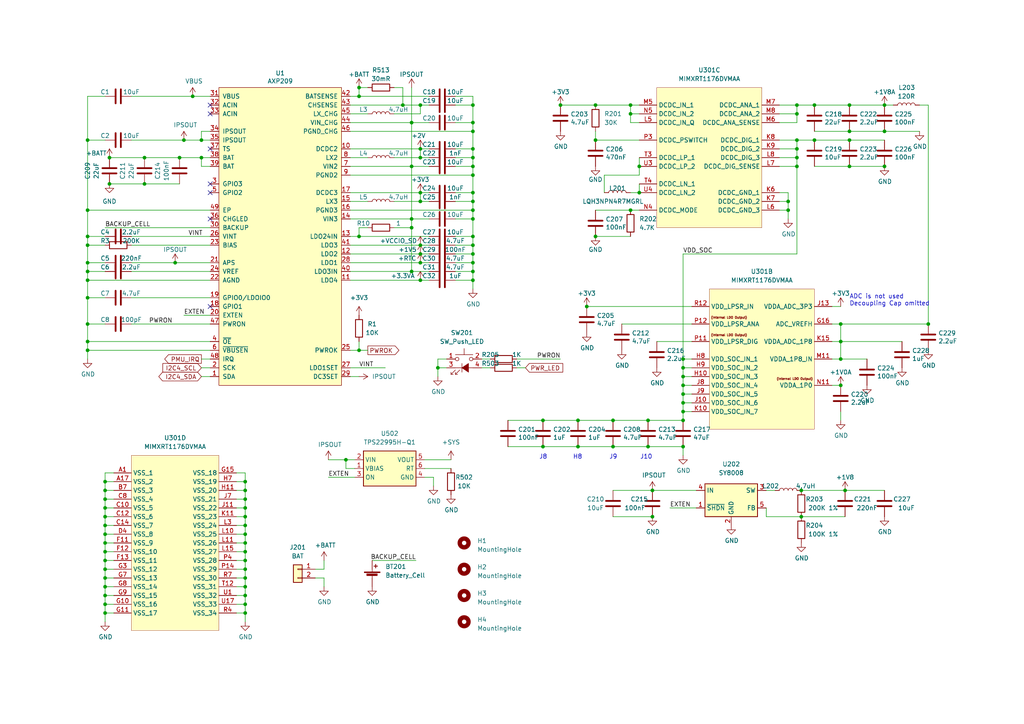
<source format=kicad_sch>
(kicad_sch (version 20230121) (generator eeschema)
  (paper "A4")
  (title_block (title "Sitina 1 Mainboard") (date "2023-03-16") (rev "R0.6") (company "Copyright 2023 Wenting Zhang") (comment 2 "MERCHANTABILITY, SATISFACTORY QUALITY AND FITNESS FOR A PARTICULAR PURPOSE.") (comment 3 "This source is distributed WITHOUT ANY EXPRESS OR IMPLIED WARRANTY, INCLUDING OF") (comment 4 "This source describes Open Hardware and is licensed under the CERN-OHL-P v2."))
  (lib_symbols
    (symbol "Connector_Generic:Conn_01x02" (pin_names (offset 1.016) hide)
      (property "Reference" "J" (at 0 2.54 0))
      (property "Value" "Conn_01x02" (at 0 -5.08 0))
      (symbol "Conn_01x02_1_1"
        (pin passive line (at -5.08 0 0) (length 3.81) (name "Pin_1") (number "1"))
        (pin passive line (at -5.08 -2.54 0) (length 3.81) (name "Pin_2") (number "2"))
      )
    )
    (symbol "Device:Battery_Cell" (pin_numbers hide) (pin_names (offset 0) hide)
      (property "Reference" "BT" (at 2.54 2.54 0))
      (property "Value" "Battery_Cell" (at 2.54 0 0))
      (symbol "Battery_Cell_1_1"
        (pin passive line (at 0 5.08 270) (length 2.54) (name "+") (number "1"))
        (pin passive line (at 0 -2.54 90) (length 2.54) (name "-") (number "2"))
      )
    )
    (symbol "Device:C" (pin_numbers hide) (pin_names (offset 0.254))
      (property "Reference" "C" (at 0.635 2.54 0))
      (property "Value" "C" (at 0.635 -2.54 0))
      (symbol "C_1_1"
        (pin passive line (at 0 3.81 270) (length 2.794) (name "~") (number "1"))
        (pin passive line (at 0 -3.81 90) (length 2.794) (name "~") (number "2"))
      )
    )
    (symbol "Device:L" (pin_numbers hide) (pin_names (offset 1.016) hide)
      (property "Reference" "L" (at -1.27 0 90))
      (property "Value" "L" (at 1.905 0 90))
      (symbol "L_1_1"
        (pin passive line (at 0 3.81 270) (length 1.27) (name "1") (number "1"))
        (pin passive line (at 0 -3.81 90) (length 1.27) (name "2") (number "2"))
      )
    )
    (symbol "Device:R" (pin_numbers hide) (pin_names (offset 0))
      (property "Reference" "R" (at 2.032 0 90))
      (property "Value" "R" (at 0 0 90))
      (symbol "R_1_1"
        (pin passive line (at 0 3.81 270) (length 1.27) (name "~") (number "1"))
        (pin passive line (at 0 -3.81 90) (length 1.27) (name "~") (number "2"))
      )
    )
    (symbol "Mechanical:MountingHole" (pin_names (offset 1.016))
      (property "Reference" "H" (at 0 5.08 0))
      (property "Value" "MountingHole" (at 0 3.175 0))
    )
    (symbol "Sitina:+2V" (power) (pin_names (offset 0))
      (property "Value" "+2V" (at 0 3.556 0))
      (symbol "+2V_1_1"
        (pin power_in line (at 0 0 90) (length 0) hide (name "+2V") (number "1"))
      )
    )
    (symbol "Switch:SW_Push_LED" (pin_names (offset 1.016) hide)
      (property "Reference" "SW" (at 0.635 5.715 0))
      (property "Value" "SW_Push_LED" (at 0 -3.175 0))
      (symbol "SW_Push_LED_0_1"
        (pin passive line (at -5.08 2.54 0) (length 2.54) (name "1") (number "1"))
        (pin passive line (at 5.08 2.54 180) (length 2.54) (name "2") (number "2"))
        (pin passive line (at -5.08 0 0) (length 2.54) (name "K") (number "3"))
        (pin passive line (at 5.08 0 180) (length 2.54) (name "A") (number "4"))
      )
    )
    (symbol "power:+1V5" (power) (pin_names (offset 0))
      (property "Value" "+1V5" (at 0 3.556 0))
      (symbol "+1V5_1_1"
        (pin power_in line (at 0 0 90) (length 0) hide (name "+1V5") (number "1"))
      )
    )
    (symbol "power:+1V8" (power) (pin_names (offset 0))
      (property "Value" "+1V8" (at 0 3.556 0))
      (symbol "+1V8_1_1"
        (pin power_in line (at 0 0 90) (length 0) hide (name "+1V8") (number "1"))
      )
    )
    (symbol "power:+3.3VA" (power) (pin_names (offset 0))
      (property "Value" "+3.3VA" (at 0 3.556 0))
      (symbol "+3.3VA_1_1"
        (pin power_in line (at 0 0 90) (length 0) hide (name "+3.3VA") (number "1"))
      )
    )
    (symbol "power:+3V3" (power) (pin_names (offset 0))
      (property "Value" "+3V3" (at 0 3.556 0))
      (symbol "+3V3_1_1"
        (pin power_in line (at 0 0 90) (length 0) hide (name "+3V3") (number "1"))
      )
    )
    (symbol "power:+BATT" (power) (pin_names (offset 0))
      (property "Value" "+BATT" (at 0 3.556 0))
      (symbol "+BATT_1_1"
        (pin power_in line (at 0 0 90) (length 0) hide (name "+BATT") (number "1"))
      )
    )
    (symbol "power:GND" (power) (pin_names (offset 0))
      (property "Value" "GND" (at 0 -3.81 0))
      (symbol "GND_1_1"
        (pin power_in line (at 0 0 270) (length 0) hide (name "GND") (number "1"))
      )
    )
    (symbol "power:VBUS" (power) (pin_names (offset 0))
      (property "Value" "VBUS" (at 0 3.81 0))
      (symbol "VBUS_1_1"
        (pin power_in line (at 0 0 90) (length 0) hide (name "VBUS") (number "1"))
      )
    )
    (symbol "symbols:+1V0A" (power) (pin_names (offset 0))
      (property "Value" "+1V0A" (at 0 3.556 0))
      (symbol "+1V0A_1_1"
        (pin power_in line (at 0 0 90) (length 0) hide (name "+1V0A") (number "1"))
      )
    )
    (symbol "symbols:+1V8A" (power) (pin_names (offset 0))
      (property "Value" "+1V8A" (at 0 3.556 0))
      (symbol "+1V8A_1_1"
        (pin power_in line (at 0 0 90) (length 0) hide (name "+1V8A") (number "1"))
      )
    )
    (symbol "symbols:+RTC" (power) (pin_names (offset 0))
      (property "Value" "+RTC" (at 0 3.556 0))
      (symbol "+RTC_1_1"
        (pin power_in line (at 0 0 90) (length 0) hide (name "+RTC") (number "1"))
      )
    )
    (symbol "symbols:+SYS" (power) (pin_names (offset 0))
      (property "Value" "+SYS" (at 0 3.556 0))
      (symbol "+SYS_1_1"
        (pin power_in line (at 0 0 90) (length 0) hide (name "+SYS") (number "1"))
      )
    )
    (symbol "symbols:+VCCIO_SD" (power) (pin_names (offset 0))
      (property "Value" "+VCCIO_SD" (at 0 3.556 0))
      (symbol "+VCCIO_SD_1_1"
        (pin power_in line (at 0 0 90) (length 0) hide (name "+VCCIO_SD") (number "1"))
      )
    )
    (symbol "symbols:AXP209" (pin_names (offset 1.016))
      (property "Reference" "U" (at -15.24 0 0))
      (property "Value" "AXP209" (at 10.16 0 0))
      (symbol "AXP209_1_1"
        (pin bidirectional line (at -20.32 -86.36 0) (length 2.54) (name "SDA") (number "1"))
        (pin power_in line (at 20.32 -20.32 180) (length 2.54) (name "DCDC2") (number "10"))
        (pin power_out line (at 20.32 -58.42 180) (length 2.54) (name "LDO4") (number "11"))
        (pin power_out line (at 20.32 -50.8 180) (length 2.54) (name "LDO2") (number "12"))
        (pin power_in line (at 20.32 -45.72 180) (length 2.54) (name "LDO24IN") (number "13"))
        (pin power_in line (at 20.32 -40.64 180) (length 2.54) (name "VIN3") (number "14"))
        (pin power_in line (at 20.32 -35.56 180) (length 2.54) (name "LX3") (number "15"))
        (pin power_in line (at 20.32 -38.1 180) (length 2.54) (name "PGND3") (number "16"))
        (pin power_in line (at 20.32 -33.02 180) (length 2.54) (name "DCDC3") (number "17"))
        (pin bidirectional line (at -20.32 -66.04 0) (length 2.54) (name "GPIO1") (number "18"))
        (pin bidirectional line (at -20.32 -63.5 0) (length 2.54) (name "GPIO0/LDOIO0") (number "19"))
        (pin bidirectional line (at -20.32 -83.82 0) (length 2.54) (name "SCK") (number "2"))
        (pin output line (at -20.32 -68.58 0) (length 2.54) (name "EXTEN") (number "20"))
        (pin input line (at -20.32 -53.34 0) (length 2.54) (name "APS") (number "21"))
        (pin power_in line (at -20.32 -58.42 0) (length 2.54) (name "AGND") (number "22"))
        (pin input line (at -20.32 -48.26 0) (length 2.54) (name "BIAS") (number "23"))
        (pin power_out line (at -20.32 -55.88 0) (length 2.54) (name "VREF") (number "24"))
        (pin output line (at 20.32 -78.74 180) (length 2.54) (name "PWROK") (number "25"))
        (pin power_out line (at -20.32 -45.72 0) (length 2.54) (name "VINT") (number "26"))
        (pin input line (at 20.32 -83.82 180) (length 2.54) (name "LDO1SET") (number "27"))
        (pin power_out line (at 20.32 -53.34 180) (length 2.54) (name "LDO1") (number "28"))
        (pin input line (at 20.32 -86.36 180) (length 2.54) (name "DC3SET") (number "29"))
        (pin bidirectional line (at -20.32 -30.48 0) (length 2.54) (name "GPIO3") (number "3"))
        (pin power_in line (at -20.32 -43.18 0) (length 2.54) (name "BACKUP") (number "30"))
        (pin power_in line (at -20.32 -5.08 0) (length 2.54) (name "VBUS") (number "31"))
        (pin power_in line (at -20.32 -7.62 0) (length 2.54) (name "ACIN") (number "32"))
        (pin power_in line (at -20.32 -10.16 0) (length 2.54) (name "ACIN") (number "33"))
        (pin power_out line (at -20.32 -15.24 0) (length 2.54) (name "IPSOUT") (number "34"))
        (pin power_out line (at -20.32 -17.78 0) (length 2.54) (name "IPSOUT") (number "35"))
        (pin output line (at -20.32 -40.64 0) (length 2.54) (name "CHGLED") (number "36"))
        (pin input line (at -20.32 -20.32 0) (length 2.54) (name "TS") (number "37"))
        (pin power_in line (at -20.32 -22.86 0) (length 2.54) (name "BAT") (number "38"))
        (pin power_in line (at -20.32 -25.4 0) (length 2.54) (name "BAT") (number "39"))
        (pin input line (at -20.32 -76.2 0) (length 2.54) (name "~{OE}") (number "4"))
        (pin power_in line (at 20.32 -55.88 180) (length 2.54) (name "LDO3IN") (number "40"))
        (pin power_out line (at 20.32 -48.26 180) (length 2.54) (name "LDO3") (number "41"))
        (pin input line (at 20.32 -5.08 180) (length 2.54) (name "BATSENSE") (number "42"))
        (pin input line (at 20.32 -7.62 180) (length 2.54) (name "CHSENSE") (number "43"))
        (pin output line (at 20.32 -12.7 180) (length 2.54) (name "VIN_CHG") (number "44"))
        (pin output line (at 20.32 -10.16 180) (length 2.54) (name "LX_CHG") (number "45"))
        (pin power_in line (at 20.32 -15.24 180) (length 2.54) (name "PGND_CHG") (number "46"))
        (pin input line (at -20.32 -71.12 0) (length 2.54) (name "PWRON") (number "47"))
        (pin output line (at -20.32 -81.28 0) (length 2.54) (name "IRQ") (number "48"))
        (pin power_in line (at -20.32 -38.1 0) (length 2.54) (name "EP") (number "49"))
        (pin bidirectional line (at -20.32 -33.02 0) (length 2.54) (name "GPIO2") (number "5"))
        (pin input line (at -20.32 -78.74 0) (length 2.54) (name "~{VBUSEN}") (number "6"))
        (pin power_in line (at 20.32 -25.4 180) (length 2.54) (name "VIN2") (number "7"))
        (pin power_in line (at 20.32 -22.86 180) (length 2.54) (name "LX2") (number "8"))
        (pin power_in line (at 20.32 -27.94 180) (length 2.54) (name "PGND2") (number "9"))
      )
    )
    (symbol "symbols:IPSOUT" (power) (pin_names (offset 0))
      (property "Value" "IPSOUT" (at 0 3.556 0))
      (symbol "IPSOUT_1_1"
        (pin power_in line (at 0 0 90) (length 0) hide (name "IPSOUT") (number "1"))
      )
    )
    (symbol "symbols:MIMXRT1176DVMAA_11"
      (property "Reference" "U" (at 0 0 0))
      (property "Value" "MIMXRT1176DVMAA" (at 0 -2.54 0))
      (symbol "MIMXRT1176DVMAA_11_1_0"
        (text "(Internal LDO Output)" (at -9.525 -18.415 0) (effects (font (size 0.635 0.635))))
        (text "(Internal LDO Output)" (at -9.525 -13.335 0) (effects (font (size 0.635 0.635))))
      )
      (symbol "MIMXRT1176DVMAA_11_1_1"
        (pin input line (at 20.32 -48.26 180) (length 5.08) (name "GPIO_SNVS_02") (number "L9"))
        (pin input line (at 20.32 -50.8 180) (length 5.08) (name "GPIO_SNVS_03") (number "M10"))
        (pin input line (at 20.32 -58.42 180) (length 5.08) (name "GPIO_SNVS_06") (number "M9"))
        (pin input line (at 20.32 -53.34 180) (length 5.08) (name "GPIO_SNVS_04") (number "N10"))
        (pin input line (at 20.32 -63.5 180) (length 5.08) (name "GPIO_SNVS_08") (number "N9"))
        (pin input line (at 20.32 -45.72 180) (length 5.08) (name "GPIO_SNVS_01") (number "P10"))
        (pin input line (at 20.32 -55.88 180) (length 5.08) (name "GPIO_SNVS_05") (number "P9"))
        (pin input line (at 20.32 -43.18 180) (length 5.08) (name "GPIO_SNVS_00") (number "R10"))
        (pin input line (at 20.32 -66.04 180) (length 5.08) (name "GPIO_SNVS_09") (number "R11"))
        (pin input line (at 20.32 -60.96 180) (length 5.08) (name "GPIO_SNVS_07") (number "R9"))
        (pin input line (at 20.32 -20.32 180) (length 5.08) (name "~{POR}") (number "T10"))
        (pin input line (at 20.32 -38.1 180) (length 5.08) (name "TEST_MODE") (number "T11"))
        (pin input line (at -20.32 -30.48 0) (length 5.08) (name "RTC_XTALI") (number "T13"))
        (pin input line (at -20.32 -20.32 0) (length 5.08) (name "VDD_SNVS_DIG") (number "T14"))
        (pin input line (at 20.32 -15.24 180) (length 5.08) (name "WAKEUP") (number "T8"))
        (pin input line (at 20.32 -27.94 180) (length 5.08) (name "PMIC_STBY_REQ") (number "T9"))
        (pin input line (at 20.32 -10.16 180) (length 5.08) (name "ONOFF") (number "U10"))
        (pin input line (at -20.32 -43.18 0) (length 5.08) (name "NVCC_SNVS") (number "U11"))
        (pin input line (at -20.32 -10.16 0) (length 5.08) (name "VDD_SNVS_IN") (number "U12"))
        (pin input line (at -20.32 -38.1 0) (length 5.08) (name "RTC_XTALO") (number "U13"))
        (pin input line (at -20.32 -15.24 0) (length 5.08) (name "VDD_SNVS_ANA") (number "U14"))
        (pin input line (at 20.32 -33.02 180) (length 5.08) (name "PMIC_ON_REQ") (number "U9"))
      )
      (symbol "MIMXRT1176DVMAA_11_2_0"
        (text "(Internal LDO Output)" (at -9.525 -18.415 0) (effects (font (size 0.635 0.635))))
        (text "(Internal LDO Output)" (at -9.525 -13.335 0) (effects (font (size 0.635 0.635))))
        (text "(Internal LDO Output)" (at 9.525 -31.115 0) (effects (font (size 0.635 0.635))))
      )
      (symbol "MIMXRT1176DVMAA_11_2_1"
        (pin input line (at 20.32 -15.24 180) (length 5.08) (name "ADC_VREFH") (number "G16"))
        (pin input line (at -20.32 -30.48 0) (length 5.08) (name "VDD_SOC_IN_3") (number "H10"))
        (pin input line (at -20.32 -25.4 0) (length 5.08) (name "VDD_SOC_IN_1") (number "H8"))
        (pin input line (at -20.32 -27.94 0) (length 5.08) (name "VDD_SOC_IN_2") (number "H9"))
        (pin input line (at -20.32 -38.1 0) (length 5.08) (name "VDD_SOC_IN_6") (number "J10"))
        (pin input line (at 20.32 -10.16 180) (length 5.08) (name "VDDA_ADC_3P3") (number "J13"))
        (pin input line (at -20.32 -33.02 0) (length 5.08) (name "VDD_SOC_IN_4") (number "J8"))
        (pin input line (at -20.32 -35.56 0) (length 5.08) (name "VDD_SOC_IN_5") (number "J9"))
        (pin input line (at -20.32 -40.64 0) (length 5.08) (name "VDD_SOC_IN_7") (number "K10"))
        (pin input line (at 20.32 -20.32 180) (length 5.08) (name "VDDA_ADC_1P8") (number "K15"))
        (pin input line (at 20.32 -25.4 180) (length 5.08) (name "VDDA_1P8_IN") (number "M11"))
        (pin input line (at 20.32 -33.02 180) (length 5.08) (name "VDDA_1P0") (number "N11"))
        (pin input line (at -20.32 -20.32 0) (length 5.08) (name "VDD_LPSR_DIG") (number "P11"))
        (pin input line (at -20.32 -15.24 0) (length 5.08) (name "VDD_LPSR_ANA") (number "P12"))
        (pin input line (at -20.32 -10.16 0) (length 5.08) (name "VDD_LPSR_IN") (number "R12"))
      )
      (symbol "MIMXRT1176DVMAA_11_3_1"
        (pin input line (at 20.32 -35.56 180) (length 5.08) (name "DCDC_GND_1") (number "K6"))
        (pin input line (at 20.32 -38.1 180) (length 5.08) (name "DCDC_GND_2") (number "K7"))
        (pin input line (at 20.32 -20.32 180) (length 5.08) (name "DCDC_DIG_1") (number "K8"))
        (pin input line (at 20.32 -22.86 180) (length 5.08) (name "DCDC_DIG_2") (number "K9"))
        (pin input line (at -20.32 -15.24 0) (length 5.08) (name "DCDC_IN_Q") (number "L5"))
        (pin input line (at 20.32 -40.64 180) (length 5.08) (name "DCDC_GND_3") (number "L6"))
        (pin input line (at 20.32 -27.94 180) (length 5.08) (name "DCDC_DIG_SENSE") (number "L7"))
        (pin input line (at 20.32 -25.4 180) (length 5.08) (name "DCDC_DIG_3") (number "L8"))
        (pin input line (at -20.32 -10.16 0) (length 5.08) (name "DCDC_IN_1") (number "M5"))
        (pin input line (at 20.32 -15.24 180) (length 5.08) (name "DCDC_ANA_SENSE") (number "M6"))
        (pin input line (at 20.32 -10.16 180) (length 5.08) (name "DCDC_ANA_1") (number "M7"))
        (pin input line (at 20.32 -12.7 180) (length 5.08) (name "DCDC_ANA_2") (number "M8"))
        (pin input line (at -20.32 -40.64 0) (length 5.08) (name "DCDC_MODE") (number "N4"))
        (pin input line (at -20.32 -12.7 0) (length 5.08) (name "DCDC_IN_2") (number "N5"))
        (pin input line (at -20.32 -20.32 0) (length 5.08) (name "DCDC_PSWITCH") (number "P3"))
        (pin input line (at -20.32 -25.4 0) (length 5.08) (name "DCDC_LP_1") (number "T3"))
        (pin input line (at -20.32 -33.02 0) (length 5.08) (name "DCDC_LN_1") (number "T4"))
        (pin input line (at -20.32 -27.94 0) (length 5.08) (name "DCDC_LP_2") (number "U3"))
        (pin input line (at -20.32 -35.56 0) (length 5.08) (name "DCDC_LN_2") (number "U4"))
      )
      (symbol "MIMXRT1176DVMAA_11_4_1"
        (pin input line (at -17.78 -10.16 0) (length 5.08) (name "VSS_1") (number "A1"))
        (pin input line (at -17.78 -12.7 0) (length 5.08) (name "VSS_2") (number "A17"))
        (pin input line (at -17.78 -15.24 0) (length 5.08) (name "VSS_3") (number "B7"))
        (pin input line (at -17.78 -20.32 0) (length 5.08) (name "VSS_5") (number "C10"))
        (pin input line (at -17.78 -22.86 0) (length 5.08) (name "VSS_6") (number "C12"))
        (pin input line (at -17.78 -25.4 0) (length 5.08) (name "VSS_7") (number "C14"))
        (pin input line (at -17.78 -17.78 0) (length 5.08) (name "VSS_4") (number "C8"))
        (pin input line (at -17.78 -27.94 0) (length 5.08) (name "VSS_8") (number "D4"))
        (pin input line (at -17.78 -30.48 0) (length 5.08) (name "VSS_9") (number "F11"))
        (pin input line (at -17.78 -33.02 0) (length 5.08) (name "VSS_10") (number "F12"))
        (pin input line (at -17.78 -35.56 0) (length 5.08) (name "VSS_11") (number "F13"))
        (pin input line (at -17.78 -48.26 0) (length 5.08) (name "VSS_16") (number "G10"))
        (pin input line (at -17.78 -50.8 0) (length 5.08) (name "VSS_17") (number "G11"))
        (pin input line (at 17.78 -10.16 180) (length 5.08) (name "VSS_18") (number "G15"))
        (pin input line (at -17.78 -38.1 0) (length 5.08) (name "VSS_12") (number "G3"))
        (pin input line (at -17.78 -40.64 0) (length 5.08) (name "VSS_13") (number "G7"))
        (pin input line (at -17.78 -43.18 0) (length 5.08) (name "VSS_14") (number "G8"))
        (pin input line (at -17.78 -45.72 0) (length 5.08) (name "VSS_15") (number "G9"))
        (pin input line (at 17.78 -15.24 180) (length 5.08) (name "VSS_20") (number "H11"))
        (pin input line (at 17.78 -12.7 180) (length 5.08) (name "VSS_19") (number "H7"))
        (pin input line (at 17.78 -20.32 180) (length 5.08) (name "VSS_22") (number "J11"))
        (pin input line (at 17.78 -17.78 180) (length 5.08) (name "VSS_21") (number "J7"))
        (pin input line (at 17.78 -22.86 180) (length 5.08) (name "VSS_23") (number "K11"))
        (pin input line (at 17.78 -27.94 180) (length 5.08) (name "VSS_25") (number "L10"))
        (pin input line (at 17.78 -30.48 180) (length 5.08) (name "VSS_26") (number "L11"))
        (pin input line (at 17.78 -33.02 180) (length 5.08) (name "VSS_27") (number "L15"))
        (pin input line (at 17.78 -25.4 180) (length 5.08) (name "VSS_24") (number "L3"))
        (pin input line (at 17.78 -38.1 180) (length 5.08) (name "VSS_29") (number "P14"))
        (pin input line (at 17.78 -35.56 180) (length 5.08) (name "VSS_28") (number "P4"))
        (pin input line (at 17.78 -50.8 180) (length 5.08) (name "VSS_34") (number "R4"))
        (pin input line (at 17.78 -40.64 180) (length 5.08) (name "VSS_30") (number "R7"))
        (pin input line (at 17.78 -43.18 180) (length 5.08) (name "VSS_31") (number "T12"))
        (pin input line (at 17.78 -45.72 180) (length 5.08) (name "VSS_32") (number "U1"))
        (pin input line (at 17.78 -48.26 180) (length 5.08) (name "VSS_33") (number "U17"))
      )
      (symbol "MIMXRT1176DVMAA_11_5_0"
        (text "VDD_LPSR_ANA Domain" (at 0 -7.62 0) (effects (font (size 1.27 1.27))))
        (text "VDDA_1P8_IN Domain" (at 0 -30.48 0) (effects (font (size 1.27 1.27))))
        (text "VDDA_ADC_1P8 Domain" (at 0 -20.32 0) (effects (font (size 1.27 1.27))))
      )
      (symbol "MIMXRT1176DVMAA_11_5_1"
        (pin input line (at 20.32 -22.86 180) (length 5.08) (name "DAC_OUT") (number "H16"))
        (pin input line (at 20.32 -35.56 180) (length 5.08) (name "CLK1_N") (number "T15"))
        (pin input line (at -20.32 -12.7 0) (length 5.08) (name "XTALO") (number "T16"))
        (pin input line (at 20.32 -33.02 180) (length 5.08) (name "CLK1_P") (number "U15"))
        (pin input line (at -20.32 -10.16 0) (length 5.08) (name "XTALI") (number "U16"))
      )
      (symbol "MIMXRT1176DVMAA_11_6_1"
        (pin input line (at 20.32 -10.16 180) (length 5.08) (name "GPIO_LPSR_00") (number "N6"))
        (pin input line (at 20.32 -20.32 180) (length 5.08) (name "GPIO_LPSR_04") (number "N7"))
        (pin input line (at 20.32 -22.86 180) (length 5.08) (name "GPIO_LPSR_05") (number "N8"))
        (pin input line (at 20.32 -33.02 180) (length 5.08) (name "GPIO_LPSR_09") (number "P5"))
        (pin input line (at 20.32 -15.24 180) (length 5.08) (name "GPIO_LPSR_02") (number "P6"))
        (pin input line (at -20.32 -10.16 0) (length 5.08) (name "NVCC_LPSR") (number "P7"))
        (pin input line (at 20.32 -25.4 180) (length 5.08) (name "GPIO_LPSR_06") (number "P8"))
        (pin input line (at 20.32 -35.56 180) (length 5.08) (name "GPIO_LPSR_10") (number "R5"))
        (pin input line (at 20.32 -12.7 180) (length 5.08) (name "GPIO_LPSR_01") (number "R6"))
        (pin input line (at 20.32 -27.94 180) (length 5.08) (name "GPIO_LPSR_07") (number "R8"))
        (pin input line (at 20.32 -38.1 180) (length 5.08) (name "GPIO_LPSR_11") (number "T5"))
        (pin input line (at 20.32 -45.72 180) (length 5.08) (name "GPIO_LPSR_14") (number "T6"))
        (pin input line (at 20.32 -17.78 180) (length 5.08) (name "GPIO_LPSR_03") (number "T7"))
        (pin input line (at 20.32 -40.64 180) (length 5.08) (name "GPIO_LPSR_12") (number "U5"))
        (pin input line (at 20.32 -43.18 180) (length 5.08) (name "GPIO_LPSR_13") (number "U6"))
        (pin input line (at 20.32 -48.26 180) (length 5.08) (name "GPIO_LPSR_15") (number "U7"))
        (pin input line (at 20.32 -30.48 180) (length 5.08) (name "GPIO_LPSR_08") (number "U8"))
      )
      (symbol "MIMXRT1176DVMAA_11_7_1"
        (pin input line (at 20.32 -22.86 180) (length 5.08) (name "GPIO_SD_B1_05") (number "A16"))
        (pin input line (at 20.32 -20.32 180) (length 5.08) (name "GPIO_SD_B1_04") (number "B15"))
        (pin input line (at 20.32 -10.16 180) (length 5.08) (name "GPIO_SD_B1_00") (number "B16"))
        (pin input line (at 20.32 -17.78 180) (length 5.08) (name "GPIO_SD_B1_03") (number "B17"))
        (pin input line (at 20.32 -15.24 180) (length 5.08) (name "GPIO_SD_B1_02") (number "C15"))
        (pin input line (at -20.32 -10.16 0) (length 5.08) (name "NVCC_SD1") (number "D14"))
        (pin input line (at 20.32 -12.7 180) (length 5.08) (name "GPIO_SD_B1_01") (number "D15"))
        (pin input line (at 20.32 -40.64 180) (length 5.08) (name "GPIO_SD_B2_05") (number "E14"))
        (pin input line (at 20.32 -35.56 180) (length 5.08) (name "GPIO_SD_B2_03") (number "E15"))
        (pin input line (at 20.32 -38.1 180) (length 5.08) (name "GPIO_SD_B2_04") (number "F14"))
        (pin input line (at 20.32 -48.26 180) (length 5.08) (name "GPIO_SD_B2_08") (number "F15"))
        (pin input line (at 20.32 -55.88 180) (length 5.08) (name "GPIO_SD_B2_11") (number "F16"))
        (pin input line (at 20.32 -43.18 180) (length 5.08) (name "GPIO_SD_B2_06") (number "F17"))
        (pin input line (at -20.32 -27.94 0) (length 5.08) (name "NVCC_SD2") (number "G13"))
        (pin input line (at 20.32 -45.72 180) (length 5.08) (name "GPIO_SD_B2_07") (number "G14"))
        (pin input line (at 20.32 -33.02 180) (length 5.08) (name "GPIO_SD_B2_02") (number "H13"))
        (pin input line (at 20.32 -53.34 180) (length 5.08) (name "GPIO_SD_B2_10") (number "H14"))
        (pin input line (at 20.32 -50.8 180) (length 5.08) (name "GPIO_SD_B2_09") (number "H15"))
        (pin input line (at 20.32 -30.48 180) (length 5.08) (name "GPIO_SD_B2_01") (number "J14"))
        (pin input line (at 20.32 -27.94 180) (length 5.08) (name "GPIO_SD_B2_00") (number "J15"))
      )
      (symbol "MIMXRT1176DVMAA_11_8_1"
        (pin input line (at 20.32 -106.68 180) (length 5.08) (name "GPIO_AD_35") (number "G17"))
        (pin input line (at 20.32 -101.6 180) (length 5.08) (name "GPIO_AD_33") (number "H17"))
        (pin input line (at 20.32 -73.66 180) (length 5.08) (name "GPIO_AD_23") (number "J12"))
        (pin input line (at 20.32 -104.14 180) (length 5.08) (name "GPIO_AD_34") (number "J16"))
        (pin input line (at 20.32 -96.52 180) (length 5.08) (name "GPIO_AD_31") (number "J17"))
        (pin input line (at 20.32 -71.12 180) (length 5.08) (name "GPIO_AD_22") (number "K12"))
        (pin input line (at 20.32 -66.04 180) (length 5.08) (name "GPIO_AD_20") (number "K13"))
        (pin input line (at 20.32 -68.58 180) (length 5.08) (name "GPIO_AD_21") (number "K14"))
        (pin input line (at 20.32 -99.06 180) (length 5.08) (name "GPIO_AD_32") (number "K16"))
        (pin input line (at 20.32 -93.98 180) (length 5.08) (name "GPIO_AD_30") (number "K17"))
        (pin input line (at 20.32 -45.72 180) (length 5.08) (name "GPIO_AD_13") (number "L12"))
        (pin input line (at 20.32 -76.2 180) (length 5.08) (name "GPIO_AD_24") (number "L13"))
        (pin input line (at 20.32 -81.28 180) (length 5.08) (name "GPIO_AD_26") (number "L14"))
        (pin input line (at 20.32 -60.96 180) (length 5.08) (name "GPIO_AD_19") (number "L16"))
        (pin input line (at 20.32 -86.36 180) (length 5.08) (name "GPIO_AD_28") (number "L17"))
        (pin input line (at -20.32 -10.16 0) (length 5.08) (name "NVCC_GPIO") (number "M12"))
        (pin input line (at 20.32 -20.32 180) (length 5.08) (name "GPIO_AD_04") (number "M13"))
        (pin input line (at 20.32 -50.8 180) (length 5.08) (name "GPIO_AD_15") (number "M14"))
        (pin input line (at 20.32 -78.74 180) (length 5.08) (name "GPIO_AD_25") (number "M15"))
        (pin input line (at 20.32 -58.42 180) (length 5.08) (name "GPIO_AD_18") (number "M16"))
        (pin input line (at 20.32 -88.9 180) (length 5.08) (name "GPIO_AD_29") (number "M17"))
        (pin input line (at 20.32 -10.16 180) (length 5.08) (name "GPIO_AD_00") (number "N12"))
        (pin input line (at 20.32 -25.4 180) (length 5.08) (name "GPIO_AD_06") (number "N13"))
        (pin input line (at 20.32 -48.26 180) (length 5.08) (name "GPIO_AD_14") (number "N14"))
        (pin input line (at 20.32 -55.88 180) (length 5.08) (name "GPIO_AD_17") (number "N15"))
        (pin input line (at 20.32 -83.82 180) (length 5.08) (name "GPIO_AD_27") (number "N16"))
        (pin input line (at 20.32 -53.34 180) (length 5.08) (name "GPIO_AD_16") (number "N17"))
        (pin input line (at 20.32 -22.86 180) (length 5.08) (name "GPIO_AD_05") (number "P13"))
        (pin input line (at 20.32 -17.78 180) (length 5.08) (name "GPIO_AD_03") (number "P15"))
        (pin input line (at 20.32 -40.64 180) (length 5.08) (name "GPIO_AD_11") (number "P16"))
        (pin input line (at 20.32 -43.18 180) (length 5.08) (name "GPIO_AD_12") (number "P17"))
        (pin input line (at 20.32 -15.24 180) (length 5.08) (name "GPIO_AD_02") (number "R13"))
        (pin input line (at 20.32 -12.7 180) (length 5.08) (name "GPIO_AD_01") (number "R14"))
        (pin input line (at 20.32 -30.48 180) (length 5.08) (name "GPIO_AD_08") (number "R15"))
        (pin input line (at 20.32 -33.02 180) (length 5.08) (name "GPIO_AD_09") (number "R16"))
        (pin input line (at 20.32 -38.1 180) (length 5.08) (name "GPIO_AD_10") (number "R17"))
        (pin input line (at 20.32 -27.94 180) (length 5.08) (name "GPIO_AD_07") (number "T17"))
      )
      (symbol "MIMXRT1176DVMAA_11_9_1"
        (pin input line (at 20.32 -38.1 180) (length 5.08) (name "GPIO_DISP_B1_11") (number "A14"))
        (pin input line (at 20.32 -30.48 180) (length 5.08) (name "GPIO_DISP_B1_08") (number "A15"))
        (pin input line (at 20.32 -81.28 180) (length 5.08) (name "GPIO_DISP_B2_15") (number "A4"))
        (pin input line (at 20.32 -76.2 180) (length 5.08) (name "GPIO_DISP_B2_13") (number "A5"))
        (pin input line (at 20.32 -71.12 180) (length 5.08) (name "GPIO_DISP_B2_11") (number "A6"))
        (pin input line (at 20.32 -78.74 180) (length 5.08) (name "GPIO_DISP_B2_14") (number "A7"))
        (pin input line (at 20.32 -35.56 180) (length 5.08) (name "GPIO_DISP_B1_10") (number "B14"))
        (pin input line (at 20.32 -63.5 180) (length 5.08) (name "GPIO_DISP_B2_08") (number "B5"))
        (pin input line (at 20.32 -73.66 180) (length 5.08) (name "GPIO_DISP_B2_12") (number "B6"))
        (pin input line (at 20.32 -22.86 180) (length 5.08) (name "GPIO_DISP_B1_05") (number "C11"))
        (pin input line (at 20.32 -33.02 180) (length 5.08) (name "GPIO_DISP_B1_09") (number "C13"))
        (pin input line (at 20.32 -58.42 180) (length 5.08) (name "GPIO_DISP_B2_06") (number "C6"))
        (pin input line (at 20.32 -53.34 180) (length 5.08) (name "GPIO_DISP_B2_04") (number "C7"))
        (pin input line (at 20.32 -55.88 180) (length 5.08) (name "GPIO_DISP_B2_05") (number "C9"))
        (pin input line (at 20.32 -25.4 180) (length 5.08) (name "GPIO_DISP_B1_06") (number "D10"))
        (pin input line (at 20.32 -15.24 180) (length 5.08) (name "GPIO_DISP_B1_02") (number "D11"))
        (pin input line (at -20.32 -10.16 0) (length 5.08) (name "NVCC_DISP1") (number "D12"))
        (pin input line (at 20.32 -12.7 180) (length 5.08) (name "GPIO_DISP_B1_01") (number "D13"))
        (pin input line (at 20.32 -60.96 180) (length 5.08) (name "GPIO_DISP_B2_07") (number "D6"))
        (pin input line (at 20.32 -50.8 180) (length 5.08) (name "GPIO_DISP_B2_03") (number "D7"))
        (pin input line (at 20.32 -66.04 180) (length 5.08) (name "GPIO_DISP_B2_09") (number "D8"))
        (pin input line (at 20.32 -68.58 180) (length 5.08) (name "GPIO_DISP_B2_10") (number "D9"))
        (pin input line (at 20.32 -20.32 180) (length 5.08) (name "GPIO_DISP_B1_04") (number "E10"))
        (pin input line (at 20.32 -17.78 180) (length 5.08) (name "GPIO_DISP_B1_03") (number "E11"))
        (pin input line (at 20.32 -27.94 180) (length 5.08) (name "GPIO_DISP_B1_07") (number "E12"))
        (pin input line (at 20.32 -10.16 180) (length 5.08) (name "GPIO_DISP_B1_00") (number "E13"))
        (pin input line (at -20.32 -43.18 0) (length 5.08) (name "NVCC_DISP2") (number "E7"))
        (pin input line (at 20.32 -43.18 180) (length 5.08) (name "GPIO_DISP_B2_00") (number "E8"))
        (pin input line (at 20.32 -48.26 180) (length 5.08) (name "GPIO_DISP_B2_02") (number "E9"))
        (pin input line (at 20.32 -45.72 180) (length 5.08) (name "GPIO_DISP_B2_01") (number "F8"))
      )
      (symbol "MIMXRT1176DVMAA_11_10_1"
        (pin input line (at 20.32 -38.1 180) (length 5.08) (name "GPIO_EMC_B1_10") (number "A2"))
        (pin input line (at 20.32 -33.02 180) (length 5.08) (name "GPIO_EMC_B1_09") (number "A3"))
        (pin input line (at 20.32 -48.26 180) (length 5.08) (name "GPIO_EMC_B1_14") (number "B1"))
        (pin input line (at 20.32 -73.66 180) (length 5.08) (name "GPIO_EMC_B1_23") (number "B2"))
        (pin input line (at 20.32 -55.88 180) (length 5.08) (name "GPIO_EMC_B1_17") (number "B3"))
        (pin input line (at 20.32 -58.42 180) (length 5.08) (name "GPIO_EMC_B1_18") (number "B4"))
        (pin input line (at 20.32 -50.8 180) (length 5.08) (name "GPIO_EMC_B1_15") (number "C1"))
        (pin input line (at 20.32 -40.64 180) (length 5.08) (name "GPIO_EMC_B1_11") (number "C2"))
        (pin input line (at 20.32 -66.04 180) (length 5.08) (name "GPIO_EMC_B1_20") (number "C3"))
        (pin input line (at 20.32 -60.96 180) (length 5.08) (name "GPIO_EMC_B1_19") (number "C4"))
        (pin input line (at 20.32 -43.18 180) (length 5.08) (name "GPIO_EMC_B1_12") (number "C5"))
        (pin input line (at 20.32 -99.06 180) (length 5.08) (name "GPIO_EMC_B1_32") (number "D1"))
        (pin input line (at 20.32 -96.52 180) (length 5.08) (name "GPIO_EMC_B1_31") (number "D2"))
        (pin input line (at 20.32 -53.34 180) (length 5.08) (name "GPIO_EMC_B1_16") (number "D3"))
        (pin input line (at 20.32 -45.72 180) (length 5.08) (name "GPIO_EMC_B1_13") (number "D5"))
        (pin input line (at 20.32 -104.14 180) (length 5.08) (name "GPIO_EMC_B1_34") (number "E1"))
        (pin input line (at 20.32 -101.6 180) (length 5.08) (name "GPIO_EMC_B1_33") (number "E2"))
        (pin input line (at 20.32 -93.98 180) (length 5.08) (name "GPIO_EMC_B1_30") (number "E3"))
        (pin input line (at 20.32 -17.78 180) (length 5.08) (name "GPIO_EMC_B1_03") (number "E4"))
        (pin input line (at 20.32 -86.36 180) (length 5.08) (name "GPIO_EMC_B1_28") (number "E5"))
        (pin input line (at 20.32 -88.9 180) (length 5.08) (name "GPIO_EMC_B1_29") (number "E6"))
        (pin input line (at 20.32 -106.68 180) (length 5.08) (name "GPIO_EMC_B1_35") (number "F1"))
        (pin input line (at 20.32 -12.7 180) (length 5.08) (name "GPIO_EMC_B1_01") (number "F2"))
        (pin input line (at 20.32 -10.16 180) (length 5.08) (name "GPIO_EMC_B1_00") (number "F3"))
        (pin input line (at 20.32 -22.86 180) (length 5.08) (name "GPIO_EMC_B1_05") (number "F4"))
        (pin input line (at 20.32 -30.48 180) (length 5.08) (name "GPIO_EMC_B1_08") (number "F5"))
        (pin input line (at -20.32 -12.7 0) (length 5.08) (name "NVCC_EMC1") (number "F6"))
        (pin input line (at -20.32 -10.16 0) (length 5.08) (name "NVCC_EMC1") (number "F7"))
        (pin input line (at 20.32 -109.22 180) (length 5.08) (name "GPIO_EMC_B1_36") (number "G1"))
        (pin input line (at 20.32 -68.58 180) (length 5.08) (name "GPIO_EMC_B1_21") (number "G2"))
        (pin input line (at 20.32 -15.24 180) (length 5.08) (name "GPIO_EMC_B1_02") (number "G4"))
        (pin input line (at 20.32 -83.82 180) (length 5.08) (name "GPIO_EMC_B1_27") (number "G5"))
        (pin input line (at -20.32 -15.24 0) (length 5.08) (name "NVCC_EMC1") (number "G6"))
        (pin input line (at 20.32 -111.76 180) (length 5.08) (name "GPIO_EMC_B1_37") (number "H1"))
        (pin input line (at 20.32 -71.12 180) (length 5.08) (name "GPIO_EMC_B1_22") (number "H2"))
        (pin input line (at 20.32 -27.94 180) (length 5.08) (name "GPIO_EMC_B1_07") (number "H3"))
        (pin input line (at 20.32 -25.4 180) (length 5.08) (name "GPIO_EMC_B1_06") (number "H4"))
        (pin input line (at 20.32 -20.32 180) (length 5.08) (name "GPIO_EMC_B1_04") (number "H5"))
        (pin input line (at -20.32 -127 0) (length 5.08) (name "NVCC_EMC2") (number "H6"))
        (pin input line (at 20.32 -114.3 180) (length 5.08) (name "GPIO_EMC_B1_38") (number "J1"))
        (pin input line (at 20.32 -116.84 180) (length 5.08) (name "GPIO_EMC_B1_39") (number "J2"))
        (pin input line (at 20.32 -81.28 180) (length 5.08) (name "GPIO_EMC_B1_26") (number "J3"))
        (pin input line (at 20.32 -78.74 180) (length 5.08) (name "GPIO_EMC_B1_25") (number "J4"))
        (pin input line (at 20.32 -76.2 180) (length 5.08) (name "GPIO_EMC_B1_24") (number "J5"))
        (pin input line (at -20.32 -129.54 0) (length 5.08) (name "NVCC_EMC2") (number "J6"))
        (pin input line (at 20.32 -119.38 180) (length 5.08) (name "GPIO_EMC_B1_40") (number "K1"))
        (pin input line (at 20.32 -127 180) (length 5.08) (name "GPIO_EMC_B2_00") (number "K2"))
        (pin input line (at 20.32 -132.08 180) (length 5.08) (name "GPIO_EMC_B2_02") (number "K3"))
        (pin input line (at 20.32 -129.54 180) (length 5.08) (name "GPIO_EMC_B2_01") (number "K4"))
        (pin input line (at 20.32 -162.56 180) (length 5.08) (name "GPIO_EMC_B2_13") (number "K5"))
        (pin input line (at 20.32 -121.92 180) (length 5.08) (name "GPIO_EMC_B1_41") (number "L1"))
        (pin input line (at 20.32 -167.64 180) (length 5.08) (name "GPIO_EMC_B2_15") (number "L2"))
        (pin input line (at 20.32 -157.48 180) (length 5.08) (name "GPIO_EMC_B2_11") (number "L4"))
        (pin input line (at 20.32 -137.16 180) (length 5.08) (name "GPIO_EMC_B2_04") (number "M1"))
        (pin input line (at 20.32 -160.02 180) (length 5.08) (name "GPIO_EMC_B2_12") (number "M2"))
        (pin input line (at 20.32 -144.78 180) (length 5.08) (name "GPIO_EMC_B2_07") (number "M3"))
        (pin input line (at 20.32 -165.1 180) (length 5.08) (name "GPIO_EMC_B2_14") (number "M4"))
        (pin input line (at 20.32 -139.7 180) (length 5.08) (name "GPIO_EMC_B2_05") (number "N1"))
        (pin input line (at 20.32 -149.86 180) (length 5.08) (name "GPIO_EMC_B2_09") (number "N2"))
        (pin input line (at 20.32 -175.26 180) (length 5.08) (name "GPIO_EMC_B2_18") (number "N3"))
        (pin input line (at 20.32 -147.32 180) (length 5.08) (name "GPIO_EMC_B2_08") (number "P1"))
        (pin input line (at 20.32 -170.18 180) (length 5.08) (name "GPIO_EMC_B2_16") (number "P2"))
        (pin input line (at 20.32 -134.62 180) (length 5.08) (name "GPIO_EMC_B2_03") (number "R1"))
        (pin input line (at 20.32 -154.94 180) (length 5.08) (name "GPIO_EMC_B2_10") (number "R2"))
        (pin input line (at 20.32 -180.34 180) (length 5.08) (name "GPIO_EMC_B2_20") (number "R3"))
        (pin input line (at 20.32 -142.24 180) (length 5.08) (name "GPIO_EMC_B2_06") (number "T1"))
        (pin input line (at 20.32 -172.72 180) (length 5.08) (name "GPIO_EMC_B2_17") (number "T2"))
        (pin input line (at 20.32 -177.8 180) (length 5.08) (name "GPIO_EMC_B2_19") (number "U2"))
      )
      (symbol "MIMXRT1176DVMAA_11_11_1"
        (pin input line (at 20.32 -43.18 180) (length 5.08) (name "MIPI_DSI_DN1") (number "A10"))
        (pin input line (at 20.32 -12.7 180) (length 5.08) (name "MIPI_CSI_DN0") (number "A11"))
        (pin input line (at 20.32 -27.94 180) (length 5.08) (name "MIPI_CSI_CKN") (number "A12"))
        (pin input line (at 20.32 -20.32 180) (length 5.08) (name "MIPI_CSI_DN1") (number "A13"))
        (pin input line (at 20.32 -35.56 180) (length 5.08) (name "MIPI_DSI_DN0") (number "A8"))
        (pin input line (at 20.32 -50.8 180) (length 5.08) (name "MIPI_DSI_CKN") (number "A9"))
        (pin input line (at 20.32 -40.64 180) (length 5.08) (name "MIPI_DSI_DP1") (number "B10"))
        (pin input line (at 20.32 -10.16 180) (length 5.08) (name "MIPI_CSI_DP0") (number "B11"))
        (pin input line (at 20.32 -25.4 180) (length 5.08) (name "MIPI_CSI_CKP") (number "B12"))
        (pin input line (at 20.32 -17.78 180) (length 5.08) (name "MIPI_CSI_DP1") (number "B13"))
        (pin input line (at 20.32 -33.02 180) (length 5.08) (name "MIPI_DSI_DP0") (number "B8"))
        (pin input line (at 20.32 -48.26 180) (length 5.08) (name "MIPI_DSI_CKP") (number "B9"))
        (pin input line (at -20.32 -17.78 0) (length 5.08) (name "VDD_MIPI_1P0") (number "F10"))
        (pin input line (at -20.32 -10.16 0) (length 5.08) (name "VDD_MIPI_1P8") (number "F9"))
      )
      (symbol "MIMXRT1176DVMAA_11_12_1"
        (pin input line (at 20.32 -22.86 180) (length 5.08) (name "USB2_DN") (number "C16"))
        (pin input line (at 20.32 -20.32 180) (length 5.08) (name "USB2_DP") (number "C17"))
        (pin input line (at -20.32 -25.4 0) (length 5.08) (name "USB2_VBUS") (number "D16"))
        (pin input line (at -20.32 -20.32 0) (length 5.08) (name "USB1_VBUS") (number "D17"))
        (pin input line (at 20.32 -12.7 180) (length 5.08) (name "USB1_DN") (number "E16"))
        (pin input line (at 20.32 -10.16 180) (length 5.08) (name "USB1_DP") (number "E17"))
        (pin input line (at -20.32 -15.24 0) (length 5.08) (name "VDD_USB_3P3") (number "G12"))
        (pin input line (at -20.32 -10.16 0) (length 5.08) (name "VDD_USB_1P8") (number "H12"))
      )
    )
    (symbol "symbols:MIMXRT1176DVMAA_4"
      (property "Reference" "U" (at 0 0 0))
      (property "Value" "MIMXRT1176DVMAA" (at 0 -2.54 0))
      (symbol "MIMXRT1176DVMAA_4_1_0"
        (text "(Internal LDO Output)" (at -9.525 -18.415 0) (effects (font (size 0.635 0.635))))
        (text "(Internal LDO Output)" (at -9.525 -13.335 0) (effects (font (size 0.635 0.635))))
      )
      (symbol "MIMXRT1176DVMAA_4_1_1"
        (pin input line (at 20.32 -48.26 180) (length 5.08) (name "GPIO_SNVS_02") (number "L9"))
        (pin input line (at 20.32 -50.8 180) (length 5.08) (name "GPIO_SNVS_03") (number "M10"))
        (pin input line (at 20.32 -58.42 180) (length 5.08) (name "GPIO_SNVS_06") (number "M9"))
        (pin input line (at 20.32 -53.34 180) (length 5.08) (name "GPIO_SNVS_04") (number "N10"))
        (pin input line (at 20.32 -63.5 180) (length 5.08) (name "GPIO_SNVS_08") (number "N9"))
        (pin input line (at 20.32 -45.72 180) (length 5.08) (name "GPIO_SNVS_01") (number "P10"))
        (pin input line (at 20.32 -55.88 180) (length 5.08) (name "GPIO_SNVS_05") (number "P9"))
        (pin input line (at 20.32 -43.18 180) (length 5.08) (name "GPIO_SNVS_00") (number "R10"))
        (pin input line (at 20.32 -66.04 180) (length 5.08) (name "GPIO_SNVS_09") (number "R11"))
        (pin input line (at 20.32 -60.96 180) (length 5.08) (name "GPIO_SNVS_07") (number "R9"))
        (pin input line (at 20.32 -20.32 180) (length 5.08) (name "~{POR}") (number "T10"))
        (pin input line (at 20.32 -38.1 180) (length 5.08) (name "TEST_MODE") (number "T11"))
        (pin input line (at -20.32 -30.48 0) (length 5.08) (name "RTC_XTALI") (number "T13"))
        (pin input line (at -20.32 -20.32 0) (length 5.08) (name "VDD_SNVS_DIG") (number "T14"))
        (pin input line (at 20.32 -15.24 180) (length 5.08) (name "WAKEUP") (number "T8"))
        (pin input line (at 20.32 -27.94 180) (length 5.08) (name "PMIC_STBY_REQ") (number "T9"))
        (pin input line (at 20.32 -10.16 180) (length 5.08) (name "ONOFF") (number "U10"))
        (pin input line (at -20.32 -43.18 0) (length 5.08) (name "NVCC_SNVS") (number "U11"))
        (pin input line (at -20.32 -10.16 0) (length 5.08) (name "VDD_SNVS_IN") (number "U12"))
        (pin input line (at -20.32 -38.1 0) (length 5.08) (name "RTC_XTALO") (number "U13"))
        (pin input line (at -20.32 -15.24 0) (length 5.08) (name "VDD_SNVS_ANA") (number "U14"))
        (pin input line (at 20.32 -33.02 180) (length 5.08) (name "PMIC_ON_REQ") (number "U9"))
      )
      (symbol "MIMXRT1176DVMAA_4_2_0"
        (text "(Internal LDO Output)" (at -9.525 -18.415 0) (effects (font (size 0.635 0.635))))
        (text "(Internal LDO Output)" (at -9.525 -13.335 0) (effects (font (size 0.635 0.635))))
        (text "(Internal LDO Output)" (at 9.525 -31.115 0) (effects (font (size 0.635 0.635))))
      )
      (symbol "MIMXRT1176DVMAA_4_2_1"
        (pin input line (at 20.32 -15.24 180) (length 5.08) (name "ADC_VREFH") (number "G16"))
        (pin input line (at -20.32 -30.48 0) (length 5.08) (name "VDD_SOC_IN_3") (number "H10"))
        (pin input line (at -20.32 -25.4 0) (length 5.08) (name "VDD_SOC_IN_1") (number "H8"))
        (pin input line (at -20.32 -27.94 0) (length 5.08) (name "VDD_SOC_IN_2") (number "H9"))
        (pin input line (at -20.32 -38.1 0) (length 5.08) (name "VDD_SOC_IN_6") (number "J10"))
        (pin input line (at 20.32 -10.16 180) (length 5.08) (name "VDDA_ADC_3P3") (number "J13"))
        (pin input line (at -20.32 -33.02 0) (length 5.08) (name "VDD_SOC_IN_4") (number "J8"))
        (pin input line (at -20.32 -35.56 0) (length 5.08) (name "VDD_SOC_IN_5") (number "J9"))
        (pin input line (at -20.32 -40.64 0) (length 5.08) (name "VDD_SOC_IN_7") (number "K10"))
        (pin input line (at 20.32 -20.32 180) (length 5.08) (name "VDDA_ADC_1P8") (number "K15"))
        (pin input line (at 20.32 -25.4 180) (length 5.08) (name "VDDA_1P8_IN") (number "M11"))
        (pin input line (at 20.32 -33.02 180) (length 5.08) (name "VDDA_1P0") (number "N11"))
        (pin input line (at -20.32 -20.32 0) (length 5.08) (name "VDD_LPSR_DIG") (number "P11"))
        (pin input line (at -20.32 -15.24 0) (length 5.08) (name "VDD_LPSR_ANA") (number "P12"))
        (pin input line (at -20.32 -10.16 0) (length 5.08) (name "VDD_LPSR_IN") (number "R12"))
      )
      (symbol "MIMXRT1176DVMAA_4_3_1"
        (pin input line (at 20.32 -35.56 180) (length 5.08) (name "DCDC_GND_1") (number "K6"))
        (pin input line (at 20.32 -38.1 180) (length 5.08) (name "DCDC_GND_2") (number "K7"))
        (pin input line (at 20.32 -20.32 180) (length 5.08) (name "DCDC_DIG_1") (number "K8"))
        (pin input line (at 20.32 -22.86 180) (length 5.08) (name "DCDC_DIG_2") (number "K9"))
        (pin input line (at -20.32 -15.24 0) (length 5.08) (name "DCDC_IN_Q") (number "L5"))
        (pin input line (at 20.32 -40.64 180) (length 5.08) (name "DCDC_GND_3") (number "L6"))
        (pin input line (at 20.32 -27.94 180) (length 5.08) (name "DCDC_DIG_SENSE") (number "L7"))
        (pin input line (at 20.32 -25.4 180) (length 5.08) (name "DCDC_DIG_3") (number "L8"))
        (pin input line (at -20.32 -10.16 0) (length 5.08) (name "DCDC_IN_1") (number "M5"))
        (pin input line (at 20.32 -15.24 180) (length 5.08) (name "DCDC_ANA_SENSE") (number "M6"))
        (pin input line (at 20.32 -10.16 180) (length 5.08) (name "DCDC_ANA_1") (number "M7"))
        (pin input line (at 20.32 -12.7 180) (length 5.08) (name "DCDC_ANA_2") (number "M8"))
        (pin input line (at -20.32 -40.64 0) (length 5.08) (name "DCDC_MODE") (number "N4"))
        (pin input line (at -20.32 -12.7 0) (length 5.08) (name "DCDC_IN_2") (number "N5"))
        (pin input line (at -20.32 -20.32 0) (length 5.08) (name "DCDC_PSWITCH") (number "P3"))
        (pin input line (at -20.32 -25.4 0) (length 5.08) (name "DCDC_LP_1") (number "T3"))
        (pin input line (at -20.32 -33.02 0) (length 5.08) (name "DCDC_LN_1") (number "T4"))
        (pin input line (at -20.32 -27.94 0) (length 5.08) (name "DCDC_LP_2") (number "U3"))
        (pin input line (at -20.32 -35.56 0) (length 5.08) (name "DCDC_LN_2") (number "U4"))
      )
      (symbol "MIMXRT1176DVMAA_4_4_1"
        (pin input line (at -17.78 -10.16 0) (length 5.08) (name "VSS_1") (number "A1"))
        (pin input line (at -17.78 -12.7 0) (length 5.08) (name "VSS_2") (number "A17"))
        (pin input line (at -17.78 -15.24 0) (length 5.08) (name "VSS_3") (number "B7"))
        (pin input line (at -17.78 -20.32 0) (length 5.08) (name "VSS_5") (number "C10"))
        (pin input line (at -17.78 -22.86 0) (length 5.08) (name "VSS_6") (number "C12"))
        (pin input line (at -17.78 -25.4 0) (length 5.08) (name "VSS_7") (number "C14"))
        (pin input line (at -17.78 -17.78 0) (length 5.08) (name "VSS_4") (number "C8"))
        (pin input line (at -17.78 -27.94 0) (length 5.08) (name "VSS_8") (number "D4"))
        (pin input line (at -17.78 -30.48 0) (length 5.08) (name "VSS_9") (number "F11"))
        (pin input line (at -17.78 -33.02 0) (length 5.08) (name "VSS_10") (number "F12"))
        (pin input line (at -17.78 -35.56 0) (length 5.08) (name "VSS_11") (number "F13"))
        (pin input line (at -17.78 -48.26 0) (length 5.08) (name "VSS_16") (number "G10"))
        (pin input line (at -17.78 -50.8 0) (length 5.08) (name "VSS_17") (number "G11"))
        (pin input line (at 17.78 -10.16 180) (length 5.08) (name "VSS_18") (number "G15"))
        (pin input line (at -17.78 -38.1 0) (length 5.08) (name "VSS_12") (number "G3"))
        (pin input line (at -17.78 -40.64 0) (length 5.08) (name "VSS_13") (number "G7"))
        (pin input line (at -17.78 -43.18 0) (length 5.08) (name "VSS_14") (number "G8"))
        (pin input line (at -17.78 -45.72 0) (length 5.08) (name "VSS_15") (number "G9"))
        (pin input line (at 17.78 -15.24 180) (length 5.08) (name "VSS_20") (number "H11"))
        (pin input line (at 17.78 -12.7 180) (length 5.08) (name "VSS_19") (number "H7"))
        (pin input line (at 17.78 -20.32 180) (length 5.08) (name "VSS_22") (number "J11"))
        (pin input line (at 17.78 -17.78 180) (length 5.08) (name "VSS_21") (number "J7"))
        (pin input line (at 17.78 -22.86 180) (length 5.08) (name "VSS_23") (number "K11"))
        (pin input line (at 17.78 -27.94 180) (length 5.08) (name "VSS_25") (number "L10"))
        (pin input line (at 17.78 -30.48 180) (length 5.08) (name "VSS_26") (number "L11"))
        (pin input line (at 17.78 -33.02 180) (length 5.08) (name "VSS_27") (number "L15"))
        (pin input line (at 17.78 -25.4 180) (length 5.08) (name "VSS_24") (number "L3"))
        (pin input line (at 17.78 -38.1 180) (length 5.08) (name "VSS_29") (number "P14"))
        (pin input line (at 17.78 -35.56 180) (length 5.08) (name "VSS_28") (number "P4"))
        (pin input line (at 17.78 -50.8 180) (length 5.08) (name "VSS_34") (number "R4"))
        (pin input line (at 17.78 -40.64 180) (length 5.08) (name "VSS_30") (number "R7"))
        (pin input line (at 17.78 -43.18 180) (length 5.08) (name "VSS_31") (number "T12"))
        (pin input line (at 17.78 -45.72 180) (length 5.08) (name "VSS_32") (number "U1"))
        (pin input line (at 17.78 -48.26 180) (length 5.08) (name "VSS_33") (number "U17"))
      )
      (symbol "MIMXRT1176DVMAA_4_5_0"
        (text "VDD_LPSR_ANA Domain" (at 0 -7.62 0) (effects (font (size 1.27 1.27))))
        (text "VDDA_1P8_IN Domain" (at 0 -30.48 0) (effects (font (size 1.27 1.27))))
        (text "VDDA_ADC_1P8 Domain" (at 0 -20.32 0) (effects (font (size 1.27 1.27))))
      )
      (symbol "MIMXRT1176DVMAA_4_5_1"
        (pin input line (at 20.32 -22.86 180) (length 5.08) (name "DAC_OUT") (number "H16"))
        (pin input line (at 20.32 -35.56 180) (length 5.08) (name "CLK1_N") (number "T15"))
        (pin input line (at -20.32 -12.7 0) (length 5.08) (name "XTALO") (number "T16"))
        (pin input line (at 20.32 -33.02 180) (length 5.08) (name "CLK1_P") (number "U15"))
        (pin input line (at -20.32 -10.16 0) (length 5.08) (name "XTALI") (number "U16"))
      )
      (symbol "MIMXRT1176DVMAA_4_6_1"
        (pin input line (at 20.32 -10.16 180) (length 5.08) (name "GPIO_LPSR_00") (number "N6"))
        (pin input line (at 20.32 -20.32 180) (length 5.08) (name "GPIO_LPSR_04") (number "N7"))
        (pin input line (at 20.32 -22.86 180) (length 5.08) (name "GPIO_LPSR_05") (number "N8"))
        (pin input line (at 20.32 -33.02 180) (length 5.08) (name "GPIO_LPSR_09") (number "P5"))
        (pin input line (at 20.32 -15.24 180) (length 5.08) (name "GPIO_LPSR_02") (number "P6"))
        (pin input line (at -20.32 -10.16 0) (length 5.08) (name "NVCC_LPSR") (number "P7"))
        (pin input line (at 20.32 -25.4 180) (length 5.08) (name "GPIO_LPSR_06") (number "P8"))
        (pin input line (at 20.32 -35.56 180) (length 5.08) (name "GPIO_LPSR_10") (number "R5"))
        (pin input line (at 20.32 -12.7 180) (length 5.08) (name "GPIO_LPSR_01") (number "R6"))
        (pin input line (at 20.32 -27.94 180) (length 5.08) (name "GPIO_LPSR_07") (number "R8"))
        (pin input line (at 20.32 -38.1 180) (length 5.08) (name "GPIO_LPSR_11") (number "T5"))
        (pin input line (at 20.32 -45.72 180) (length 5.08) (name "GPIO_LPSR_14") (number "T6"))
        (pin input line (at 20.32 -17.78 180) (length 5.08) (name "GPIO_LPSR_03") (number "T7"))
        (pin input line (at 20.32 -40.64 180) (length 5.08) (name "GPIO_LPSR_12") (number "U5"))
        (pin input line (at 20.32 -43.18 180) (length 5.08) (name "GPIO_LPSR_13") (number "U6"))
        (pin input line (at 20.32 -48.26 180) (length 5.08) (name "GPIO_LPSR_15") (number "U7"))
        (pin input line (at 20.32 -30.48 180) (length 5.08) (name "GPIO_LPSR_08") (number "U8"))
      )
      (symbol "MIMXRT1176DVMAA_4_7_1"
        (pin input line (at 20.32 -22.86 180) (length 5.08) (name "GPIO_SD_B1_05") (number "A16"))
        (pin input line (at 20.32 -20.32 180) (length 5.08) (name "GPIO_SD_B1_04") (number "B15"))
        (pin input line (at 20.32 -10.16 180) (length 5.08) (name "GPIO_SD_B1_00") (number "B16"))
        (pin input line (at 20.32 -17.78 180) (length 5.08) (name "GPIO_SD_B1_03") (number "B17"))
        (pin input line (at 20.32 -15.24 180) (length 5.08) (name "GPIO_SD_B1_02") (number "C15"))
        (pin input line (at -20.32 -10.16 0) (length 5.08) (name "NVCC_SD1") (number "D14"))
        (pin input line (at 20.32 -12.7 180) (length 5.08) (name "GPIO_SD_B1_01") (number "D15"))
        (pin input line (at 20.32 -40.64 180) (length 5.08) (name "GPIO_SD_B2_05") (number "E14"))
        (pin input line (at 20.32 -35.56 180) (length 5.08) (name "GPIO_SD_B2_03") (number "E15"))
        (pin input line (at 20.32 -38.1 180) (length 5.08) (name "GPIO_SD_B2_04") (number "F14"))
        (pin input line (at 20.32 -48.26 180) (length 5.08) (name "GPIO_SD_B2_08") (number "F15"))
        (pin input line (at 20.32 -55.88 180) (length 5.08) (name "GPIO_SD_B2_11") (number "F16"))
        (pin input line (at 20.32 -43.18 180) (length 5.08) (name "GPIO_SD_B2_06") (number "F17"))
        (pin input line (at -20.32 -27.94 0) (length 5.08) (name "NVCC_SD2") (number "G13"))
        (pin input line (at 20.32 -45.72 180) (length 5.08) (name "GPIO_SD_B2_07") (number "G14"))
        (pin input line (at 20.32 -33.02 180) (length 5.08) (name "GPIO_SD_B2_02") (number "H13"))
        (pin input line (at 20.32 -53.34 180) (length 5.08) (name "GPIO_SD_B2_10") (number "H14"))
        (pin input line (at 20.32 -50.8 180) (length 5.08) (name "GPIO_SD_B2_09") (number "H15"))
        (pin input line (at 20.32 -30.48 180) (length 5.08) (name "GPIO_SD_B2_01") (number "J14"))
        (pin input line (at 20.32 -27.94 180) (length 5.08) (name "GPIO_SD_B2_00") (number "J15"))
      )
      (symbol "MIMXRT1176DVMAA_4_8_1"
        (pin input line (at 20.32 -106.68 180) (length 5.08) (name "GPIO_AD_35") (number "G17"))
        (pin input line (at 20.32 -101.6 180) (length 5.08) (name "GPIO_AD_33") (number "H17"))
        (pin input line (at 20.32 -73.66 180) (length 5.08) (name "GPIO_AD_23") (number "J12"))
        (pin input line (at 20.32 -104.14 180) (length 5.08) (name "GPIO_AD_34") (number "J16"))
        (pin input line (at 20.32 -96.52 180) (length 5.08) (name "GPIO_AD_31") (number "J17"))
        (pin input line (at 20.32 -71.12 180) (length 5.08) (name "GPIO_AD_22") (number "K12"))
        (pin input line (at 20.32 -66.04 180) (length 5.08) (name "GPIO_AD_20") (number "K13"))
        (pin input line (at 20.32 -68.58 180) (length 5.08) (name "GPIO_AD_21") (number "K14"))
        (pin input line (at 20.32 -99.06 180) (length 5.08) (name "GPIO_AD_32") (number "K16"))
        (pin input line (at 20.32 -93.98 180) (length 5.08) (name "GPIO_AD_30") (number "K17"))
        (pin input line (at 20.32 -45.72 180) (length 5.08) (name "GPIO_AD_13") (number "L12"))
        (pin input line (at 20.32 -76.2 180) (length 5.08) (name "GPIO_AD_24") (number "L13"))
        (pin input line (at 20.32 -81.28 180) (length 5.08) (name "GPIO_AD_26") (number "L14"))
        (pin input line (at 20.32 -60.96 180) (length 5.08) (name "GPIO_AD_19") (number "L16"))
        (pin input line (at 20.32 -86.36 180) (length 5.08) (name "GPIO_AD_28") (number "L17"))
        (pin input line (at -20.32 -10.16 0) (length 5.08) (name "NVCC_GPIO") (number "M12"))
        (pin input line (at 20.32 -20.32 180) (length 5.08) (name "GPIO_AD_04") (number "M13"))
        (pin input line (at 20.32 -50.8 180) (length 5.08) (name "GPIO_AD_15") (number "M14"))
        (pin input line (at 20.32 -78.74 180) (length 5.08) (name "GPIO_AD_25") (number "M15"))
        (pin input line (at 20.32 -58.42 180) (length 5.08) (name "GPIO_AD_18") (number "M16"))
        (pin input line (at 20.32 -88.9 180) (length 5.08) (name "GPIO_AD_29") (number "M17"))
        (pin input line (at 20.32 -10.16 180) (length 5.08) (name "GPIO_AD_00") (number "N12"))
        (pin input line (at 20.32 -25.4 180) (length 5.08) (name "GPIO_AD_06") (number "N13"))
        (pin input line (at 20.32 -48.26 180) (length 5.08) (name "GPIO_AD_14") (number "N14"))
        (pin input line (at 20.32 -55.88 180) (length 5.08) (name "GPIO_AD_17") (number "N15"))
        (pin input line (at 20.32 -83.82 180) (length 5.08) (name "GPIO_AD_27") (number "N16"))
        (pin input line (at 20.32 -53.34 180) (length 5.08) (name "GPIO_AD_16") (number "N17"))
        (pin input line (at 20.32 -22.86 180) (length 5.08) (name "GPIO_AD_05") (number "P13"))
        (pin input line (at 20.32 -17.78 180) (length 5.08) (name "GPIO_AD_03") (number "P15"))
        (pin input line (at 20.32 -40.64 180) (length 5.08) (name "GPIO_AD_11") (number "P16"))
        (pin input line (at 20.32 -43.18 180) (length 5.08) (name "GPIO_AD_12") (number "P17"))
        (pin input line (at 20.32 -15.24 180) (length 5.08) (name "GPIO_AD_02") (number "R13"))
        (pin input line (at 20.32 -12.7 180) (length 5.08) (name "GPIO_AD_01") (number "R14"))
        (pin input line (at 20.32 -30.48 180) (length 5.08) (name "GPIO_AD_08") (number "R15"))
        (pin input line (at 20.32 -33.02 180) (length 5.08) (name "GPIO_AD_09") (number "R16"))
        (pin input line (at 20.32 -38.1 180) (length 5.08) (name "GPIO_AD_10") (number "R17"))
        (pin input line (at 20.32 -27.94 180) (length 5.08) (name "GPIO_AD_07") (number "T17"))
      )
      (symbol "MIMXRT1176DVMAA_4_9_1"
        (pin input line (at 20.32 -38.1 180) (length 5.08) (name "GPIO_DISP_B1_11") (number "A14"))
        (pin input line (at 20.32 -30.48 180) (length 5.08) (name "GPIO_DISP_B1_08") (number "A15"))
        (pin input line (at 20.32 -81.28 180) (length 5.08) (name "GPIO_DISP_B2_15") (number "A4"))
        (pin input line (at 20.32 -76.2 180) (length 5.08) (name "GPIO_DISP_B2_13") (number "A5"))
        (pin input line (at 20.32 -71.12 180) (length 5.08) (name "GPIO_DISP_B2_11") (number "A6"))
        (pin input line (at 20.32 -78.74 180) (length 5.08) (name "GPIO_DISP_B2_14") (number "A7"))
        (pin input line (at 20.32 -35.56 180) (length 5.08) (name "GPIO_DISP_B1_10") (number "B14"))
        (pin input line (at 20.32 -63.5 180) (length 5.08) (name "GPIO_DISP_B2_08") (number "B5"))
        (pin input line (at 20.32 -73.66 180) (length 5.08) (name "GPIO_DISP_B2_12") (number "B6"))
        (pin input line (at 20.32 -22.86 180) (length 5.08) (name "GPIO_DISP_B1_05") (number "C11"))
        (pin input line (at 20.32 -33.02 180) (length 5.08) (name "GPIO_DISP_B1_09") (number "C13"))
        (pin input line (at 20.32 -58.42 180) (length 5.08) (name "GPIO_DISP_B2_06") (number "C6"))
        (pin input line (at 20.32 -53.34 180) (length 5.08) (name "GPIO_DISP_B2_04") (number "C7"))
        (pin input line (at 20.32 -55.88 180) (length 5.08) (name "GPIO_DISP_B2_05") (number "C9"))
        (pin input line (at 20.32 -25.4 180) (length 5.08) (name "GPIO_DISP_B1_06") (number "D10"))
        (pin input line (at 20.32 -15.24 180) (length 5.08) (name "GPIO_DISP_B1_02") (number "D11"))
        (pin input line (at -20.32 -10.16 0) (length 5.08) (name "NVCC_DISP1") (number "D12"))
        (pin input line (at 20.32 -12.7 180) (length 5.08) (name "GPIO_DISP_B1_01") (number "D13"))
        (pin input line (at 20.32 -60.96 180) (length 5.08) (name "GPIO_DISP_B2_07") (number "D6"))
        (pin input line (at 20.32 -50.8 180) (length 5.08) (name "GPIO_DISP_B2_03") (number "D7"))
        (pin input line (at 20.32 -66.04 180) (length 5.08) (name "GPIO_DISP_B2_09") (number "D8"))
        (pin input line (at 20.32 -68.58 180) (length 5.08) (name "GPIO_DISP_B2_10") (number "D9"))
        (pin input line (at 20.32 -20.32 180) (length 5.08) (name "GPIO_DISP_B1_04") (number "E10"))
        (pin input line (at 20.32 -17.78 180) (length 5.08) (name "GPIO_DISP_B1_03") (number "E11"))
        (pin input line (at 20.32 -27.94 180) (length 5.08) (name "GPIO_DISP_B1_07") (number "E12"))
        (pin input line (at 20.32 -10.16 180) (length 5.08) (name "GPIO_DISP_B1_00") (number "E13"))
        (pin input line (at -20.32 -43.18 0) (length 5.08) (name "NVCC_DISP2") (number "E7"))
        (pin input line (at 20.32 -43.18 180) (length 5.08) (name "GPIO_DISP_B2_00") (number "E8"))
        (pin input line (at 20.32 -48.26 180) (length 5.08) (name "GPIO_DISP_B2_02") (number "E9"))
        (pin input line (at 20.32 -45.72 180) (length 5.08) (name "GPIO_DISP_B2_01") (number "F8"))
      )
      (symbol "MIMXRT1176DVMAA_4_10_1"
        (pin input line (at 20.32 -38.1 180) (length 5.08) (name "GPIO_EMC_B1_10") (number "A2"))
        (pin input line (at 20.32 -33.02 180) (length 5.08) (name "GPIO_EMC_B1_09") (number "A3"))
        (pin input line (at 20.32 -48.26 180) (length 5.08) (name "GPIO_EMC_B1_14") (number "B1"))
        (pin input line (at 20.32 -73.66 180) (length 5.08) (name "GPIO_EMC_B1_23") (number "B2"))
        (pin input line (at 20.32 -55.88 180) (length 5.08) (name "GPIO_EMC_B1_17") (number "B3"))
        (pin input line (at 20.32 -58.42 180) (length 5.08) (name "GPIO_EMC_B1_18") (number "B4"))
        (pin input line (at 20.32 -50.8 180) (length 5.08) (name "GPIO_EMC_B1_15") (number "C1"))
        (pin input line (at 20.32 -40.64 180) (length 5.08) (name "GPIO_EMC_B1_11") (number "C2"))
        (pin input line (at 20.32 -66.04 180) (length 5.08) (name "GPIO_EMC_B1_20") (number "C3"))
        (pin input line (at 20.32 -60.96 180) (length 5.08) (name "GPIO_EMC_B1_19") (number "C4"))
        (pin input line (at 20.32 -43.18 180) (length 5.08) (name "GPIO_EMC_B1_12") (number "C5"))
        (pin input line (at 20.32 -99.06 180) (length 5.08) (name "GPIO_EMC_B1_32") (number "D1"))
        (pin input line (at 20.32 -96.52 180) (length 5.08) (name "GPIO_EMC_B1_31") (number "D2"))
        (pin input line (at 20.32 -53.34 180) (length 5.08) (name "GPIO_EMC_B1_16") (number "D3"))
        (pin input line (at 20.32 -45.72 180) (length 5.08) (name "GPIO_EMC_B1_13") (number "D5"))
        (pin input line (at 20.32 -104.14 180) (length 5.08) (name "GPIO_EMC_B1_34") (number "E1"))
        (pin input line (at 20.32 -101.6 180) (length 5.08) (name "GPIO_EMC_B1_33") (number "E2"))
        (pin input line (at 20.32 -93.98 180) (length 5.08) (name "GPIO_EMC_B1_30") (number "E3"))
        (pin input line (at 20.32 -17.78 180) (length 5.08) (name "GPIO_EMC_B1_03") (number "E4"))
        (pin input line (at 20.32 -86.36 180) (length 5.08) (name "GPIO_EMC_B1_28") (number "E5"))
        (pin input line (at 20.32 -88.9 180) (length 5.08) (name "GPIO_EMC_B1_29") (number "E6"))
        (pin input line (at 20.32 -106.68 180) (length 5.08) (name "GPIO_EMC_B1_35") (number "F1"))
        (pin input line (at 20.32 -12.7 180) (length 5.08) (name "GPIO_EMC_B1_01") (number "F2"))
        (pin input line (at 20.32 -10.16 180) (length 5.08) (name "GPIO_EMC_B1_00") (number "F3"))
        (pin input line (at 20.32 -22.86 180) (length 5.08) (name "GPIO_EMC_B1_05") (number "F4"))
        (pin input line (at 20.32 -30.48 180) (length 5.08) (name "GPIO_EMC_B1_08") (number "F5"))
        (pin input line (at -20.32 -12.7 0) (length 5.08) (name "NVCC_EMC1") (number "F6"))
        (pin input line (at -20.32 -10.16 0) (length 5.08) (name "NVCC_EMC1") (number "F7"))
        (pin input line (at 20.32 -109.22 180) (length 5.08) (name "GPIO_EMC_B1_36") (number "G1"))
        (pin input line (at 20.32 -68.58 180) (length 5.08) (name "GPIO_EMC_B1_21") (number "G2"))
        (pin input line (at 20.32 -15.24 180) (length 5.08) (name "GPIO_EMC_B1_02") (number "G4"))
        (pin input line (at 20.32 -83.82 180) (length 5.08) (name "GPIO_EMC_B1_27") (number "G5"))
        (pin input line (at -20.32 -15.24 0) (length 5.08) (name "NVCC_EMC1") (number "G6"))
        (pin input line (at 20.32 -111.76 180) (length 5.08) (name "GPIO_EMC_B1_37") (number "H1"))
        (pin input line (at 20.32 -71.12 180) (length 5.08) (name "GPIO_EMC_B1_22") (number "H2"))
        (pin input line (at 20.32 -27.94 180) (length 5.08) (name "GPIO_EMC_B1_07") (number "H3"))
        (pin input line (at 20.32 -25.4 180) (length 5.08) (name "GPIO_EMC_B1_06") (number "H4"))
        (pin input line (at 20.32 -20.32 180) (length 5.08) (name "GPIO_EMC_B1_04") (number "H5"))
        (pin input line (at -20.32 -127 0) (length 5.08) (name "NVCC_EMC2") (number "H6"))
        (pin input line (at 20.32 -114.3 180) (length 5.08) (name "GPIO_EMC_B1_38") (number "J1"))
        (pin input line (at 20.32 -116.84 180) (length 5.08) (name "GPIO_EMC_B1_39") (number "J2"))
        (pin input line (at 20.32 -81.28 180) (length 5.08) (name "GPIO_EMC_B1_26") (number "J3"))
        (pin input line (at 20.32 -78.74 180) (length 5.08) (name "GPIO_EMC_B1_25") (number "J4"))
        (pin input line (at 20.32 -76.2 180) (length 5.08) (name "GPIO_EMC_B1_24") (number "J5"))
        (pin input line (at -20.32 -129.54 0) (length 5.08) (name "NVCC_EMC2") (number "J6"))
        (pin input line (at 20.32 -119.38 180) (length 5.08) (name "GPIO_EMC_B1_40") (number "K1"))
        (pin input line (at 20.32 -127 180) (length 5.08) (name "GPIO_EMC_B2_00") (number "K2"))
        (pin input line (at 20.32 -132.08 180) (length 5.08) (name "GPIO_EMC_B2_02") (number "K3"))
        (pin input line (at 20.32 -129.54 180) (length 5.08) (name "GPIO_EMC_B2_01") (number "K4"))
        (pin input line (at 20.32 -162.56 180) (length 5.08) (name "GPIO_EMC_B2_13") (number "K5"))
        (pin input line (at 20.32 -121.92 180) (length 5.08) (name "GPIO_EMC_B1_41") (number "L1"))
        (pin input line (at 20.32 -167.64 180) (length 5.08) (name "GPIO_EMC_B2_15") (number "L2"))
        (pin input line (at 20.32 -157.48 180) (length 5.08) (name "GPIO_EMC_B2_11") (number "L4"))
        (pin input line (at 20.32 -137.16 180) (length 5.08) (name "GPIO_EMC_B2_04") (number "M1"))
        (pin input line (at 20.32 -160.02 180) (length 5.08) (name "GPIO_EMC_B2_12") (number "M2"))
        (pin input line (at 20.32 -144.78 180) (length 5.08) (name "GPIO_EMC_B2_07") (number "M3"))
        (pin input line (at 20.32 -165.1 180) (length 5.08) (name "GPIO_EMC_B2_14") (number "M4"))
        (pin input line (at 20.32 -139.7 180) (length 5.08) (name "GPIO_EMC_B2_05") (number "N1"))
        (pin input line (at 20.32 -149.86 180) (length 5.08) (name "GPIO_EMC_B2_09") (number "N2"))
        (pin input line (at 20.32 -175.26 180) (length 5.08) (name "GPIO_EMC_B2_18") (number "N3"))
        (pin input line (at 20.32 -147.32 180) (length 5.08) (name "GPIO_EMC_B2_08") (number "P1"))
        (pin input line (at 20.32 -170.18 180) (length 5.08) (name "GPIO_EMC_B2_16") (number "P2"))
        (pin input line (at 20.32 -134.62 180) (length 5.08) (name "GPIO_EMC_B2_03") (number "R1"))
        (pin input line (at 20.32 -154.94 180) (length 5.08) (name "GPIO_EMC_B2_10") (number "R2"))
        (pin input line (at 20.32 -180.34 180) (length 5.08) (name "GPIO_EMC_B2_20") (number "R3"))
        (pin input line (at 20.32 -142.24 180) (length 5.08) (name "GPIO_EMC_B2_06") (number "T1"))
        (pin input line (at 20.32 -172.72 180) (length 5.08) (name "GPIO_EMC_B2_17") (number "T2"))
        (pin input line (at 20.32 -177.8 180) (length 5.08) (name "GPIO_EMC_B2_19") (number "U2"))
      )
      (symbol "MIMXRT1176DVMAA_4_11_1"
        (pin input line (at 20.32 -43.18 180) (length 5.08) (name "MIPI_DSI_DN1") (number "A10"))
        (pin input line (at 20.32 -12.7 180) (length 5.08) (name "MIPI_CSI_DN0") (number "A11"))
        (pin input line (at 20.32 -27.94 180) (length 5.08) (name "MIPI_CSI_CKN") (number "A12"))
        (pin input line (at 20.32 -20.32 180) (length 5.08) (name "MIPI_CSI_DN1") (number "A13"))
        (pin input line (at 20.32 -35.56 180) (length 5.08) (name "MIPI_DSI_DN0") (number "A8"))
        (pin input line (at 20.32 -50.8 180) (length 5.08) (name "MIPI_DSI_CKN") (number "A9"))
        (pin input line (at 20.32 -40.64 180) (length 5.08) (name "MIPI_DSI_DP1") (number "B10"))
        (pin input line (at 20.32 -10.16 180) (length 5.08) (name "MIPI_CSI_DP0") (number "B11"))
        (pin input line (at 20.32 -25.4 180) (length 5.08) (name "MIPI_CSI_CKP") (number "B12"))
        (pin input line (at 20.32 -17.78 180) (length 5.08) (name "MIPI_CSI_DP1") (number "B13"))
        (pin input line (at 20.32 -33.02 180) (length 5.08) (name "MIPI_DSI_DP0") (number "B8"))
        (pin input line (at 20.32 -48.26 180) (length 5.08) (name "MIPI_DSI_CKP") (number "B9"))
        (pin input line (at -20.32 -17.78 0) (length 5.08) (name "VDD_MIPI_1P0") (number "F10"))
        (pin input line (at -20.32 -10.16 0) (length 5.08) (name "VDD_MIPI_1P8") (number "F9"))
      )
      (symbol "MIMXRT1176DVMAA_4_12_1"
        (pin input line (at 20.32 -22.86 180) (length 5.08) (name "USB2_DN") (number "C16"))
        (pin input line (at 20.32 -20.32 180) (length 5.08) (name "USB2_DP") (number "C17"))
        (pin input line (at -20.32 -25.4 0) (length 5.08) (name "USB2_VBUS") (number "D16"))
        (pin input line (at -20.32 -20.32 0) (length 5.08) (name "USB1_VBUS") (number "D17"))
        (pin input line (at 20.32 -12.7 180) (length 5.08) (name "USB1_DN") (number "E16"))
        (pin input line (at 20.32 -10.16 180) (length 5.08) (name "USB1_DP") (number "E17"))
        (pin input line (at -20.32 -15.24 0) (length 5.08) (name "VDD_USB_3P3") (number "G12"))
        (pin input line (at -20.32 -10.16 0) (length 5.08) (name "VDD_USB_1P8") (number "H12"))
      )
    )
    (symbol "symbols:MIMXRT1176DVMAA_5"
      (property "Reference" "U" (at 0 0 0))
      (property "Value" "MIMXRT1176DVMAA" (at 0 -2.54 0))
      (symbol "MIMXRT1176DVMAA_5_1_0"
        (text "(Internal LDO Output)" (at -9.525 -18.415 0) (effects (font (size 0.635 0.635))))
        (text "(Internal LDO Output)" (at -9.525 -13.335 0) (effects (font (size 0.635 0.635))))
      )
      (symbol "MIMXRT1176DVMAA_5_1_1"
        (pin input line (at 20.32 -48.26 180) (length 5.08) (name "GPIO_SNVS_02") (number "L9"))
        (pin input line (at 20.32 -50.8 180) (length 5.08) (name "GPIO_SNVS_03") (number "M10"))
        (pin input line (at 20.32 -58.42 180) (length 5.08) (name "GPIO_SNVS_06") (number "M9"))
        (pin input line (at 20.32 -53.34 180) (length 5.08) (name "GPIO_SNVS_04") (number "N10"))
        (pin input line (at 20.32 -63.5 180) (length 5.08) (name "GPIO_SNVS_08") (number "N9"))
        (pin input line (at 20.32 -45.72 180) (length 5.08) (name "GPIO_SNVS_01") (number "P10"))
        (pin input line (at 20.32 -55.88 180) (length 5.08) (name "GPIO_SNVS_05") (number "P9"))
        (pin input line (at 20.32 -43.18 180) (length 5.08) (name "GPIO_SNVS_00") (number "R10"))
        (pin input line (at 20.32 -66.04 180) (length 5.08) (name "GPIO_SNVS_09") (number "R11"))
        (pin input line (at 20.32 -60.96 180) (length 5.08) (name "GPIO_SNVS_07") (number "R9"))
        (pin input line (at 20.32 -20.32 180) (length 5.08) (name "~{POR}") (number "T10"))
        (pin input line (at 20.32 -38.1 180) (length 5.08) (name "TEST_MODE") (number "T11"))
        (pin input line (at -20.32 -30.48 0) (length 5.08) (name "RTC_XTALI") (number "T13"))
        (pin input line (at -20.32 -20.32 0) (length 5.08) (name "VDD_SNVS_DIG") (number "T14"))
        (pin input line (at 20.32 -15.24 180) (length 5.08) (name "WAKEUP") (number "T8"))
        (pin input line (at 20.32 -27.94 180) (length 5.08) (name "PMIC_STBY_REQ") (number "T9"))
        (pin input line (at 20.32 -10.16 180) (length 5.08) (name "ONOFF") (number "U10"))
        (pin input line (at -20.32 -43.18 0) (length 5.08) (name "NVCC_SNVS") (number "U11"))
        (pin input line (at -20.32 -10.16 0) (length 5.08) (name "VDD_SNVS_IN") (number "U12"))
        (pin input line (at -20.32 -38.1 0) (length 5.08) (name "RTC_XTALO") (number "U13"))
        (pin input line (at -20.32 -15.24 0) (length 5.08) (name "VDD_SNVS_ANA") (number "U14"))
        (pin input line (at 20.32 -33.02 180) (length 5.08) (name "PMIC_ON_REQ") (number "U9"))
      )
      (symbol "MIMXRT1176DVMAA_5_2_0"
        (text "(Internal LDO Output)" (at -9.525 -18.415 0) (effects (font (size 0.635 0.635))))
        (text "(Internal LDO Output)" (at -9.525 -13.335 0) (effects (font (size 0.635 0.635))))
        (text "(Internal LDO Output)" (at 9.525 -31.115 0) (effects (font (size 0.635 0.635))))
      )
      (symbol "MIMXRT1176DVMAA_5_2_1"
        (pin input line (at 20.32 -15.24 180) (length 5.08) (name "ADC_VREFH") (number "G16"))
        (pin input line (at -20.32 -30.48 0) (length 5.08) (name "VDD_SOC_IN_3") (number "H10"))
        (pin input line (at -20.32 -25.4 0) (length 5.08) (name "VDD_SOC_IN_1") (number "H8"))
        (pin input line (at -20.32 -27.94 0) (length 5.08) (name "VDD_SOC_IN_2") (number "H9"))
        (pin input line (at -20.32 -38.1 0) (length 5.08) (name "VDD_SOC_IN_6") (number "J10"))
        (pin input line (at 20.32 -10.16 180) (length 5.08) (name "VDDA_ADC_3P3") (number "J13"))
        (pin input line (at -20.32 -33.02 0) (length 5.08) (name "VDD_SOC_IN_4") (number "J8"))
        (pin input line (at -20.32 -35.56 0) (length 5.08) (name "VDD_SOC_IN_5") (number "J9"))
        (pin input line (at -20.32 -40.64 0) (length 5.08) (name "VDD_SOC_IN_7") (number "K10"))
        (pin input line (at 20.32 -20.32 180) (length 5.08) (name "VDDA_ADC_1P8") (number "K15"))
        (pin input line (at 20.32 -25.4 180) (length 5.08) (name "VDDA_1P8_IN") (number "M11"))
        (pin input line (at 20.32 -33.02 180) (length 5.08) (name "VDDA_1P0") (number "N11"))
        (pin input line (at -20.32 -20.32 0) (length 5.08) (name "VDD_LPSR_DIG") (number "P11"))
        (pin input line (at -20.32 -15.24 0) (length 5.08) (name "VDD_LPSR_ANA") (number "P12"))
        (pin input line (at -20.32 -10.16 0) (length 5.08) (name "VDD_LPSR_IN") (number "R12"))
      )
      (symbol "MIMXRT1176DVMAA_5_3_1"
        (pin input line (at 20.32 -35.56 180) (length 5.08) (name "DCDC_GND_1") (number "K6"))
        (pin input line (at 20.32 -38.1 180) (length 5.08) (name "DCDC_GND_2") (number "K7"))
        (pin input line (at 20.32 -20.32 180) (length 5.08) (name "DCDC_DIG_1") (number "K8"))
        (pin input line (at 20.32 -22.86 180) (length 5.08) (name "DCDC_DIG_2") (number "K9"))
        (pin input line (at -20.32 -15.24 0) (length 5.08) (name "DCDC_IN_Q") (number "L5"))
        (pin input line (at 20.32 -40.64 180) (length 5.08) (name "DCDC_GND_3") (number "L6"))
        (pin input line (at 20.32 -27.94 180) (length 5.08) (name "DCDC_DIG_SENSE") (number "L7"))
        (pin input line (at 20.32 -25.4 180) (length 5.08) (name "DCDC_DIG_3") (number "L8"))
        (pin input line (at -20.32 -10.16 0) (length 5.08) (name "DCDC_IN_1") (number "M5"))
        (pin input line (at 20.32 -15.24 180) (length 5.08) (name "DCDC_ANA_SENSE") (number "M6"))
        (pin input line (at 20.32 -10.16 180) (length 5.08) (name "DCDC_ANA_1") (number "M7"))
        (pin input line (at 20.32 -12.7 180) (length 5.08) (name "DCDC_ANA_2") (number "M8"))
        (pin input line (at -20.32 -40.64 0) (length 5.08) (name "DCDC_MODE") (number "N4"))
        (pin input line (at -20.32 -12.7 0) (length 5.08) (name "DCDC_IN_2") (number "N5"))
        (pin input line (at -20.32 -20.32 0) (length 5.08) (name "DCDC_PSWITCH") (number "P3"))
        (pin input line (at -20.32 -25.4 0) (length 5.08) (name "DCDC_LP_1") (number "T3"))
        (pin input line (at -20.32 -33.02 0) (length 5.08) (name "DCDC_LN_1") (number "T4"))
        (pin input line (at -20.32 -27.94 0) (length 5.08) (name "DCDC_LP_2") (number "U3"))
        (pin input line (at -20.32 -35.56 0) (length 5.08) (name "DCDC_LN_2") (number "U4"))
      )
      (symbol "MIMXRT1176DVMAA_5_4_1"
        (pin input line (at -17.78 -10.16 0) (length 5.08) (name "VSS_1") (number "A1"))
        (pin input line (at -17.78 -12.7 0) (length 5.08) (name "VSS_2") (number "A17"))
        (pin input line (at -17.78 -15.24 0) (length 5.08) (name "VSS_3") (number "B7"))
        (pin input line (at -17.78 -20.32 0) (length 5.08) (name "VSS_5") (number "C10"))
        (pin input line (at -17.78 -22.86 0) (length 5.08) (name "VSS_6") (number "C12"))
        (pin input line (at -17.78 -25.4 0) (length 5.08) (name "VSS_7") (number "C14"))
        (pin input line (at -17.78 -17.78 0) (length 5.08) (name "VSS_4") (number "C8"))
        (pin input line (at -17.78 -27.94 0) (length 5.08) (name "VSS_8") (number "D4"))
        (pin input line (at -17.78 -30.48 0) (length 5.08) (name "VSS_9") (number "F11"))
        (pin input line (at -17.78 -33.02 0) (length 5.08) (name "VSS_10") (number "F12"))
        (pin input line (at -17.78 -35.56 0) (length 5.08) (name "VSS_11") (number "F13"))
        (pin input line (at -17.78 -48.26 0) (length 5.08) (name "VSS_16") (number "G10"))
        (pin input line (at -17.78 -50.8 0) (length 5.08) (name "VSS_17") (number "G11"))
        (pin input line (at 17.78 -10.16 180) (length 5.08) (name "VSS_18") (number "G15"))
        (pin input line (at -17.78 -38.1 0) (length 5.08) (name "VSS_12") (number "G3"))
        (pin input line (at -17.78 -40.64 0) (length 5.08) (name "VSS_13") (number "G7"))
        (pin input line (at -17.78 -43.18 0) (length 5.08) (name "VSS_14") (number "G8"))
        (pin input line (at -17.78 -45.72 0) (length 5.08) (name "VSS_15") (number "G9"))
        (pin input line (at 17.78 -15.24 180) (length 5.08) (name "VSS_20") (number "H11"))
        (pin input line (at 17.78 -12.7 180) (length 5.08) (name "VSS_19") (number "H7"))
        (pin input line (at 17.78 -20.32 180) (length 5.08) (name "VSS_22") (number "J11"))
        (pin input line (at 17.78 -17.78 180) (length 5.08) (name "VSS_21") (number "J7"))
        (pin input line (at 17.78 -22.86 180) (length 5.08) (name "VSS_23") (number "K11"))
        (pin input line (at 17.78 -27.94 180) (length 5.08) (name "VSS_25") (number "L10"))
        (pin input line (at 17.78 -30.48 180) (length 5.08) (name "VSS_26") (number "L11"))
        (pin input line (at 17.78 -33.02 180) (length 5.08) (name "VSS_27") (number "L15"))
        (pin input line (at 17.78 -25.4 180) (length 5.08) (name "VSS_24") (number "L3"))
        (pin input line (at 17.78 -38.1 180) (length 5.08) (name "VSS_29") (number "P14"))
        (pin input line (at 17.78 -35.56 180) (length 5.08) (name "VSS_28") (number "P4"))
        (pin input line (at 17.78 -50.8 180) (length 5.08) (name "VSS_34") (number "R4"))
        (pin input line (at 17.78 -40.64 180) (length 5.08) (name "VSS_30") (number "R7"))
        (pin input line (at 17.78 -43.18 180) (length 5.08) (name "VSS_31") (number "T12"))
        (pin input line (at 17.78 -45.72 180) (length 5.08) (name "VSS_32") (number "U1"))
        (pin input line (at 17.78 -48.26 180) (length 5.08) (name "VSS_33") (number "U17"))
      )
      (symbol "MIMXRT1176DVMAA_5_5_0"
        (text "VDD_LPSR_ANA Domain" (at 0 -7.62 0) (effects (font (size 1.27 1.27))))
        (text "VDDA_1P8_IN Domain" (at 0 -30.48 0) (effects (font (size 1.27 1.27))))
        (text "VDDA_ADC_1P8 Domain" (at 0 -20.32 0) (effects (font (size 1.27 1.27))))
      )
      (symbol "MIMXRT1176DVMAA_5_5_1"
        (pin input line (at 20.32 -22.86 180) (length 5.08) (name "DAC_OUT") (number "H16"))
        (pin input line (at 20.32 -35.56 180) (length 5.08) (name "CLK1_N") (number "T15"))
        (pin input line (at -20.32 -12.7 0) (length 5.08) (name "XTALO") (number "T16"))
        (pin input line (at 20.32 -33.02 180) (length 5.08) (name "CLK1_P") (number "U15"))
        (pin input line (at -20.32 -10.16 0) (length 5.08) (name "XTALI") (number "U16"))
      )
      (symbol "MIMXRT1176DVMAA_5_6_1"
        (pin input line (at 20.32 -10.16 180) (length 5.08) (name "GPIO_LPSR_00") (number "N6"))
        (pin input line (at 20.32 -20.32 180) (length 5.08) (name "GPIO_LPSR_04") (number "N7"))
        (pin input line (at 20.32 -22.86 180) (length 5.08) (name "GPIO_LPSR_05") (number "N8"))
        (pin input line (at 20.32 -33.02 180) (length 5.08) (name "GPIO_LPSR_09") (number "P5"))
        (pin input line (at 20.32 -15.24 180) (length 5.08) (name "GPIO_LPSR_02") (number "P6"))
        (pin input line (at -20.32 -10.16 0) (length 5.08) (name "NVCC_LPSR") (number "P7"))
        (pin input line (at 20.32 -25.4 180) (length 5.08) (name "GPIO_LPSR_06") (number "P8"))
        (pin input line (at 20.32 -35.56 180) (length 5.08) (name "GPIO_LPSR_10") (number "R5"))
        (pin input line (at 20.32 -12.7 180) (length 5.08) (name "GPIO_LPSR_01") (number "R6"))
        (pin input line (at 20.32 -27.94 180) (length 5.08) (name "GPIO_LPSR_07") (number "R8"))
        (pin input line (at 20.32 -38.1 180) (length 5.08) (name "GPIO_LPSR_11") (number "T5"))
        (pin input line (at 20.32 -45.72 180) (length 5.08) (name "GPIO_LPSR_14") (number "T6"))
        (pin input line (at 20.32 -17.78 180) (length 5.08) (name "GPIO_LPSR_03") (number "T7"))
        (pin input line (at 20.32 -40.64 180) (length 5.08) (name "GPIO_LPSR_12") (number "U5"))
        (pin input line (at 20.32 -43.18 180) (length 5.08) (name "GPIO_LPSR_13") (number "U6"))
        (pin input line (at 20.32 -48.26 180) (length 5.08) (name "GPIO_LPSR_15") (number "U7"))
        (pin input line (at 20.32 -30.48 180) (length 5.08) (name "GPIO_LPSR_08") (number "U8"))
      )
      (symbol "MIMXRT1176DVMAA_5_7_1"
        (pin input line (at 20.32 -22.86 180) (length 5.08) (name "GPIO_SD_B1_05") (number "A16"))
        (pin input line (at 20.32 -20.32 180) (length 5.08) (name "GPIO_SD_B1_04") (number "B15"))
        (pin input line (at 20.32 -10.16 180) (length 5.08) (name "GPIO_SD_B1_00") (number "B16"))
        (pin input line (at 20.32 -17.78 180) (length 5.08) (name "GPIO_SD_B1_03") (number "B17"))
        (pin input line (at 20.32 -15.24 180) (length 5.08) (name "GPIO_SD_B1_02") (number "C15"))
        (pin input line (at -20.32 -10.16 0) (length 5.08) (name "NVCC_SD1") (number "D14"))
        (pin input line (at 20.32 -12.7 180) (length 5.08) (name "GPIO_SD_B1_01") (number "D15"))
        (pin input line (at 20.32 -40.64 180) (length 5.08) (name "GPIO_SD_B2_05") (number "E14"))
        (pin input line (at 20.32 -35.56 180) (length 5.08) (name "GPIO_SD_B2_03") (number "E15"))
        (pin input line (at 20.32 -38.1 180) (length 5.08) (name "GPIO_SD_B2_04") (number "F14"))
        (pin input line (at 20.32 -48.26 180) (length 5.08) (name "GPIO_SD_B2_08") (number "F15"))
        (pin input line (at 20.32 -55.88 180) (length 5.08) (name "GPIO_SD_B2_11") (number "F16"))
        (pin input line (at 20.32 -43.18 180) (length 5.08) (name "GPIO_SD_B2_06") (number "F17"))
        (pin input line (at -20.32 -27.94 0) (length 5.08) (name "NVCC_SD2") (number "G13"))
        (pin input line (at 20.32 -45.72 180) (length 5.08) (name "GPIO_SD_B2_07") (number "G14"))
        (pin input line (at 20.32 -33.02 180) (length 5.08) (name "GPIO_SD_B2_02") (number "H13"))
        (pin input line (at 20.32 -53.34 180) (length 5.08) (name "GPIO_SD_B2_10") (number "H14"))
        (pin input line (at 20.32 -50.8 180) (length 5.08) (name "GPIO_SD_B2_09") (number "H15"))
        (pin input line (at 20.32 -30.48 180) (length 5.08) (name "GPIO_SD_B2_01") (number "J14"))
        (pin input line (at 20.32 -27.94 180) (length 5.08) (name "GPIO_SD_B2_00") (number "J15"))
      )
      (symbol "MIMXRT1176DVMAA_5_8_1"
        (pin input line (at 20.32 -106.68 180) (length 5.08) (name "GPIO_AD_35") (number "G17"))
        (pin input line (at 20.32 -101.6 180) (length 5.08) (name "GPIO_AD_33") (number "H17"))
        (pin input line (at 20.32 -73.66 180) (length 5.08) (name "GPIO_AD_23") (number "J12"))
        (pin input line (at 20.32 -104.14 180) (length 5.08) (name "GPIO_AD_34") (number "J16"))
        (pin input line (at 20.32 -96.52 180) (length 5.08) (name "GPIO_AD_31") (number "J17"))
        (pin input line (at 20.32 -71.12 180) (length 5.08) (name "GPIO_AD_22") (number "K12"))
        (pin input line (at 20.32 -66.04 180) (length 5.08) (name "GPIO_AD_20") (number "K13"))
        (pin input line (at 20.32 -68.58 180) (length 5.08) (name "GPIO_AD_21") (number "K14"))
        (pin input line (at 20.32 -99.06 180) (length 5.08) (name "GPIO_AD_32") (number "K16"))
        (pin input line (at 20.32 -93.98 180) (length 5.08) (name "GPIO_AD_30") (number "K17"))
        (pin input line (at 20.32 -45.72 180) (length 5.08) (name "GPIO_AD_13") (number "L12"))
        (pin input line (at 20.32 -76.2 180) (length 5.08) (name "GPIO_AD_24") (number "L13"))
        (pin input line (at 20.32 -81.28 180) (length 5.08) (name "GPIO_AD_26") (number "L14"))
        (pin input line (at 20.32 -60.96 180) (length 5.08) (name "GPIO_AD_19") (number "L16"))
        (pin input line (at 20.32 -86.36 180) (length 5.08) (name "GPIO_AD_28") (number "L17"))
        (pin input line (at -20.32 -10.16 0) (length 5.08) (name "NVCC_GPIO") (number "M12"))
        (pin input line (at 20.32 -20.32 180) (length 5.08) (name "GPIO_AD_04") (number "M13"))
        (pin input line (at 20.32 -50.8 180) (length 5.08) (name "GPIO_AD_15") (number "M14"))
        (pin input line (at 20.32 -78.74 180) (length 5.08) (name "GPIO_AD_25") (number "M15"))
        (pin input line (at 20.32 -58.42 180) (length 5.08) (name "GPIO_AD_18") (number "M16"))
        (pin input line (at 20.32 -88.9 180) (length 5.08) (name "GPIO_AD_29") (number "M17"))
        (pin input line (at 20.32 -10.16 180) (length 5.08) (name "GPIO_AD_00") (number "N12"))
        (pin input line (at 20.32 -25.4 180) (length 5.08) (name "GPIO_AD_06") (number "N13"))
        (pin input line (at 20.32 -48.26 180) (length 5.08) (name "GPIO_AD_14") (number "N14"))
        (pin input line (at 20.32 -55.88 180) (length 5.08) (name "GPIO_AD_17") (number "N15"))
        (pin input line (at 20.32 -83.82 180) (length 5.08) (name "GPIO_AD_27") (number "N16"))
        (pin input line (at 20.32 -53.34 180) (length 5.08) (name "GPIO_AD_16") (number "N17"))
        (pin input line (at 20.32 -22.86 180) (length 5.08) (name "GPIO_AD_05") (number "P13"))
        (pin input line (at 20.32 -17.78 180) (length 5.08) (name "GPIO_AD_03") (number "P15"))
        (pin input line (at 20.32 -40.64 180) (length 5.08) (name "GPIO_AD_11") (number "P16"))
        (pin input line (at 20.32 -43.18 180) (length 5.08) (name "GPIO_AD_12") (number "P17"))
        (pin input line (at 20.32 -15.24 180) (length 5.08) (name "GPIO_AD_02") (number "R13"))
        (pin input line (at 20.32 -12.7 180) (length 5.08) (name "GPIO_AD_01") (number "R14"))
        (pin input line (at 20.32 -30.48 180) (length 5.08) (name "GPIO_AD_08") (number "R15"))
        (pin input line (at 20.32 -33.02 180) (length 5.08) (name "GPIO_AD_09") (number "R16"))
        (pin input line (at 20.32 -38.1 180) (length 5.08) (name "GPIO_AD_10") (number "R17"))
        (pin input line (at 20.32 -27.94 180) (length 5.08) (name "GPIO_AD_07") (number "T17"))
      )
      (symbol "MIMXRT1176DVMAA_5_9_1"
        (pin input line (at 20.32 -38.1 180) (length 5.08) (name "GPIO_DISP_B1_11") (number "A14"))
        (pin input line (at 20.32 -30.48 180) (length 5.08) (name "GPIO_DISP_B1_08") (number "A15"))
        (pin input line (at 20.32 -81.28 180) (length 5.08) (name "GPIO_DISP_B2_15") (number "A4"))
        (pin input line (at 20.32 -76.2 180) (length 5.08) (name "GPIO_DISP_B2_13") (number "A5"))
        (pin input line (at 20.32 -71.12 180) (length 5.08) (name "GPIO_DISP_B2_11") (number "A6"))
        (pin input line (at 20.32 -78.74 180) (length 5.08) (name "GPIO_DISP_B2_14") (number "A7"))
        (pin input line (at 20.32 -35.56 180) (length 5.08) (name "GPIO_DISP_B1_10") (number "B14"))
        (pin input line (at 20.32 -63.5 180) (length 5.08) (name "GPIO_DISP_B2_08") (number "B5"))
        (pin input line (at 20.32 -73.66 180) (length 5.08) (name "GPIO_DISP_B2_12") (number "B6"))
        (pin input line (at 20.32 -22.86 180) (length 5.08) (name "GPIO_DISP_B1_05") (number "C11"))
        (pin input line (at 20.32 -33.02 180) (length 5.08) (name "GPIO_DISP_B1_09") (number "C13"))
        (pin input line (at 20.32 -58.42 180) (length 5.08) (name "GPIO_DISP_B2_06") (number "C6"))
        (pin input line (at 20.32 -53.34 180) (length 5.08) (name "GPIO_DISP_B2_04") (number "C7"))
        (pin input line (at 20.32 -55.88 180) (length 5.08) (name "GPIO_DISP_B2_05") (number "C9"))
        (pin input line (at 20.32 -25.4 180) (length 5.08) (name "GPIO_DISP_B1_06") (number "D10"))
        (pin input line (at 20.32 -15.24 180) (length 5.08) (name "GPIO_DISP_B1_02") (number "D11"))
        (pin input line (at -20.32 -10.16 0) (length 5.08) (name "NVCC_DISP1") (number "D12"))
        (pin input line (at 20.32 -12.7 180) (length 5.08) (name "GPIO_DISP_B1_01") (number "D13"))
        (pin input line (at 20.32 -60.96 180) (length 5.08) (name "GPIO_DISP_B2_07") (number "D6"))
        (pin input line (at 20.32 -50.8 180) (length 5.08) (name "GPIO_DISP_B2_03") (number "D7"))
        (pin input line (at 20.32 -66.04 180) (length 5.08) (name "GPIO_DISP_B2_09") (number "D8"))
        (pin input line (at 20.32 -68.58 180) (length 5.08) (name "GPIO_DISP_B2_10") (number "D9"))
        (pin input line (at 20.32 -20.32 180) (length 5.08) (name "GPIO_DISP_B1_04") (number "E10"))
        (pin input line (at 20.32 -17.78 180) (length 5.08) (name "GPIO_DISP_B1_03") (number "E11"))
        (pin input line (at 20.32 -27.94 180) (length 5.08) (name "GPIO_DISP_B1_07") (number "E12"))
        (pin input line (at 20.32 -10.16 180) (length 5.08) (name "GPIO_DISP_B1_00") (number "E13"))
        (pin input line (at -20.32 -43.18 0) (length 5.08) (name "NVCC_DISP2") (number "E7"))
        (pin input line (at 20.32 -43.18 180) (length 5.08) (name "GPIO_DISP_B2_00") (number "E8"))
        (pin input line (at 20.32 -48.26 180) (length 5.08) (name "GPIO_DISP_B2_02") (number "E9"))
        (pin input line (at 20.32 -45.72 180) (length 5.08) (name "GPIO_DISP_B2_01") (number "F8"))
      )
      (symbol "MIMXRT1176DVMAA_5_10_1"
        (pin input line (at 20.32 -38.1 180) (length 5.08) (name "GPIO_EMC_B1_10") (number "A2"))
        (pin input line (at 20.32 -33.02 180) (length 5.08) (name "GPIO_EMC_B1_09") (number "A3"))
        (pin input line (at 20.32 -48.26 180) (length 5.08) (name "GPIO_EMC_B1_14") (number "B1"))
        (pin input line (at 20.32 -73.66 180) (length 5.08) (name "GPIO_EMC_B1_23") (number "B2"))
        (pin input line (at 20.32 -55.88 180) (length 5.08) (name "GPIO_EMC_B1_17") (number "B3"))
        (pin input line (at 20.32 -58.42 180) (length 5.08) (name "GPIO_EMC_B1_18") (number "B4"))
        (pin input line (at 20.32 -50.8 180) (length 5.08) (name "GPIO_EMC_B1_15") (number "C1"))
        (pin input line (at 20.32 -40.64 180) (length 5.08) (name "GPIO_EMC_B1_11") (number "C2"))
        (pin input line (at 20.32 -66.04 180) (length 5.08) (name "GPIO_EMC_B1_20") (number "C3"))
        (pin input line (at 20.32 -60.96 180) (length 5.08) (name "GPIO_EMC_B1_19") (number "C4"))
        (pin input line (at 20.32 -43.18 180) (length 5.08) (name "GPIO_EMC_B1_12") (number "C5"))
        (pin input line (at 20.32 -99.06 180) (length 5.08) (name "GPIO_EMC_B1_32") (number "D1"))
        (pin input line (at 20.32 -96.52 180) (length 5.08) (name "GPIO_EMC_B1_31") (number "D2"))
        (pin input line (at 20.32 -53.34 180) (length 5.08) (name "GPIO_EMC_B1_16") (number "D3"))
        (pin input line (at 20.32 -45.72 180) (length 5.08) (name "GPIO_EMC_B1_13") (number "D5"))
        (pin input line (at 20.32 -104.14 180) (length 5.08) (name "GPIO_EMC_B1_34") (number "E1"))
        (pin input line (at 20.32 -101.6 180) (length 5.08) (name "GPIO_EMC_B1_33") (number "E2"))
        (pin input line (at 20.32 -93.98 180) (length 5.08) (name "GPIO_EMC_B1_30") (number "E3"))
        (pin input line (at 20.32 -17.78 180) (length 5.08) (name "GPIO_EMC_B1_03") (number "E4"))
        (pin input line (at 20.32 -86.36 180) (length 5.08) (name "GPIO_EMC_B1_28") (number "E5"))
        (pin input line (at 20.32 -88.9 180) (length 5.08) (name "GPIO_EMC_B1_29") (number "E6"))
        (pin input line (at 20.32 -106.68 180) (length 5.08) (name "GPIO_EMC_B1_35") (number "F1"))
        (pin input line (at 20.32 -12.7 180) (length 5.08) (name "GPIO_EMC_B1_01") (number "F2"))
        (pin input line (at 20.32 -10.16 180) (length 5.08) (name "GPIO_EMC_B1_00") (number "F3"))
        (pin input line (at 20.32 -22.86 180) (length 5.08) (name "GPIO_EMC_B1_05") (number "F4"))
        (pin input line (at 20.32 -30.48 180) (length 5.08) (name "GPIO_EMC_B1_08") (number "F5"))
        (pin input line (at -20.32 -12.7 0) (length 5.08) (name "NVCC_EMC1") (number "F6"))
        (pin input line (at -20.32 -10.16 0) (length 5.08) (name "NVCC_EMC1") (number "F7"))
        (pin input line (at 20.32 -109.22 180) (length 5.08) (name "GPIO_EMC_B1_36") (number "G1"))
        (pin input line (at 20.32 -68.58 180) (length 5.08) (name "GPIO_EMC_B1_21") (number "G2"))
        (pin input line (at 20.32 -15.24 180) (length 5.08) (name "GPIO_EMC_B1_02") (number "G4"))
        (pin input line (at 20.32 -83.82 180) (length 5.08) (name "GPIO_EMC_B1_27") (number "G5"))
        (pin input line (at -20.32 -15.24 0) (length 5.08) (name "NVCC_EMC1") (number "G6"))
        (pin input line (at 20.32 -111.76 180) (length 5.08) (name "GPIO_EMC_B1_37") (number "H1"))
        (pin input line (at 20.32 -71.12 180) (length 5.08) (name "GPIO_EMC_B1_22") (number "H2"))
        (pin input line (at 20.32 -27.94 180) (length 5.08) (name "GPIO_EMC_B1_07") (number "H3"))
        (pin input line (at 20.32 -25.4 180) (length 5.08) (name "GPIO_EMC_B1_06") (number "H4"))
        (pin input line (at 20.32 -20.32 180) (length 5.08) (name "GPIO_EMC_B1_04") (number "H5"))
        (pin input line (at -20.32 -127 0) (length 5.08) (name "NVCC_EMC2") (number "H6"))
        (pin input line (at 20.32 -114.3 180) (length 5.08) (name "GPIO_EMC_B1_38") (number "J1"))
        (pin input line (at 20.32 -116.84 180) (length 5.08) (name "GPIO_EMC_B1_39") (number "J2"))
        (pin input line (at 20.32 -81.28 180) (length 5.08) (name "GPIO_EMC_B1_26") (number "J3"))
        (pin input line (at 20.32 -78.74 180) (length 5.08) (name "GPIO_EMC_B1_25") (number "J4"))
        (pin input line (at 20.32 -76.2 180) (length 5.08) (name "GPIO_EMC_B1_24") (number "J5"))
        (pin input line (at -20.32 -129.54 0) (length 5.08) (name "NVCC_EMC2") (number "J6"))
        (pin input line (at 20.32 -119.38 180) (length 5.08) (name "GPIO_EMC_B1_40") (number "K1"))
        (pin input line (at 20.32 -127 180) (length 5.08) (name "GPIO_EMC_B2_00") (number "K2"))
        (pin input line (at 20.32 -132.08 180) (length 5.08) (name "GPIO_EMC_B2_02") (number "K3"))
        (pin input line (at 20.32 -129.54 180) (length 5.08) (name "GPIO_EMC_B2_01") (number "K4"))
        (pin input line (at 20.32 -162.56 180) (length 5.08) (name "GPIO_EMC_B2_13") (number "K5"))
        (pin input line (at 20.32 -121.92 180) (length 5.08) (name "GPIO_EMC_B1_41") (number "L1"))
        (pin input line (at 20.32 -167.64 180) (length 5.08) (name "GPIO_EMC_B2_15") (number "L2"))
        (pin input line (at 20.32 -157.48 180) (length 5.08) (name "GPIO_EMC_B2_11") (number "L4"))
        (pin input line (at 20.32 -137.16 180) (length 5.08) (name "GPIO_EMC_B2_04") (number "M1"))
        (pin input line (at 20.32 -160.02 180) (length 5.08) (name "GPIO_EMC_B2_12") (number "M2"))
        (pin input line (at 20.32 -144.78 180) (length 5.08) (name "GPIO_EMC_B2_07") (number "M3"))
        (pin input line (at 20.32 -165.1 180) (length 5.08) (name "GPIO_EMC_B2_14") (number "M4"))
        (pin input line (at 20.32 -139.7 180) (length 5.08) (name "GPIO_EMC_B2_05") (number "N1"))
        (pin input line (at 20.32 -149.86 180) (length 5.08) (name "GPIO_EMC_B2_09") (number "N2"))
        (pin input line (at 20.32 -175.26 180) (length 5.08) (name "GPIO_EMC_B2_18") (number "N3"))
        (pin input line (at 20.32 -147.32 180) (length 5.08) (name "GPIO_EMC_B2_08") (number "P1"))
        (pin input line (at 20.32 -170.18 180) (length 5.08) (name "GPIO_EMC_B2_16") (number "P2"))
        (pin input line (at 20.32 -134.62 180) (length 5.08) (name "GPIO_EMC_B2_03") (number "R1"))
        (pin input line (at 20.32 -154.94 180) (length 5.08) (name "GPIO_EMC_B2_10") (number "R2"))
        (pin input line (at 20.32 -180.34 180) (length 5.08) (name "GPIO_EMC_B2_20") (number "R3"))
        (pin input line (at 20.32 -142.24 180) (length 5.08) (name "GPIO_EMC_B2_06") (number "T1"))
        (pin input line (at 20.32 -172.72 180) (length 5.08) (name "GPIO_EMC_B2_17") (number "T2"))
        (pin input line (at 20.32 -177.8 180) (length 5.08) (name "GPIO_EMC_B2_19") (number "U2"))
      )
      (symbol "MIMXRT1176DVMAA_5_11_1"
        (pin input line (at 20.32 -43.18 180) (length 5.08) (name "MIPI_DSI_DN1") (number "A10"))
        (pin input line (at 20.32 -12.7 180) (length 5.08) (name "MIPI_CSI_DN0") (number "A11"))
        (pin input line (at 20.32 -27.94 180) (length 5.08) (name "MIPI_CSI_CKN") (number "A12"))
        (pin input line (at 20.32 -20.32 180) (length 5.08) (name "MIPI_CSI_DN1") (number "A13"))
        (pin input line (at 20.32 -35.56 180) (length 5.08) (name "MIPI_DSI_DN0") (number "A8"))
        (pin input line (at 20.32 -50.8 180) (length 5.08) (name "MIPI_DSI_CKN") (number "A9"))
        (pin input line (at 20.32 -40.64 180) (length 5.08) (name "MIPI_DSI_DP1") (number "B10"))
        (pin input line (at 20.32 -10.16 180) (length 5.08) (name "MIPI_CSI_DP0") (number "B11"))
        (pin input line (at 20.32 -25.4 180) (length 5.08) (name "MIPI_CSI_CKP") (number "B12"))
        (pin input line (at 20.32 -17.78 180) (length 5.08) (name "MIPI_CSI_DP1") (number "B13"))
        (pin input line (at 20.32 -33.02 180) (length 5.08) (name "MIPI_DSI_DP0") (number "B8"))
        (pin input line (at 20.32 -48.26 180) (length 5.08) (name "MIPI_DSI_CKP") (number "B9"))
        (pin input line (at -20.32 -17.78 0) (length 5.08) (name "VDD_MIPI_1P0") (number "F10"))
        (pin input line (at -20.32 -10.16 0) (length 5.08) (name "VDD_MIPI_1P8") (number "F9"))
      )
      (symbol "MIMXRT1176DVMAA_5_12_1"
        (pin input line (at 20.32 -22.86 180) (length 5.08) (name "USB2_DN") (number "C16"))
        (pin input line (at 20.32 -20.32 180) (length 5.08) (name "USB2_DP") (number "C17"))
        (pin input line (at -20.32 -25.4 0) (length 5.08) (name "USB2_VBUS") (number "D16"))
        (pin input line (at -20.32 -20.32 0) (length 5.08) (name "USB1_VBUS") (number "D17"))
        (pin input line (at 20.32 -12.7 180) (length 5.08) (name "USB1_DN") (number "E16"))
        (pin input line (at 20.32 -10.16 180) (length 5.08) (name "USB1_DP") (number "E17"))
        (pin input line (at -20.32 -15.24 0) (length 5.08) (name "VDD_USB_3P3") (number "G12"))
        (pin input line (at -20.32 -10.16 0) (length 5.08) (name "VDD_USB_1P8") (number "H12"))
      )
    )
    (symbol "symbols:SY8008"
      (property "Reference" "U" (at -7.62 5.715 0))
      (property "Value" "SY8008" (at 0 5.715 0))
      (symbol "SY8008_1_1"
        (pin input line (at -10.16 -2.54 0) (length 2.54) (name "~{SHDN}") (number "1"))
        (pin power_in line (at 0 -7.62 90) (length 2.54) (name "GND") (number "2"))
        (pin passive line (at 10.16 2.54 180) (length 2.54) (name "SW") (number "3"))
        (pin power_in line (at -10.16 2.54 0) (length 2.54) (name "IN") (number "4"))
        (pin input line (at 10.16 -2.54 180) (length 2.54) (name "FB") (number "5"))
      )
    )
    (symbol "symbols:TPS22995H-Q1"
      (property "Reference" "U" (at -10.16 8.89 0))
      (property "Value" "TPS22995H-Q1" (at 10.16 8.89 0))
      (symbol "TPS22995H-Q1_1_1"
        (pin power_in line (at -10.16 2.54 0) (length 2.54) (name "VBIAS") (number "1"))
        (pin passive line (at -10.16 5.08 0) (length 2.54) (name "VIN") (number "2"))
        (pin input line (at -10.16 0 0) (length 2.54) (name "ON") (number "3"))
        (pin power_in line (at 10.16 0 180) (length 2.54) (name "GND") (number "4"))
        (pin passive line (at 10.16 5.08 180) (length 2.54) (name "VOUT") (number "5"))
        (pin input line (at 10.16 2.54 180) (length 2.54) (name "RT") (number "6"))
      )
    )
  )
  (junction (at 182.88 60.96) (diameter 0.9144))
  (junction (at 137.16 48.26) (diameter 0.9144))
  (junction (at 41.91 45.72))
  (junction (at 177.8 129.54) (diameter 0.9144))
  (junction (at 256.54 48.26) (diameter 0.9144))
  (junction (at 41.91 53.34))
  (junction (at 198.12 104.14) (diameter 0.9144))
  (junction (at 71.12 149.86) (diameter 0.9144))
  (junction (at 121.92 58.42) (diameter 0.9144))
  (junction (at 25.4 68.58) (diameter 0.9144))
  (junction (at 243.84 99.06) (diameter 0.9144))
  (junction (at 25.4 99.06) (diameter 0.9144))
  (junction (at 30.48 167.64) (diameter 0.9144))
  (junction (at 245.11 142.24))
  (junction (at 157.48 129.54) (diameter 0.9144))
  (junction (at 30.48 152.4) (diameter 0.9144))
  (junction (at 50.8 76.2) (diameter 0.9144))
  (junction (at 269.24 93.98) (diameter 0.9144))
  (junction (at 137.16 55.88) (diameter 0.9144))
  (junction (at 167.64 121.92) (diameter 0.9144))
  (junction (at 119.38 48.26) (diameter 0.9144))
  (junction (at 25.4 40.64) (diameter 0.9144))
  (junction (at 246.38 30.48) (diameter 0.9144))
  (junction (at 25.4 60.96) (diameter 0.9144))
  (junction (at 137.16 30.48) (diameter 0.9144))
  (junction (at 71.12 142.24) (diameter 0.9144))
  (junction (at 30.48 160.02) (diameter 0.9144))
  (junction (at 71.12 160.02) (diameter 0.9144))
  (junction (at 137.16 68.58) (diameter 0.9144))
  (junction (at 121.92 73.66))
  (junction (at 71.12 177.8) (diameter 0.9144))
  (junction (at 71.12 154.94) (diameter 0.9144))
  (junction (at 137.16 63.5) (diameter 0.9144))
  (junction (at 232.41 149.86))
  (junction (at 243.84 104.14) (diameter 0.9144))
  (junction (at 25.4 93.98) (diameter 0.9144))
  (junction (at 30.48 165.1) (diameter 0.9144))
  (junction (at 121.92 55.88) (diameter 0.9144))
  (junction (at 137.16 35.56) (diameter 0.9144))
  (junction (at 185.42 55.88) (diameter 0.9144))
  (junction (at 30.48 147.32) (diameter 0.9144))
  (junction (at 231.14 48.26) (diameter 0.9144))
  (junction (at 137.16 38.1) (diameter 0.9144))
  (junction (at 246.38 48.26) (diameter 0.9144))
  (junction (at 121.92 43.18) (diameter 0.9144))
  (junction (at 189.23 149.86) (diameter 0.9144))
  (junction (at 121.92 30.48) (diameter 0.9144))
  (junction (at 170.18 88.9) (diameter 0.9144))
  (junction (at 198.12 116.84) (diameter 0.9144))
  (junction (at 119.38 35.56) (diameter 0.9144))
  (junction (at 104.14 68.58) (diameter 0.9144))
  (junction (at 236.22 40.64) (diameter 0.9144))
  (junction (at 71.12 167.64) (diameter 0.9144))
  (junction (at 232.41 142.24))
  (junction (at 137.16 81.28) (diameter 0.9144))
  (junction (at 30.48 175.26) (diameter 0.9144))
  (junction (at 182.88 30.48) (diameter 0.9144))
  (junction (at 256.54 30.48) (diameter 0.9144))
  (junction (at 71.12 139.7) (diameter 0.9144))
  (junction (at 243.84 93.98) (diameter 0.9144))
  (junction (at 187.96 129.54) (diameter 0.9144))
  (junction (at 71.12 152.4) (diameter 0.9144))
  (junction (at 162.56 30.48))
  (junction (at 104.14 27.94))
  (junction (at 25.4 81.28) (diameter 0.9144))
  (junction (at 71.12 147.32) (diameter 0.9144))
  (junction (at 52.07 45.72))
  (junction (at 137.16 71.12) (diameter 0.9144))
  (junction (at 71.12 162.56) (diameter 0.9144))
  (junction (at 121.92 71.12))
  (junction (at 167.64 129.54) (diameter 0.9144))
  (junction (at 55.88 27.94) (diameter 0.9144))
  (junction (at 31.75 45.72))
  (junction (at 53.34 40.64) (diameter 0.9144))
  (junction (at 243.84 111.76) (diameter 0.9144))
  (junction (at 246.38 40.64) (diameter 0.9144))
  (junction (at 30.48 149.86) (diameter 0.9144))
  (junction (at 71.12 175.26) (diameter 0.9144))
  (junction (at 30.48 154.94) (diameter 0.9144))
  (junction (at 100.33 133.35))
  (junction (at 121.92 45.72) (diameter 0.9144))
  (junction (at 104.14 101.6))
  (junction (at 198.12 114.3) (diameter 0.9144))
  (junction (at 71.12 170.18) (diameter 0.9144))
  (junction (at 137.16 43.18) (diameter 0.9144))
  (junction (at 25.4 78.74) (diameter 0.9144))
  (junction (at 157.48 121.92) (diameter 0.9144))
  (junction (at 231.14 45.72) (diameter 0.9144))
  (junction (at 246.38 38.1) (diameter 0.9144))
  (junction (at 172.72 30.48) (diameter 0.9144))
  (junction (at 236.22 30.48) (diameter 0.9144))
  (junction (at 127 106.68))
  (junction (at 256.54 38.1) (diameter 0.9144))
  (junction (at 187.96 121.92) (diameter 0.9144))
  (junction (at 137.16 58.42) (diameter 0.9144))
  (junction (at 71.12 157.48) (diameter 0.9144))
  (junction (at 30.48 144.78) (diameter 0.9144))
  (junction (at 137.16 60.96) (diameter 0.9144))
  (junction (at 185.42 48.26) (diameter 0.9144))
  (junction (at 30.48 157.48) (diameter 0.9144))
  (junction (at 137.16 78.74) (diameter 0.9144))
  (junction (at 116.84 30.48))
  (junction (at 25.4 101.6))
  (junction (at 228.6 58.42) (diameter 0.9144))
  (junction (at 198.12 109.22) (diameter 0.9144))
  (junction (at 189.23 142.24) (diameter 0.9144))
  (junction (at 121.92 76.2) (diameter 0.9144))
  (junction (at 58.42 40.64) (diameter 0.9144))
  (junction (at 137.16 73.66) (diameter 0.9144))
  (junction (at 58.42 45.72))
  (junction (at 119.38 78.74) (diameter 0.9144))
  (junction (at 30.48 139.7) (diameter 0.9144))
  (junction (at 198.12 129.54) (diameter 0.9144))
  (junction (at 198.12 119.38) (diameter 0.9144))
  (junction (at 25.4 71.12) (diameter 0.9144))
  (junction (at 71.12 172.72) (diameter 0.9144))
  (junction (at 104.14 25.4))
  (junction (at 71.12 144.78) (diameter 0.9144))
  (junction (at 172.72 68.58) (diameter 0.9144))
  (junction (at 228.6 60.96) (diameter 0.9144))
  (junction (at 30.48 170.18) (diameter 0.9144))
  (junction (at 121.92 81.28) (diameter 0.9144))
  (junction (at 31.75 53.34))
  (junction (at 198.12 111.76) (diameter 0.9144))
  (junction (at 30.48 177.8) (diameter 0.9144))
  (junction (at 71.12 165.1) (diameter 0.9144))
  (junction (at 119.38 63.5) (diameter 0.9144))
  (junction (at 137.16 76.2) (diameter 0.9144))
  (junction (at 231.14 30.48) (diameter 0.9144))
  (junction (at 182.88 33.02) (diameter 0.9144))
  (junction (at 172.72 40.64) (diameter 0.9144))
  (junction (at 30.48 162.56) (diameter 0.9144))
  (junction (at 25.4 76.2) (diameter 0.9144))
  (junction (at 30.48 172.72) (diameter 0.9144))
  (junction (at 30.48 142.24) (diameter 0.9144))
  (junction (at 231.14 40.64) (diameter 0.9144))
  (junction (at 119.38 66.04) (diameter 0.9144))
  (junction (at 25.4 86.36) (diameter 0.9144))
  (junction (at 137.16 50.8) (diameter 0.9144))
  (junction (at 137.16 45.72) (diameter 0.9144))
  (junction (at 231.14 33.02) (diameter 0.9144))
  (junction (at 198.12 106.68) (diameter 0.9144))
  (junction (at 231.14 43.18) (diameter 0.9144))
  (junction (at 198.12 121.92) (diameter 0.9144))
  (junction (at 177.8 121.92) (diameter 0.9144))
  (no_connect (at 60.96 53.34))
  (no_connect (at 60.96 33.02))
  (no_connect (at 60.96 88.9))
  (no_connect (at 60.96 63.5))
  (no_connect (at 60.96 43.18))
  (no_connect (at 60.96 30.48))
  (no_connect (at 60.96 55.88))
  (wire (pts (xy 58.42 45.72) (xy 60.96 45.72)))
  (wire (pts (xy 137.16 38.1) (xy 137.16 43.18)))
  (wire (pts (xy 170.18 88.9) (xy 200.66 88.9)))
  (wire (pts (xy 104.14 25.4) (xy 104.14 27.94)))
  (wire (pts (xy 25.4 81.28) (xy 25.4 86.36)))
  (wire (pts (xy 68.58 152.4) (xy 71.12 152.4)))
  (wire (pts (xy 243.84 93.98) (xy 269.24 93.98)))
  (wire (pts (xy 198.12 114.3) (xy 200.66 114.3)))
  (wire (pts (xy 71.12 162.56) (xy 71.12 165.1)))
  (wire (pts (xy 101.6 63.5) (xy 119.38 63.5)))
  (wire (pts (xy 121.92 58.42) (xy 124.46 58.42)))
  (wire (pts (xy 175.26 50.8) (xy 175.26 55.88)))
  (wire (pts (xy 121.92 33.02) (xy 114.3 33.02)))
  (wire (pts (xy 149.86 106.68) (xy 152.4 106.68)))
  (wire (pts (xy 68.58 142.24) (xy 71.12 142.24)))
  (wire (pts (xy 132.08 48.26) (xy 137.16 48.26)))
  (wire (pts (xy 101.6 81.28) (xy 121.92 81.28)))
  (wire (pts (xy 25.4 40.64) (xy 25.4 60.96)))
  (wire (pts (xy 139.7 104.14) (xy 142.24 104.14)))
  (wire (pts (xy 198.12 111.76) (xy 200.66 111.76)))
  (wire (pts (xy 30.48 68.58) (xy 25.4 68.58)))
  (wire (pts (xy 71.12 147.32) (xy 71.12 149.86)))
  (wire (pts (xy 68.58 162.56) (xy 71.12 162.56)))
  (wire (pts (xy 71.12 177.8) (xy 71.12 180.34)))
  (wire (pts (xy 68.58 177.8) (xy 71.12 177.8)))
  (wire (pts (xy 121.92 45.72) (xy 121.92 43.18)))
  (wire (pts (xy 182.88 55.88) (xy 185.42 55.88)))
  (wire (pts (xy 198.12 116.84) (xy 198.12 114.3)))
  (wire (pts (xy 25.4 71.12) (xy 25.4 76.2)))
  (wire (pts (xy 245.11 142.24) (xy 256.54 142.24)))
  (wire (pts (xy 137.16 68.58) (xy 137.16 71.12)))
  (wire (pts (xy 185.42 50.8) (xy 175.26 50.8)))
  (wire (pts (xy 68.58 139.7) (xy 71.12 139.7)))
  (wire (pts (xy 256.54 30.48) (xy 259.08 30.48)))
  (wire (pts (xy 119.38 25.4) (xy 119.38 35.56)))
  (wire (pts (xy 132.08 30.48) (xy 137.16 30.48)))
  (wire (pts (xy 231.14 40.64) (xy 236.22 40.64)))
  (wire (pts (xy 30.48 162.56) (xy 30.48 165.1)))
  (wire (pts (xy 132.08 81.28) (xy 137.16 81.28)))
  (wire (pts (xy 104.14 68.58) (xy 124.46 68.58)))
  (wire (pts (xy 101.6 45.72) (xy 106.68 45.72)))
  (wire (pts (xy 182.88 33.02) (xy 182.88 35.56)))
  (wire (pts (xy 119.38 35.56) (xy 124.46 35.56)))
  (wire (pts (xy 101.6 55.88) (xy 121.92 55.88)))
  (wire (pts (xy 30.48 160.02) (xy 30.48 162.56)))
  (wire (pts (xy 226.06 60.96) (xy 228.6 60.96)))
  (wire (pts (xy 60.96 109.22) (xy 58.42 109.22)))
  (wire (pts (xy 222.25 149.86) (xy 222.25 147.32)))
  (wire (pts (xy 53.34 40.64) (xy 58.42 40.64)))
  (wire (pts (xy 60.96 60.96) (xy 25.4 60.96)))
  (wire (pts (xy 114.3 45.72) (xy 121.92 45.72)))
  (wire (pts (xy 38.1 78.74) (xy 60.96 78.74)))
  (wire (pts (xy 137.16 55.88) (xy 137.16 58.42)))
  (wire (pts (xy 182.88 30.48) (xy 185.42 30.48)))
  (wire (pts (xy 60.96 38.1) (xy 58.42 38.1)))
  (wire (pts (xy 68.58 160.02) (xy 71.12 160.02)))
  (wire (pts (xy 91.44 165.1) (xy 93.98 165.1)))
  (wire (pts (xy 241.3 99.06) (xy 243.84 99.06)))
  (wire (pts (xy 167.64 129.54) (xy 177.8 129.54)))
  (wire (pts (xy 182.88 60.96) (xy 185.42 60.96)))
  (wire (pts (xy 30.48 175.26) (xy 30.48 177.8)))
  (wire (pts (xy 68.58 149.86) (xy 71.12 149.86)))
  (wire (pts (xy 30.48 154.94) (xy 33.02 154.94)))
  (wire (pts (xy 101.6 71.12) (xy 121.92 71.12)))
  (wire (pts (xy 121.92 71.12) (xy 124.46 71.12)))
  (wire (pts (xy 137.16 50.8) (xy 137.16 55.88)))
  (wire (pts (xy 137.16 58.42) (xy 137.16 60.96)))
  (wire (pts (xy 71.12 139.7) (xy 71.12 142.24)))
  (wire (pts (xy 100.33 135.89) (xy 100.33 133.35)))
  (wire (pts (xy 231.14 73.66) (xy 231.14 48.26)))
  (wire (pts (xy 101.6 35.56) (xy 119.38 35.56)))
  (wire (pts (xy 106.68 66.04) (xy 104.14 66.04)))
  (wire (pts (xy 198.12 73.66) (xy 198.12 104.14)))
  (wire (pts (xy 71.12 144.78) (xy 71.12 147.32)))
  (wire (pts (xy 246.38 48.26) (xy 256.54 48.26)))
  (wire (pts (xy 30.48 175.26) (xy 33.02 175.26)))
  (wire (pts (xy 137.16 30.48) (xy 137.16 35.56)))
  (wire (pts (xy 106.68 33.02) (xy 101.6 33.02)))
  (wire (pts (xy 157.48 121.92) (xy 167.64 121.92)))
  (wire (pts (xy 30.48 142.24) (xy 30.48 144.78)))
  (wire (pts (xy 172.72 68.58) (xy 182.88 68.58)))
  (wire (pts (xy 236.22 40.64) (xy 246.38 40.64)))
  (wire (pts (xy 198.12 109.22) (xy 198.12 106.68)))
  (wire (pts (xy 102.87 135.89) (xy 100.33 135.89)))
  (wire (pts (xy 137.16 43.18) (xy 137.16 45.72)))
  (wire (pts (xy 30.48 93.98) (xy 25.4 93.98)))
  (wire (pts (xy 38.1 27.94) (xy 55.88 27.94)))
  (wire (pts (xy 123.19 135.89) (xy 130.81 135.89)))
  (wire (pts (xy 137.16 81.28) (xy 137.16 83.82)))
  (wire (pts (xy 190.5 99.06) (xy 200.66 99.06)))
  (wire (pts (xy 104.14 27.94) (xy 124.46 27.94)))
  (wire (pts (xy 58.42 48.26) (xy 58.42 45.72)))
  (wire (pts (xy 224.79 142.24) (xy 222.25 142.24)))
  (wire (pts (xy 127 106.68) (xy 129.54 106.68)))
  (wire (pts (xy 30.48 167.64) (xy 30.48 170.18)))
  (wire (pts (xy 226.06 43.18) (xy 231.14 43.18)))
  (wire (pts (xy 104.14 99.06) (xy 104.14 101.6)))
  (wire (pts (xy 101.6 76.2) (xy 121.92 76.2)))
  (wire (pts (xy 68.58 147.32) (xy 71.12 147.32)))
  (wire (pts (xy 60.96 48.26) (xy 58.42 48.26)))
  (wire (pts (xy 30.48 147.32) (xy 30.48 149.86)))
  (wire (pts (xy 198.12 106.68) (xy 200.66 106.68)))
  (wire (pts (xy 226.06 33.02) (xy 231.14 33.02)))
  (wire (pts (xy 101.6 58.42) (xy 106.68 58.42)))
  (wire (pts (xy 101.6 109.22) (xy 104.14 109.22)))
  (wire (pts (xy 30.48 76.2) (xy 25.4 76.2)))
  (wire (pts (xy 71.12 154.94) (xy 71.12 157.48)))
  (wire (pts (xy 30.48 172.72) (xy 33.02 172.72)))
  (wire (pts (xy 71.12 160.02) (xy 71.12 162.56)))
  (wire (pts (xy 25.4 78.74) (xy 25.4 81.28)))
  (wire (pts (xy 185.42 35.56) (xy 182.88 35.56)))
  (wire (pts (xy 147.32 121.92) (xy 157.48 121.92)))
  (wire (pts (xy 71.12 157.48) (xy 71.12 160.02)))
  (wire (pts (xy 132.08 45.72) (xy 137.16 45.72)))
  (wire (pts (xy 231.14 35.56) (xy 231.14 33.02)))
  (wire (pts (xy 30.48 144.78) (xy 33.02 144.78)))
  (wire (pts (xy 68.58 167.64) (xy 71.12 167.64)))
  (wire (pts (xy 137.16 27.94) (xy 137.16 30.48)))
  (wire (pts (xy 123.19 138.43) (xy 125.73 138.43)))
  (wire (pts (xy 38.1 93.98) (xy 60.96 93.98)))
  (wire (pts (xy 114.3 25.4) (xy 116.84 25.4)))
  (wire (pts (xy 243.84 119.38) (xy 243.84 121.92)))
  (wire (pts (xy 182.88 33.02) (xy 185.42 33.02)))
  (wire (pts (xy 101.6 73.66) (xy 121.92 73.66)))
  (wire (pts (xy 200.66 119.38) (xy 198.12 119.38)))
  (wire (pts (xy 132.08 58.42) (xy 137.16 58.42)))
  (wire (pts (xy 30.48 165.1) (xy 30.48 167.64)))
  (wire (pts (xy 50.8 76.2) (xy 60.96 76.2)))
  (wire (pts (xy 55.88 27.94) (xy 60.96 27.94)))
  (wire (pts (xy 116.84 30.48) (xy 121.92 30.48)))
  (wire (pts (xy 132.08 73.66) (xy 137.16 73.66)))
  (wire (pts (xy 198.12 116.84) (xy 200.66 116.84)))
  (wire (pts (xy 30.48 157.48) (xy 30.48 160.02)))
  (wire (pts (xy 185.42 45.72) (xy 185.42 48.26)))
  (wire (pts (xy 198.12 119.38) (xy 198.12 121.92)))
  (wire (pts (xy 226.06 35.56) (xy 231.14 35.56)))
  (wire (pts (xy 30.48 172.72) (xy 30.48 175.26)))
  (wire (pts (xy 116.84 25.4) (xy 116.84 30.48)))
  (wire (pts (xy 236.22 30.48) (xy 246.38 30.48)))
  (wire (pts (xy 121.92 55.88) (xy 124.46 55.88)))
  (wire (pts (xy 243.84 99.06) (xy 243.84 93.98)))
  (wire (pts (xy 125.73 138.43) (xy 125.73 140.97)))
  (wire (pts (xy 228.6 55.88) (xy 228.6 58.42)))
  (wire (pts (xy 30.48 152.4) (xy 30.48 154.94)))
  (wire (pts (xy 231.14 40.64) (xy 226.06 40.64)))
  (wire (pts (xy 185.42 48.26) (xy 185.42 50.8)))
  (wire (pts (xy 172.72 60.96) (xy 182.88 60.96)))
  (wire (pts (xy 60.96 106.68) (xy 58.42 106.68)))
  (wire (pts (xy 121.92 73.66) (xy 124.46 73.66)))
  (wire (pts (xy 121.92 45.72) (xy 124.46 45.72)))
  (wire (pts (xy 38.1 40.64) (xy 53.34 40.64)))
  (wire (pts (xy 30.48 170.18) (xy 33.02 170.18)))
  (wire (pts (xy 25.4 86.36) (xy 25.4 93.98)))
  (wire (pts (xy 132.08 68.58) (xy 137.16 68.58)))
  (wire (pts (xy 71.12 167.64) (xy 71.12 170.18)))
  (wire (pts (xy 198.12 73.66) (xy 231.14 73.66)))
  (wire (pts (xy 30.48 152.4) (xy 33.02 152.4)))
  (wire (pts (xy 246.38 38.1) (xy 256.54 38.1)))
  (wire (pts (xy 132.08 55.88) (xy 137.16 55.88)))
  (wire (pts (xy 71.12 165.1) (xy 71.12 167.64)))
  (wire (pts (xy 226.06 45.72) (xy 231.14 45.72)))
  (wire (pts (xy 30.48 137.16) (xy 30.48 139.7)))
  (wire (pts (xy 114.3 58.42) (xy 121.92 58.42)))
  (wire (pts (xy 137.16 45.72) (xy 137.16 48.26)))
  (wire (pts (xy 121.92 30.48) (xy 124.46 30.48)))
  (wire (pts (xy 236.22 38.1) (xy 246.38 38.1)))
  (wire (pts (xy 101.6 101.6) (xy 104.14 101.6)))
  (wire (pts (xy 104.14 101.6) (xy 106.68 101.6)))
  (wire (pts (xy 129.54 104.14) (xy 127 104.14)))
  (wire (pts (xy 30.48 170.18) (xy 30.48 172.72)))
  (wire (pts (xy 25.4 93.98) (xy 25.4 99.06)))
  (wire (pts (xy 68.58 170.18) (xy 71.12 170.18)))
  (wire (pts (xy 30.48 177.8) (xy 33.02 177.8)))
  (wire (pts (xy 101.6 106.68) (xy 111.76 106.68)))
  (wire (pts (xy 71.12 175.26) (xy 71.12 177.8)))
  (wire (pts (xy 71.12 152.4) (xy 71.12 154.94)))
  (wire (pts (xy 93.98 167.64) (xy 93.98 170.18)))
  (wire (pts (xy 30.48 157.48) (xy 33.02 157.48)))
  (wire (pts (xy 167.64 129.54) (xy 157.48 129.54)))
  (wire (pts (xy 68.58 175.26) (xy 71.12 175.26)))
  (wire (pts (xy 246.38 40.64) (xy 256.54 40.64)))
  (wire (pts (xy 177.8 149.86) (xy 189.23 149.86)))
  (wire (pts (xy 30.48 139.7) (xy 30.48 142.24)))
  (wire (pts (xy 172.72 38.1) (xy 172.72 40.64)))
  (wire (pts (xy 30.48 177.8) (xy 30.48 180.34)))
  (wire (pts (xy 172.72 30.48) (xy 182.88 30.48)))
  (wire (pts (xy 33.02 137.16) (xy 30.48 137.16)))
  (wire (pts (xy 182.88 30.48) (xy 182.88 33.02)))
  (wire (pts (xy 232.41 142.24) (xy 245.11 142.24)))
  (wire (pts (xy 58.42 38.1) (xy 58.42 40.64)))
  (wire (pts (xy 101.6 60.96) (xy 137.16 60.96)))
  (wire (pts (xy 137.16 48.26) (xy 137.16 50.8)))
  (wire (pts (xy 236.22 48.26) (xy 246.38 48.26)))
  (wire (pts (xy 30.48 167.64) (xy 33.02 167.64)))
  (wire (pts (xy 228.6 60.96) (xy 228.6 63.5)))
  (wire (pts (xy 68.58 165.1) (xy 71.12 165.1)))
  (wire (pts (xy 68.58 137.16) (xy 71.12 137.16)))
  (wire (pts (xy 91.44 167.64) (xy 93.98 167.64)))
  (wire (pts (xy 228.6 58.42) (xy 228.6 60.96)))
  (wire (pts (xy 121.92 81.28) (xy 124.46 81.28)))
  (wire (pts (xy 119.38 66.04) (xy 119.38 63.5)))
  (wire (pts (xy 187.96 121.92) (xy 198.12 121.92)))
  (wire (pts (xy 25.4 60.96) (xy 25.4 68.58)))
  (wire (pts (xy 30.48 162.56) (xy 33.02 162.56)))
  (wire (pts (xy 25.4 76.2) (xy 25.4 78.74)))
  (wire (pts (xy 243.84 104.14) (xy 251.46 104.14)))
  (wire (pts (xy 198.12 111.76) (xy 198.12 109.22)))
  (wire (pts (xy 127 106.68) (xy 127 109.22)))
  (wire (pts (xy 189.23 142.24) (xy 201.93 142.24)))
  (wire (pts (xy 119.38 63.5) (xy 124.46 63.5)))
  (wire (pts (xy 256.54 38.1) (xy 266.7 38.1)))
  (wire (pts (xy 104.14 66.04) (xy 104.14 68.58)))
  (wire (pts (xy 68.58 157.48) (xy 71.12 157.48)))
  (wire (pts (xy 119.38 78.74) (xy 124.46 78.74)))
  (wire (pts (xy 60.96 99.06) (xy 25.4 99.06)))
  (wire (pts (xy 31.75 45.72) (xy 41.91 45.72)))
  (wire (pts (xy 30.48 86.36) (xy 25.4 86.36)))
  (wire (pts (xy 132.08 27.94) (xy 137.16 27.94)))
  (wire (pts (xy 101.6 38.1) (xy 137.16 38.1)))
  (wire (pts (xy 177.8 129.54) (xy 187.96 129.54)))
  (wire (pts (xy 137.16 78.74) (xy 137.16 81.28)))
  (wire (pts (xy 25.4 27.94) (xy 25.4 40.64)))
  (wire (pts (xy 231.14 45.72) (xy 231.14 43.18)))
  (wire (pts (xy 53.34 91.44) (xy 60.96 91.44)))
  (wire (pts (xy 243.84 88.9) (xy 241.3 88.9)))
  (wire (pts (xy 137.16 73.66) (xy 137.16 76.2)))
  (wire (pts (xy 30.48 66.04) (xy 60.96 66.04)))
  (wire (pts (xy 30.48 142.24) (xy 33.02 142.24)))
  (wire (pts (xy 93.98 165.1) (xy 93.98 162.56)))
  (wire (pts (xy 231.14 30.48) (xy 236.22 30.48)))
  (wire (pts (xy 132.08 71.12) (xy 137.16 71.12)))
  (wire (pts (xy 71.12 172.72) (xy 71.12 175.26)))
  (wire (pts (xy 104.14 68.58) (xy 101.6 68.58)))
  (wire (pts (xy 226.06 30.48) (xy 231.14 30.48)))
  (wire (pts (xy 95.25 133.35) (xy 100.33 133.35)))
  (wire (pts (xy 198.12 129.54) (xy 198.12 132.08)))
  (wire (pts (xy 101.6 78.74) (xy 119.38 78.74)))
  (wire (pts (xy 121.92 43.18) (xy 124.46 43.18)))
  (wire (pts (xy 241.3 93.98) (xy 243.84 93.98)))
  (wire (pts (xy 243.84 99.06) (xy 261.62 99.06)))
  (wire (pts (xy 132.08 63.5) (xy 137.16 63.5)))
  (wire (pts (xy 231.14 43.18) (xy 231.14 40.64)))
  (wire (pts (xy 198.12 106.68) (xy 198.12 104.14)))
  (wire (pts (xy 101.6 27.94) (xy 104.14 27.94)))
  (wire (pts (xy 198.12 114.3) (xy 198.12 111.76)))
  (wire (pts (xy 187.96 129.54) (xy 198.12 129.54)))
  (wire (pts (xy 41.91 45.72) (xy 52.07 45.72)))
  (wire (pts (xy 31.75 53.34) (xy 41.91 53.34)))
  (wire (pts (xy 266.7 30.48) (xy 269.24 30.48)))
  (wire (pts (xy 30.48 147.32) (xy 33.02 147.32)))
  (wire (pts (xy 226.06 48.26) (xy 231.14 48.26)))
  (wire (pts (xy 25.4 81.28) (xy 60.96 81.28)))
  (wire (pts (xy 198.12 119.38) (xy 198.12 116.84)))
  (wire (pts (xy 25.4 101.6) (xy 60.96 101.6)))
  (wire (pts (xy 149.86 104.14) (xy 162.56 104.14)))
  (wire (pts (xy 162.56 30.48) (xy 172.72 30.48)))
  (wire (pts (xy 137.16 71.12) (xy 137.16 73.66)))
  (wire (pts (xy 30.48 165.1) (xy 33.02 165.1)))
  (wire (pts (xy 232.41 149.86) (xy 245.11 149.86)))
  (wire (pts (xy 25.4 99.06) (xy 25.4 101.6)))
  (wire (pts (xy 25.4 101.6) (xy 25.4 104.14)))
  (wire (pts (xy 30.48 27.94) (xy 25.4 27.94)))
  (wire (pts (xy 121.92 76.2) (xy 124.46 76.2)))
  (wire (pts (xy 68.58 154.94) (xy 71.12 154.94)))
  (wire (pts (xy 52.07 45.72) (xy 58.42 45.72)))
  (wire (pts (xy 132.08 76.2) (xy 137.16 76.2)))
  (wire (pts (xy 172.72 40.64) (xy 185.42 40.64)))
  (wire (pts (xy 246.38 30.48) (xy 256.54 30.48)))
  (wire (pts (xy 38.1 76.2) (xy 50.8 76.2)))
  (wire (pts (xy 100.33 133.35) (xy 102.87 133.35)))
  (wire (pts (xy 194.31 147.32) (xy 201.93 147.32)))
  (wire (pts (xy 241.3 104.14) (xy 243.84 104.14)))
  (wire (pts (xy 71.12 137.16) (xy 71.12 139.7)))
  (wire (pts (xy 231.14 33.02) (xy 231.14 30.48)))
  (wire (pts (xy 177.8 121.92) (xy 187.96 121.92)))
  (wire (pts (xy 226.06 58.42) (xy 228.6 58.42)))
  (wire (pts (xy 177.8 142.24) (xy 189.23 142.24)))
  (wire (pts (xy 30.48 154.94) (xy 30.48 157.48)))
  (wire (pts (xy 101.6 30.48) (xy 116.84 30.48)))
  (wire (pts (xy 119.38 48.26) (xy 101.6 48.26)))
  (wire (pts (xy 269.24 30.48) (xy 269.24 93.98)))
  (wire (pts (xy 71.12 149.86) (xy 71.12 152.4)))
  (wire (pts (xy 198.12 104.14) (xy 200.66 104.14)))
  (wire (pts (xy 147.32 129.54) (xy 157.48 129.54)))
  (wire (pts (xy 30.48 71.12) (xy 25.4 71.12)))
  (wire (pts (xy 127 104.14) (xy 127 106.68)))
  (wire (pts (xy 132.08 43.18) (xy 137.16 43.18)))
  (wire (pts (xy 68.58 172.72) (xy 71.12 172.72)))
  (wire (pts (xy 226.06 55.88) (xy 228.6 55.88)))
  (wire (pts (xy 71.12 142.24) (xy 71.12 144.78)))
  (wire (pts (xy 167.64 121.92) (xy 177.8 121.92)))
  (wire (pts (xy 30.48 149.86) (xy 33.02 149.86)))
  (wire (pts (xy 101.6 43.18) (xy 121.92 43.18)))
  (wire (pts (xy 60.96 86.36) (xy 38.1 86.36)))
  (wire (pts (xy 30.48 139.7) (xy 33.02 139.7)))
  (wire (pts (xy 68.58 144.78) (xy 71.12 144.78)))
  (wire (pts (xy 137.16 60.96) (xy 137.16 63.5)))
  (wire (pts (xy 71.12 170.18) (xy 71.12 172.72)))
  (wire (pts (xy 30.48 144.78) (xy 30.48 147.32)))
  (wire (pts (xy 137.16 35.56) (xy 137.16 38.1)))
  (wire (pts (xy 107.95 162.56) (xy 120.65 162.56)))
  (wire (pts (xy 132.08 78.74) (xy 137.16 78.74)))
  (wire (pts (xy 30.48 40.64) (xy 25.4 40.64)))
  (wire (pts (xy 121.92 33.02) (xy 121.92 30.48)))
  (wire (pts (xy 124.46 48.26) (xy 119.38 48.26)))
  (wire (pts (xy 121.92 58.42) (xy 121.92 55.88)))
  (wire (pts (xy 119.38 35.56) (xy 119.38 48.26)))
  (wire (pts (xy 25.4 68.58) (xy 25.4 71.12)))
  (wire (pts (xy 38.1 68.58) (xy 60.96 68.58)))
  (wire (pts (xy 132.08 35.56) (xy 137.16 35.56)))
  (wire (pts (xy 104.14 25.4) (xy 106.68 25.4)))
  (wire (pts (xy 119.38 48.26) (xy 119.38 63.5)))
  (wire (pts (xy 60.96 104.14) (xy 58.42 104.14)))
  (wire (pts (xy 139.7 106.68) (xy 142.24 106.68)))
  (wire (pts (xy 30.48 160.02) (xy 33.02 160.02)))
  (wire (pts (xy 114.3 66.04) (xy 119.38 66.04)))
  (wire (pts (xy 101.6 50.8) (xy 137.16 50.8)))
  (wire (pts (xy 58.42 40.64) (xy 60.96 40.64)))
  (wire (pts (xy 30.48 78.74) (xy 25.4 78.74)))
  (wire (pts (xy 198.12 109.22) (xy 200.66 109.22)))
  (wire (pts (xy 60.96 71.12) (xy 38.1 71.12)))
  (wire (pts (xy 137.16 76.2) (xy 137.16 78.74)))
  (wire (pts (xy 137.16 63.5) (xy 137.16 68.58)))
  (wire (pts (xy 41.91 53.34) (xy 52.07 53.34)))
  (wire (pts (xy 30.48 149.86) (xy 30.48 152.4)))
  (wire (pts (xy 232.41 149.86) (xy 222.25 149.86)))
  (wire (pts (xy 185.42 53.34) (xy 185.42 55.88)))
  (wire (pts (xy 241.3 111.76) (xy 243.84 111.76)))
  (wire (pts (xy 123.19 133.35) (xy 130.81 133.35)))
  (wire (pts (xy 243.84 104.14) (xy 243.84 99.06)))
  (wire (pts (xy 95.25 138.43) (xy 102.87 138.43)))
  (wire (pts (xy 180.34 93.98) (xy 200.66 93.98)))
  (wire (pts (xy 119.38 66.04) (xy 119.38 78.74)))
  (wire (pts (xy 231.14 48.26) (xy 231.14 45.72)))
  (text "J10" (at 189.23 133.35 0) (effects (font (size 1.27 1.27)) (justify right bottom)))
  (text "ADC is not used\nDecoupling Cap omitted" (at 246.38 88.9 0) (effects (font (size 1.27 1.27)) (justify left bottom)))
  (text "H8" (at 168.91 133.35 0) (effects (font (size 1.27 1.27)) (justify right bottom)))
  (text "J9" (at 179.07 133.35 0) (effects (font (size 1.27 1.27)) (justify right bottom)))
  (text "J8" (at 158.75 133.35 0) (effects (font (size 1.27 1.27)) (justify right bottom)))
  (label "PWRON" (at 162.56 104.14 180))
  (label "VINT" (at 104.14 106.68 0))
  (label "EXTEN" (at 95.25 138.43 0))
  (label "BACKUP_CELL" (at 30.48 66.04 0))
  (label "EXTEN" (at 53.34 91.44 0))
  (label "PWRON" (at 43.18 93.98 0))
  (label "BACKUP_CELL" (at 120.65 162.56 180))
  (label "VINT" (at 54.61 68.58 0))
  (label "EXTEN" (at 194.31 147.32 0))
  (label "VDD_SOC" (at 198.12 73.66 0))
  (global_label "I2C4_SCL" (shape input) (at 58.42 106.68 180) (property "Intersheetrefs" "${INTERSHEET_REFS}" (effects hide)))
  (global_label "PWR_LED" (shape input) (at 152.4 106.68 0) (property "Intersheetrefs" "${INTERSHEET_REFS}" (effects hide)))
  (global_label "I2C4_SDA" (shape bidirectional) (at 58.42 109.22 180) (property "Intersheetrefs" "${INTERSHEET_REFS}" (effects hide)))
  (global_label "PMU_IRQ" (shape output) (at 58.42 104.14 180) (property "Intersheetrefs" "${INTERSHEET_REFS}" (effects hide)))
  (global_label "PWROK" (shape output) (at 106.68 101.6 0) (property "Intersheetrefs" "${INTERSHEET_REFS}" (effects hide)))
  (symbol (lib_id "Device:C") (at 190.5 102.87 0) (unit 1)
    (property "Reference" "C216" (at 193.421 101.702 0) (effects (justify left)))
    (property "Value" "2.2uF" (at 193.421 104.013 0) (effects (justify left)))
    (property "Footprint" "Capacitor_SMD:C_0402_1005Metric" (effects hide))
  )
  (symbol (lib_id "power:GND") (at 190.5 106.68 0) (unit 1)
    (property "Reference" "#PWR0219" (effects hide))
    (property "Value" "GND" (at 190.627 111.0742 0))
  )
  (symbol (lib_id "Device:C") (at 128.27 55.88 270) (unit 1)
    (property "Reference" "C24" (at 124.46 54.61 90))
    (property "Value" "10uF" (at 132.08 54.61 90))
    (property "Footprint" "Capacitor_SMD:C_0603_1608Metric" (effects hide))
  )
  (symbol (lib_id "Device:L") (at 110.49 33.02 90) (unit 1)
    (property "Reference" "L3" (at 105.41 31.75 90))
    (property "Value" "4.7uH" (at 115.57 31.75 90))
    (property "Footprint" "footprints:L_1212" (effects hide))
  )
  (symbol (lib_id "Device:C") (at 177.8 125.73 0) (unit 1)
    (property "Reference" "C208" (at 180.721 124.562 0) (effects (justify left)))
    (property "Value" "4.7uF" (at 180.721 126.873 0) (effects (justify left)))
    (property "Footprint" "Capacitor_SMD:C_0402_1005Metric" (effects hide))
  )
  (symbol (lib_id "symbols:IPSOUT") (at 189.23 142.24 0) (unit 1)
    (property "Reference" "#PWR0217" (effects hide))
    (property "Value" "IPSOUT" (at 189.6618 137.8458 0))
  )
  (symbol (lib_id "Device:C") (at 128.27 48.26 270) (unit 1)
    (property "Reference" "C23" (at 124.46 46.99 90))
    (property "Value" "10uF" (at 132.08 46.99 90))
    (property "Footprint" "Capacitor_SMD:C_0603_1608Metric" (effects hide))
  )
  (symbol (lib_id "power:GND") (at 93.98 170.18 0) (unit 1)
    (property "Reference" "#PWR02" (effects hide))
    (property "Value" "GND" (at 94.107 174.5742 0))
  )
  (symbol (lib_id "Device:R") (at 110.49 66.04 270) (unit 1)
    (property "Reference" "R10" (at 105.41 64.77 90))
    (property "Value" "1" (at 115.57 64.77 90))
    (property "Footprint" "Resistor_SMD:R_0603_1608Metric" (effects hide))
  )
  (symbol (lib_id "Device:Battery_Cell") (at 107.95 167.64 0) (unit 1)
    (property "Reference" "BT201" (at 111.76 164.3379 0) (effects (justify left)))
    (property "Value" "Battery_Cell" (at 111.76 166.8779 0) (effects (justify left)))
    (property "Footprint" "footprints:BatteryHolder_CR1220" (effects hide))
  )
  (symbol (lib_id "Device:C") (at 31.75 49.53 0) (unit 1)
    (property "Reference" "C209" (at 25.4 49.53 90))
    (property "Value" "22uF" (at 27.94 49.53 90))
    (property "Footprint" "Capacitor_SMD:C_0603_1608Metric" (effects hide))
    (property "LCSC" "C116413" (effects hide))
    (property "Ref.Price" "0.0585" (effects hide))
  )
  (symbol (lib_id "Mechanical:MountingHole") (at 134.62 180.34 0) (unit 1)
    (property "Reference" "H4" (at 138.43 179.7049 0) (effects (justify left)))
    (property "Value" "MountingHole" (at 138.43 182.2449 0) (effects (justify left)))
    (property "Footprint" "MountingHole:MountingHole_2.2mm_M2_DIN965" (effects hide))
  )
  (symbol (lib_id "Device:C") (at 128.27 81.28 270) (unit 1)
    (property "Reference" "C32" (at 124.46 80.01 90))
    (property "Value" "1uF" (at 132.08 80.01 90))
    (property "Footprint" "Capacitor_SMD:C_0402_1005Metric" (effects hide))
  )
  (symbol (lib_id "Device:L") (at 110.49 58.42 90) (unit 1)
    (property "Reference" "L5" (at 105.41 57.15 90))
    (property "Value" "4.7uH" (at 115.57 57.15 90))
    (property "Footprint" "footprints:L_1212" (effects hide))
  )
  (symbol (lib_id "Device:C") (at 41.91 49.53 0) (unit 1)
    (property "Reference" "C211" (at 35.56 49.53 90))
    (property "Value" "22uF" (at 38.1 49.53 90))
    (property "Footprint" "Capacitor_SMD:C_0603_1608Metric" (effects hide))
    (property "LCSC" "C116413" (effects hide))
    (property "Ref.Price" "0.0585" (effects hide))
  )
  (symbol (lib_name "symbols:MIMXRT1176DVMAA_5") (lib_id "symbols:MIMXRT1176DVMAA") (at 205.74 20.32 0) (unit 3)
    (property "Reference" "U301" (at 205.74 20.32 0))
    (property "Value" "MIMXRT1176DVMAA" (at 205.74 22.86 0))
    (property "Footprint" "footprints:BGA-289_17x17_14.0x14.0mm" (effects hide))
  )
  (symbol (lib_id "power:GND") (at 180.34 101.6 0) (unit 1)
    (property "Reference" "#PWR0216" (effects hide))
    (property "Value" "GND" (at 180.467 105.9942 0))
  )
  (symbol (lib_id "symbols:SY8008") (at 212.09 144.78 0) (unit 1)
    (property "Reference" "U202" (at 212.09 134.62 0))
    (property "Value" "SY8008" (at 212.09 137.16 0))
    (property "Footprint" "Package_TO_SOT_SMD:TSOT-23-5" (effects hide))
    (property "LCSC" "C82161" (effects hide))
    (property "Ref.Price" "0.1632" (effects hide))
  )
  (symbol (lib_id "Device:C") (at 128.27 71.12 270) (unit 1)
    (property "Reference" "C28" (at 124.46 69.85 90))
    (property "Value" "4.7uF" (at 132.08 69.85 90))
    (property "Footprint" "Capacitor_SMD:C_0402_1005Metric" (effects hide))
  )
  (symbol (lib_id "Device:C") (at 34.29 76.2 270) (unit 1)
    (property "Reference" "C5" (at 30.48 74.93 90))
    (property "Value" "220nF" (at 38.1 74.93 90))
    (property "Footprint" "Capacitor_SMD:C_0402_1005Metric" (effects hide))
  )
  (symbol (lib_id "Device:C") (at 147.32 125.73 0) (unit 1)
    (property "Reference" "C201" (at 150.241 124.562 0) (effects (justify left)))
    (property "Value" "100nF" (at 150.241 126.873 0) (effects (justify left)))
    (property "Footprint" "Capacitor_SMD:C_0402_1005Metric" (effects hide))
  )
  (symbol (lib_id "power:+1V5") (at 121.92 73.66 0) (unit 1)
    (property "Reference" "#PWR0207" (effects hide))
    (property "Value" "+1V5" (at 115.57 72.39 0) (effects (justify left)))
  )
  (symbol (lib_id "Device:C") (at 172.72 44.45 0) (unit 1)
    (property "Reference" "C206" (at 175.641 43.282 0) (effects (justify left)))
    (property "Value" "470nF" (at 175.641 45.593 0) (effects (justify left)))
    (property "Footprint" "Capacitor_SMD:C_0402_1005Metric" (effects hide))
  )
  (symbol (lib_id "power:GND") (at 107.95 170.18 0) (unit 1)
    (property "Reference" "#PWR0213" (effects hide))
    (property "Value" "GND" (at 108.077 174.5742 0))
  )
  (symbol (lib_id "Device:C") (at 245.11 146.05 180) (unit 1)
    (property "Reference" "C221" (at 250.19 144.78 0))
    (property "Value" "220nF" (at 251.46 147.32 0))
    (property "Footprint" "Capacitor_SMD:C_0402_1005Metric" (effects hide))
    (property "LCSC" "C880414" (effects hide))
    (property "Ref.Price" "0.0036" (effects hide))
  )
  (symbol (lib_id "Device:R") (at 104.14 95.25 0) (unit 1)
    (property "Reference" "R1" (at 107.95 93.98 0))
    (property "Value" "10K" (at 107.95 96.52 0))
    (property "Footprint" "Resistor_SMD:R_0402_1005Metric" (effects hide))
  )
  (symbol (lib_id "Device:R") (at 130.81 139.7 0) (unit 1)
    (property "Reference" "R502" (at 134.62 138.43 0))
    (property "Value" "10K" (at 134.62 140.97 0))
    (property "Footprint" "Resistor_SMD:R_0402_1005Metric" (effects hide))
  )
  (symbol (lib_id "power:GND") (at 172.72 68.58 0) (unit 1)
    (property "Reference" "#PWR0215" (effects hide))
    (property "Value" "GND" (at 172.72 72.39 0))
  )
  (symbol (lib_id "power:+1V8") (at 245.11 142.24 0) (unit 1)
    (property "Reference" "#PWR0227" (effects hide))
    (property "Value" "+1V8" (at 245.11 138.43 0))
  )
  (symbol (lib_id "symbols:+SYS") (at 130.81 133.35 0) (unit 1)
    (property "Reference" "#PWR0508" (effects hide))
    (property "Value" "+SYS" (at 130.81 128.27 0))
  )
  (symbol (lib_id "Device:C") (at 189.23 146.05 180) (unit 1)
    (property "Reference" "C215" (at 185.42 144.78 0))
    (property "Value" "100nF" (at 184.15 147.32 0))
    (property "Footprint" "Capacitor_SMD:C_0402_1005Metric" (effects hide))
    (property "LCSC" "C56392" (effects hide))
    (property "Ref.Price" "0.0023" (effects hide))
  )
  (symbol (lib_id "symbols:+VCCIO_SD") (at 121.92 71.12 0) (unit 1)
    (property "Reference" "#PWR040" (effects hide))
    (property "Value" "+VCCIO_SD" (at 115.57 69.85 0))
  )
  (symbol (lib_id "Device:R") (at 232.41 146.05 180) (unit 1)
    (property "Reference" "R203" (at 236.22 144.78 0))
    (property "Value" "200K 1%" (at 238.76 147.32 0))
    (property "Footprint" "Resistor_SMD:R_0402_1005Metric" (effects hide))
    (property "LCSC" "C327350" (effects hide))
    (property "Ref.Price" "0.001" (effects hide))
  )
  (symbol (lib_id "Device:C") (at 128.27 63.5 270) (unit 1)
    (property "Reference" "C26" (at 124.46 62.23 90))
    (property "Value" "10uF" (at 132.08 62.23 90))
    (property "Footprint" "Capacitor_SMD:C_0603_1608Metric" (effects hide))
  )
  (symbol (lib_id "Device:C") (at 177.8 146.05 180) (unit 1)
    (property "Reference" "C210" (at 172.72 144.78 0))
    (property "Value" "10uF" (at 172.72 147.32 0))
    (property "Footprint" "Capacitor_SMD:C_0603_1608Metric" (effects hide))
    (property "LCSC" "C105490" (effects hide))
    (property "Ref.Price" "0.0165" (effects hide))
  )
  (symbol (lib_id "Device:R") (at 146.05 104.14 270) (unit 1)
    (property "Reference" "R205" (at 142.24 102.87 90))
    (property "Value" "1K" (at 149.86 102.87 90))
    (property "Footprint" "Resistor_SMD:R_0402_1005Metric" (effects hide))
  )
  (symbol (lib_id "Device:R") (at 172.72 34.29 0) (unit 1)
    (property "Reference" "R201" (at 175.26 33.02 0) (effects (justify left)))
    (property "Value" "30K" (at 175.26 35.56 0) (effects (justify left)))
    (property "Footprint" "Resistor_SMD:R_0402_1005Metric" (effects hide))
  )
  (symbol (lib_id "Connector_Generic:Conn_01x02") (at 86.36 165.1 0) (mirror y) (unit 1)
    (property "Reference" "J201" (at 86.36 158.75 0))
    (property "Value" "BAT" (at 86.36 161.29 0))
    (property "Footprint" "Connector_JST:JST_PH_B2B-PH-K_1x02_P2.00mm_Vertical" (effects hide))
  )
  (symbol (lib_id "power:+3V3") (at 121.92 55.88 0) (unit 1)
    (property "Reference" "#PWR0206" (effects hide))
    (property "Value" "+3V3" (at 121.92 52.07 0))
  )
  (symbol (lib_id "power:GND") (at 261.62 106.68 0) (unit 1)
    (property "Reference" "#PWR0232" (effects hide))
    (property "Value" "GND" (at 261.747 111.0742 0))
  )
  (symbol (lib_name "symbols:MIMXRT1176DVMAA_11") (lib_id "symbols:MIMXRT1176DVMAA") (at 50.8 127 0) (unit 4)
    (property "Reference" "U301" (at 50.8 127 0))
    (property "Value" "MIMXRT1176DVMAA" (at 50.8 129.54 0))
    (property "Footprint" "footprints:BGA-289_17x17_14.0x14.0mm" (effects hide))
  )
  (symbol (lib_id "power:GND") (at 256.54 149.86 0) (unit 1)
    (property "Reference" "#PWR0231" (effects hide))
    (property "Value" "GND" (at 256.667 154.2542 0))
  )
  (symbol (lib_id "Device:L") (at 179.07 55.88 90) (unit 1)
    (property "Reference" "L201" (at 179.07 54.61 90))
    (property "Value" "LQH3NPN4R7MGRL" (at 177.8 58.42 90))
    (property "Footprint" "footprints:L_1212" (effects hide))
  )
  (symbol (lib_id "Device:C") (at 243.84 115.57 0) (unit 1)
    (property "Reference" "C220" (at 246.761 114.402 0) (effects (justify left)))
    (property "Value" "2.2uF" (at 246.761 116.713 0) (effects (justify left)))
    (property "Footprint" "Capacitor_SMD:C_0402_1005Metric" (effects hide))
  )
  (symbol (lib_id "Device:C") (at 251.46 107.95 0) (unit 1)
    (property "Reference" "C224" (at 254.381 106.782 0) (effects (justify left)))
    (property "Value" "100nF" (at 254.381 109.093 0) (effects (justify left)))
    (property "Footprint" "Capacitor_SMD:C_0402_1005Metric" (effects hide))
  )
  (symbol (lib_name "symbols:MIMXRT1176DVMAA_4") (lib_id "symbols:MIMXRT1176DVMAA") (at 220.98 78.74 0) (unit 2)
    (property "Reference" "U301" (at 220.98 78.74 0))
    (property "Value" "MIMXRT1176DVMAA" (at 220.98 81.28 0))
    (property "Footprint" "footprints:BGA-289_17x17_14.0x14.0mm" (effects hide))
  )
  (symbol (lib_id "Sitina:+2V") (at 121.92 43.18 0) (unit 1)
    (property "Reference" "#PWR0205" (effects hide))
    (property "Value" "+2V" (at 119.38 39.37 0) (effects (justify left)))
  )
  (symbol (lib_id "Device:R") (at 34.29 71.12 270) (unit 1)
    (property "Reference" "R3" (at 30.48 69.85 90))
    (property "Value" "200K" (at 38.1 69.85 90))
    (property "Footprint" "Resistor_SMD:R_0402_1005Metric" (effects hide))
  )
  (symbol (lib_id "power:+BATT") (at 93.98 162.56 0) (unit 1)
    (property "Reference" "#PWR01" (effects hide))
    (property "Value" "+BATT" (at 94.361 158.1658 0))
  )
  (symbol (lib_id "Device:C") (at 157.48 125.73 0) (unit 1)
    (property "Reference" "C202" (at 160.401 124.562 0) (effects (justify left)))
    (property "Value" "1uF" (at 160.401 126.873 0) (effects (justify left)))
    (property "Footprint" "Capacitor_SMD:C_0402_1005Metric" (effects hide))
  )
  (symbol (lib_id "Device:C") (at 172.72 64.77 0) (unit 1)
    (property "Reference" "C207" (at 175.641 63.602 0) (effects (justify left)))
    (property "Value" "100nF" (at 175.641 65.913 0) (effects (justify left)))
    (property "Footprint" "Capacitor_SMD:C_0402_1005Metric" (effects hide))
  )
  (symbol (lib_id "power:GND") (at 170.18 96.52 0) (unit 1)
    (property "Reference" "#PWR0212" (effects hide))
    (property "Value" "GND" (at 170.307 100.9142 0))
  )
  (symbol (lib_id "power:GND") (at 189.23 149.86 0) (unit 1)
    (property "Reference" "#PWR0218" (effects hide))
    (property "Value" "GND" (at 189.357 154.2542 0))
  )
  (symbol (lib_id "symbols:IPSOUT") (at 53.34 40.64 0) (unit 1)
    (property "Reference" "#PWR07" (effects hide))
    (property "Value" "IPSOUT" (at 53.7718 36.2458 0))
  )
  (symbol (lib_id "power:GND") (at 162.56 38.1 0) (unit 1)
    (property "Reference" "#PWR0210" (effects hide))
    (property "Value" "GND" (at 162.687 42.4942 0))
  )
  (symbol (lib_id "Device:C") (at 34.29 68.58 270) (unit 1)
    (property "Reference" "C4" (at 30.48 67.31 90))
    (property "Value" "2.2uF" (at 38.1 67.31 90))
    (property "Footprint" "Capacitor_SMD:C_0402_1005Metric" (effects hide))
  )
  (symbol (lib_id "Device:R") (at 146.05 106.68 270) (unit 1)
    (property "Reference" "R503" (at 142.24 105.41 90))
    (property "Value" "1K" (at 149.86 105.41 90))
    (property "Footprint" "Resistor_SMD:R_0402_1005Metric" (effects hide))
  )
  (symbol (lib_id "Device:C") (at 128.27 68.58 270) (unit 1)
    (property "Reference" "C27" (at 124.46 67.31 90))
    (property "Value" "10uF" (at 132.08 67.31 90))
    (property "Footprint" "Capacitor_SMD:C_0603_1608Metric" (effects hide))
  )
  (symbol (lib_id "power:+3V3") (at 243.84 88.9 0) (unit 1)
    (property "Reference" "#PWR0224" (effects hide))
    (property "Value" "+3V3" (at 243.84 85.09 0))
  )
  (symbol (lib_id "symbols:IPSOUT") (at 50.8 76.2 0) (unit 1)
    (property "Reference" "#PWR06" (effects hide))
    (property "Value" "IPSOUT" (at 50.8 72.39 0))
  )
  (symbol (lib_id "Device:C") (at 167.64 125.73 0) (unit 1)
    (property "Reference" "C204" (at 170.561 124.562 0) (effects (justify left)))
    (property "Value" "1uF" (at 170.561 126.873 0) (effects (justify left)))
    (property "Footprint" "Capacitor_SMD:C_0402_1005Metric" (effects hide))
  )
  (symbol (lib_id "symbols:TPS22995H-Q1") (at 113.03 138.43 0) (unit 1)
    (property "Reference" "U502" (at 113.03 125.73 0))
    (property "Value" "TPS22995H-Q1" (at 113.03 128.27 0))
    (property "Footprint" "Package_TO_SOT_SMD:SOT-23-6" (effects hide))
    (property "Datasheet" "http://www.ti.com/lit/gpn/tps22995" (effects hide))
  )
  (symbol (lib_id "power:GND") (at 256.54 48.26 0) (unit 1)
    (property "Reference" "#PWR0230" (effects hide))
    (property "Value" "GND" (at 256.667 52.6542 0))
  )
  (symbol (lib_id "Device:C") (at 128.27 78.74 270) (unit 1)
    (property "Reference" "C31" (at 124.46 77.47 90))
    (property "Value" "4.7uF" (at 132.08 77.47 90))
    (property "Footprint" "Capacitor_SMD:C_0402_1005Metric" (effects hide))
  )
  (symbol (lib_id "Device:C") (at 128.27 35.56 270) (unit 1)
    (property "Reference" "C20" (at 124.46 34.29 90))
    (property "Value" "10uF" (at 132.08 34.29 90))
    (property "Footprint" "Capacitor_SMD:C_0603_1608Metric" (effects hide))
  )
  (symbol (lib_id "Device:R") (at 182.88 64.77 0) (unit 1)
    (property "Reference" "R202" (at 185.42 63.5 0) (effects (justify left)))
    (property "Value" "4.7K" (at 185.42 66.04 0) (effects (justify left)))
    (property "Footprint" "Resistor_SMD:R_0402_1005Metric" (effects hide))
  )
  (symbol (lib_id "Device:R") (at 110.49 25.4 270) (unit 1)
    (property "Reference" "R513" (at 110.49 20.32 90))
    (property "Value" "30mR" (at 110.49 22.86 90))
    (property "Footprint" "Resistor_SMD:R_0603_1608Metric" (effects hide))
  )
  (symbol (lib_id "power:GND") (at 137.16 83.82 0) (unit 1)
    (property "Reference" "#PWR027" (effects hide))
    (property "Value" "GND" (at 137.287 88.2142 0))
  )
  (symbol (lib_id "Device:C") (at 128.27 58.42 270) (unit 1)
    (property "Reference" "C25" (at 124.46 57.15 90))
    (property "Value" "1nF" (at 132.08 57.15 90))
    (property "Footprint" "Capacitor_SMD:C_0402_1005Metric" (effects hide))
  )
  (symbol (lib_id "Device:C") (at 170.18 92.71 0) (unit 1)
    (property "Reference" "C205" (at 173.101 91.542 0) (effects (justify left)))
    (property "Value" "4.7uF" (at 173.101 93.853 0) (effects (justify left)))
    (property "Footprint" "Capacitor_SMD:C_0402_1005Metric" (effects hide))
  )
  (symbol (lib_id "Device:C") (at 246.38 44.45 0) (unit 1)
    (property "Reference" "C223" (at 249.301 43.282 0) (effects (justify left)))
    (property "Value" "2.2uF" (at 249.301 45.593 0) (effects (justify left)))
    (property "Footprint" "Capacitor_SMD:C_0402_1005Metric" (effects hide))
  )
  (symbol (lib_id "power:GND") (at 232.41 157.48 0) (unit 1)
    (property "Reference" "#PWR0223" (effects hide))
    (property "Value" "GND" (at 232.537 161.8742 0))
  )
  (symbol (lib_id "power:GND") (at 228.6 63.5 0) (unit 1)
    (property "Reference" "#PWR0222" (effects hide))
    (property "Value" "GND" (at 228.727 67.8942 0))
  )
  (symbol (lib_id "power:GND") (at 266.7 38.1 0) (unit 1)
    (property "Reference" "#PWR0233" (effects hide))
    (property "Value" "GND" (at 266.827 42.4942 0))
  )
  (symbol (lib_id "Device:C") (at 198.12 125.73 0) (unit 1)
    (property "Reference" "C217" (at 201.041 124.562 0) (effects (justify left)))
    (property "Value" "47uF" (at 201.041 126.873 0) (effects (justify left)))
    (property "Footprint" "Capacitor_SMD:C_0603_1608Metric" (effects hide))
  )
  (symbol (lib_id "Device:C") (at 256.54 146.05 180) (unit 1)
    (property "Reference" "C227" (at 261.62 144.78 0))
    (property "Value" "10uF" (at 262.89 147.32 0))
    (property "Footprint" "Capacitor_SMD:C_0603_1608Metric" (effects hide))
    (property "LCSC" "C105490" (effects hide))
    (property "Ref.Price" "0.0165" (effects hide))
  )
  (symbol (lib_id "power:GND") (at 269.24 101.6 0) (unit 1)
    (property "Reference" "#PWR0234" (effects hide))
    (property "Value" "GND" (at 269.367 105.9942 0))
  )
  (symbol (lib_id "Device:C") (at 246.38 34.29 0) (unit 1)
    (property "Reference" "C222" (at 249.301 33.122 0) (effects (justify left)))
    (property "Value" "2.2uF" (at 249.301 35.433 0) (effects (justify left)))
    (property "Footprint" "Capacitor_SMD:C_0402_1005Metric" (effects hide))
  )
  (symbol (lib_id "Device:C") (at 256.54 34.29 0) (unit 1)
    (property "Reference" "C225" (at 259.461 33.122 0) (effects (justify left)))
    (property "Value" "100nF" (at 259.461 35.433 0) (effects (justify left)))
    (property "Footprint" "Capacitor_SMD:C_0402_1005Metric" (effects hide))
  )
  (symbol (lib_id "power:GND") (at 31.75 53.34 0) (unit 1)
    (property "Reference" "#PWR0208" (effects hide))
    (property "Value" "GND" (at 31.75 58.42 0))
  )
  (symbol (lib_id "Switch:SW_Push_LED") (at 134.62 106.68 0) (unit 1)
    (property "Reference" "SW201" (at 133.985 96.52 0))
    (property "Value" "SW_Push_LED" (at 133.985 99.06 0))
    (property "Footprint" "footprints:TM-007-D1-X" (effects hide))
  )
  (symbol (lib_id "power:GND") (at 130.81 143.51 0) (unit 1)
    (property "Reference" "#PWR0507" (effects hide))
    (property "Value" "GND" (at 130.937 147.9042 0))
  )
  (symbol (lib_id "power:GND") (at 198.12 132.08 0) (unit 1)
    (property "Reference" "#PWR0220" (effects hide))
    (property "Value" "GND" (at 198.247 136.4742 0))
  )
  (symbol (lib_id "power:GND") (at 25.4 104.14 0) (unit 1)
    (property "Reference" "#PWR04" (effects hide))
    (property "Value" "GND" (at 25.527 108.5342 0))
  )
  (symbol (lib_id "Device:C") (at 34.29 27.94 270) (unit 1)
    (property "Reference" "C1" (at 30.48 26.67 90))
    (property "Value" "10uF" (at 38.1 26.67 90))
    (property "Footprint" "Capacitor_SMD:C_0603_1608Metric" (effects hide))
  )
  (symbol (lib_id "power:GND") (at 243.84 121.92 0) (unit 1)
    (property "Reference" "#PWR0226" (effects hide))
    (property "Value" "GND" (at 243.967 126.3142 0))
  )
  (symbol (lib_id "Device:C") (at 162.56 34.29 0) (unit 1)
    (property "Reference" "C203" (at 165.481 33.122 0) (effects (justify left)))
    (property "Value" "4.7uF" (at 165.481 35.433 0) (effects (justify left)))
    (property "Footprint" "Capacitor_SMD:C_0402_1005Metric" (effects hide))
  )
  (symbol (lib_id "power:GND") (at 251.46 111.76 0) (unit 1)
    (property "Reference" "#PWR0228" (effects hide))
    (property "Value" "GND" (at 251.587 116.1542 0))
  )
  (symbol (lib_id "Device:C") (at 128.27 30.48 270) (unit 1)
    (property "Reference" "C19" (at 124.46 29.21 90))
    (property "Value" "10uF" (at 132.08 29.21 90))
    (property "Footprint" "Capacitor_SMD:C_0603_1608Metric" (effects hide))
  )
  (symbol (lib_id "power:GND") (at 71.12 180.34 0) (unit 1)
    (property "Reference" "#PWR0203" (effects hide))
    (property "Value" "GND" (at 71.247 184.7342 0))
  )
  (symbol (lib_id "Device:C") (at 256.54 44.45 0) (unit 1)
    (property "Reference" "C226" (at 259.461 43.282 0) (effects (justify left)))
    (property "Value" "100nF" (at 259.461 45.593 0) (effects (justify left)))
    (property "Footprint" "Capacitor_SMD:C_0402_1005Metric" (effects hide))
  )
  (symbol (lib_id "Device:C") (at 128.27 73.66 270) (unit 1)
    (property "Reference" "C29" (at 124.46 72.39 90))
    (property "Value" "100nF" (at 132.08 72.39 90))
    (property "Footprint" "Capacitor_SMD:C_0402_1005Metric" (effects hide))
  )
  (symbol (lib_id "Device:R") (at 232.41 153.67 180) (unit 1)
    (property "Reference" "R204" (at 236.22 152.4 0))
    (property "Value" "100K 1%" (at 238.76 154.94 0))
    (property "Footprint" "Resistor_SMD:R_0402_1005Metric" (effects hide))
    (property "LCSC" "C138022" (effects hide))
    (property "Ref.Price" "0.0029" (effects hide))
  )
  (symbol (lib_id "power:+BATT") (at 104.14 25.4 0) (unit 1)
    (property "Reference" "#PWR0521" (effects hide))
    (property "Value" "+BATT" (at 104.14 21.59 0))
  )
  (symbol (lib_id "Device:C") (at 128.27 45.72 270) (unit 1)
    (property "Reference" "C22" (at 124.46 44.45 90))
    (property "Value" "1nF" (at 132.08 44.45 90))
    (property "Footprint" "Capacitor_SMD:C_0402_1005Metric" (effects hide))
  )
  (symbol (lib_id "symbols:+1V8A") (at 256.54 30.48 0) (unit 1)
    (property "Reference" "#PWR0229" (effects hide))
    (property "Value" "+1V8A" (at 256.54 26.67 0))
  )
  (symbol (lib_id "power:+3V3") (at 170.18 88.9 0) (unit 1)
    (property "Reference" "#PWR0211" (effects hide))
    (property "Value" "+3V3" (at 170.18 85.09 0))
  )
  (symbol (lib_id "power:GND") (at 212.09 152.4 0) (unit 1)
    (property "Reference" "#PWR0221" (effects hide))
    (property "Value" "GND" (at 212.217 156.7942 0))
  )
  (symbol (lib_id "Device:C") (at 236.22 44.45 0) (unit 1)
    (property "Reference" "C219" (at 239.141 43.282 0) (effects (justify left)))
    (property "Value" "10uF" (at 239.141 45.593 0) (effects (justify left)))
    (property "Footprint" "Capacitor_SMD:C_0402_1005Metric" (effects hide))
  )
  (symbol (lib_id "power:GND") (at 127 109.22 0) (unit 1)
    (property "Reference" "#PWR0101" (effects hide))
    (property "Value" "GND" (at 127.127 113.6142 0))
  )
  (symbol (lib_id "symbols:+RTC") (at 121.92 76.2 0) (unit 1)
    (property "Reference" "#PWR025" (effects hide))
    (property "Value" "+RTC" (at 118.11 74.93 0))
  )
  (symbol (lib_id "Mechanical:MountingHole") (at 134.62 157.48 0) (unit 1)
    (property "Reference" "H1" (at 138.43 156.8449 0) (effects (justify left)))
    (property "Value" "MountingHole" (at 138.43 159.3849 0) (effects (justify left)))
    (property "Footprint" "MountingHole:MountingHole_2.2mm_M2_DIN965" (effects hide))
  )
  (symbol (lib_id "Device:C") (at 34.29 93.98 270) (unit 1)
    (property "Reference" "C8" (at 30.48 92.71 90))
    (property "Value" "100pF" (at 38.1 92.71 90))
    (property "Footprint" "Capacitor_SMD:C_0402_1005Metric" (effects hide))
  )
  (symbol (lib_id "power:+3V3") (at 162.56 30.48 0) (unit 1)
    (property "Reference" "#PWR0209" (effects hide))
    (property "Value" "+3V3" (at 162.56 26.67 0))
  )
  (symbol (lib_id "Device:C") (at 269.24 97.79 0) (unit 1)
    (property "Reference" "C229" (at 272.161 96.622 0) (effects (justify left)))
    (property "Value" "2.2uF" (at 272.161 98.933 0) (effects (justify left)))
    (property "Footprint" "Capacitor_SMD:C_0402_1005Metric" (effects hide))
  )
  (symbol (lib_id "power:GND") (at 125.73 140.97 0) (unit 1)
    (property "Reference" "#PWR0506" (effects hide))
    (property "Value" "GND" (at 125.857 145.3642 0))
  )
  (symbol (lib_id "Device:C") (at 34.29 86.36 270) (unit 1)
    (property "Reference" "C7" (at 30.48 85.09 90))
    (property "Value" "4.7uF" (at 38.1 85.09 90))
    (property "Footprint" "Capacitor_SMD:C_0402_1005Metric" (effects hide))
  )
  (symbol (lib_id "Device:C") (at 128.27 43.18 270) (unit 1)
    (property "Reference" "C21" (at 124.46 41.91 90))
    (property "Value" "10uF" (at 132.08 41.91 90))
    (property "Footprint" "Capacitor_SMD:C_0603_1608Metric" (effects hide))
  )
  (symbol (lib_id "Device:C") (at 128.27 76.2 270) (unit 1)
    (property "Reference" "C30" (at 124.46 74.93 90))
    (property "Value" "4.7uF" (at 132.08 74.93 90))
    (property "Footprint" "Capacitor_SMD:C_0402_1005Metric" (effects hide))
  )
  (symbol (lib_id "Device:C") (at 180.34 97.79 0) (unit 1)
    (property "Reference" "C212" (at 183.261 96.622 0) (effects (justify left)))
    (property "Value" "4.7uF" (at 183.261 98.933 0) (effects (justify left)))
    (property "Footprint" "Capacitor_SMD:C_0402_1005Metric" (effects hide))
  )
  (symbol (lib_id "symbols:AXP209") (at 81.28 22.86 0) (unit 1)
    (property "Reference" "U1" (at 81.28 21.209 0))
    (property "Value" "AXP209" (at 81.28 23.5204 0))
    (property "Footprint" "Package_DFN_QFN:QFN-48-1EP_6x6mm_P0.4mm_EP4.2x4.2mm_ThermalVias" (effects hide))
  )
  (symbol (lib_id "symbols:IPSOUT") (at 104.14 109.22 270) (unit 1)
    (property "Reference" "#PWR0204" (effects hide))
    (property "Value" "IPSOUT" (at 111.3655 109.22 90))
  )
  (symbol (lib_id "Mechanical:MountingHole") (at 134.62 172.72 0) (unit 1)
    (property "Reference" "H3" (at 138.43 172.0849 0) (effects (justify left)))
    (property "Value" "MountingHole" (at 138.43 174.6249 0) (effects (justify left)))
    (property "Footprint" "MountingHole:MountingHole_2.2mm_M2_DIN965" (effects hide))
  )
  (symbol (lib_id "Device:L") (at 228.6 142.24 90) (unit 1)
    (property "Reference" "L202" (at 223.52 140.97 90))
    (property "Value" "4.7uH" (at 233.68 140.97 90))
    (property "Footprint" "footprints:L_1212" (effects hide))
    (property "LCSC" "C340379 " (effects hide))
    (property "Ref.Price" "0.0643" (effects hide))
  )
  (symbol (lib_id "Device:C") (at 261.62 102.87 0) (unit 1)
    (property "Reference" "C228" (at 264.541 101.702 0) (effects (justify left)))
    (property "Value" "1uF" (at 264.541 104.013 0) (effects (justify left)))
    (property "Footprint" "Capacitor_SMD:C_0402_1005Metric" (effects hide))
  )
  (symbol (lib_id "Device:C") (at 236.22 34.29 0) (unit 1)
    (property "Reference" "C218" (at 239.141 33.122 0) (effects (justify left)))
    (property "Value" "22uF" (at 239.141 35.433 0) (effects (justify left)))
    (property "Footprint" "Capacitor_SMD:C_0603_1608Metric" (effects hide))
  )
  (symbol (lib_id "Device:C") (at 128.27 27.94 270) (unit 1)
    (property "Reference" "C18" (at 124.46 26.67 90))
    (property "Value" "10uF" (at 132.08 26.67 90))
    (property "Footprint" "Capacitor_SMD:C_0603_1608Metric" (effects hide))
  )
  (symbol (lib_id "symbols:IPSOUT") (at 119.38 25.4 0) (unit 1)
    (property "Reference" "#PWR022" (effects hide))
    (property "Value" "IPSOUT" (at 119.38 21.59 0))
  )
  (symbol (lib_id "Device:C") (at 187.96 125.73 0) (unit 1)
    (property "Reference" "C213" (at 190.881 124.562 0) (effects (justify left)))
    (property "Value" "4.7uF" (at 190.881 126.873 0) (effects (justify left)))
    (property "Footprint" "Capacitor_SMD:C_0402_1005Metric" (effects hide))
  )
  (symbol (lib_id "power:GND") (at 172.72 48.26 0) (unit 1)
    (property "Reference" "#PWR0214" (effects hide))
    (property "Value" "GND" (at 172.72 52.07 0))
  )
  (symbol (lib_id "power:GND") (at 30.48 180.34 0) (unit 1)
    (property "Reference" "#PWR0202" (effects hide))
    (property "Value" "GND" (at 30.607 184.7342 0))
  )
  (symbol (lib_id "Device:L") (at 262.89 30.48 90) (unit 1)
    (property "Reference" "L203" (at 265.43 25.4 90) (effects (justify left)))
    (property "Value" "120R" (at 265.43 27.94 90) (effects (justify left)))
    (property "Footprint" "Inductor_SMD:L_0402_1005Metric" (effects hide))
  )
  (symbol (lib_id "Mechanical:MountingHole") (at 134.62 165.1 0) (unit 1)
    (property "Reference" "H2" (at 138.43 164.4649 0) (effects (justify left)))
    (property "Value" "MountingHole" (at 138.43 167.0049 0) (effects (justify left)))
    (property "Footprint" "MountingHole:MountingHole_2.2mm_M2_DIN965" (effects hide))
  )
  (symbol (lib_id "Device:C") (at 52.07 49.53 0) (unit 1)
    (property "Reference" "C214" (at 45.72 49.53 90))
    (property "Value" "100nF" (at 48.26 49.53 90))
    (property "Footprint" "Capacitor_SMD:C_0402_1005Metric" (effects hide))
    (property "LCSC" "C56392" (effects hide))
    (property "Ref.Price" "0.0023" (effects hide))
  )
  (symbol (lib_id "Device:L") (at 110.49 45.72 90) (unit 1)
    (property "Reference" "L4" (at 105.41 44.45 90))
    (property "Value" "4.7uH" (at 115.57 44.45 90))
    (property "Footprint" "footprints:L_1212" (effects hide))
  )
  (symbol (lib_id "power:+BATT") (at 31.75 45.72 0) (unit 1)
    (property "Reference" "#PWR0201" (effects hide))
    (property "Value" "+BATT" (at 27.94 44.45 0))
  )
  (symbol (lib_id "power:+3V3") (at 104.14 91.44 0) (unit 1)
    (property "Reference" "#PWR039" (effects hide))
    (property "Value" "+3V3" (at 104.14 86.36 0))
  )
  (symbol (lib_id "power:+3.3VA") (at 121.92 81.28 0) (unit 1)
    (property "Reference" "#PWR026" (effects hide))
    (property "Value" "+3.3VA" (at 116.84 80.01 0))
  )
  (symbol (lib_id "Device:C") (at 34.29 78.74 270) (unit 1)
    (property "Reference" "C6" (at 30.48 77.47 90))
    (property "Value" "2.2uF" (at 38.1 77.47 90))
    (property "Footprint" "Capacitor_SMD:C_0402_1005Metric" (effects hide))
  )
  (symbol (lib_id "symbols:IPSOUT") (at 95.25 133.35 0) (unit 1)
    (property "Reference" "#PWR0509" (effects hide))
    (property "Value" "IPSOUT" (at 95.6818 128.9558 0))
  )
  (symbol (lib_id "Device:C") (at 34.29 40.64 270) (unit 1)
    (property "Reference" "C2" (at 30.48 39.37 90))
    (property "Value" "10uF" (at 38.1 39.37 90))
    (property "Footprint" "Capacitor_SMD:C_0603_1608Metric" (effects hide))
  )
  (symbol (lib_id "symbols:+1V0A") (at 243.84 111.76 0) (unit 1)
    (property "Reference" "#PWR0225" (effects hide))
    (property "Value" "+1V0A" (at 243.84 107.95 0))
  )
  (symbol (lib_id "power:VBUS") (at 55.88 27.94 0) (unit 1)
    (property "Reference" "#PWR08" (effects hide))
    (property "Value" "VBUS" (at 56.261 23.5458 0))
  )
)
</source>
